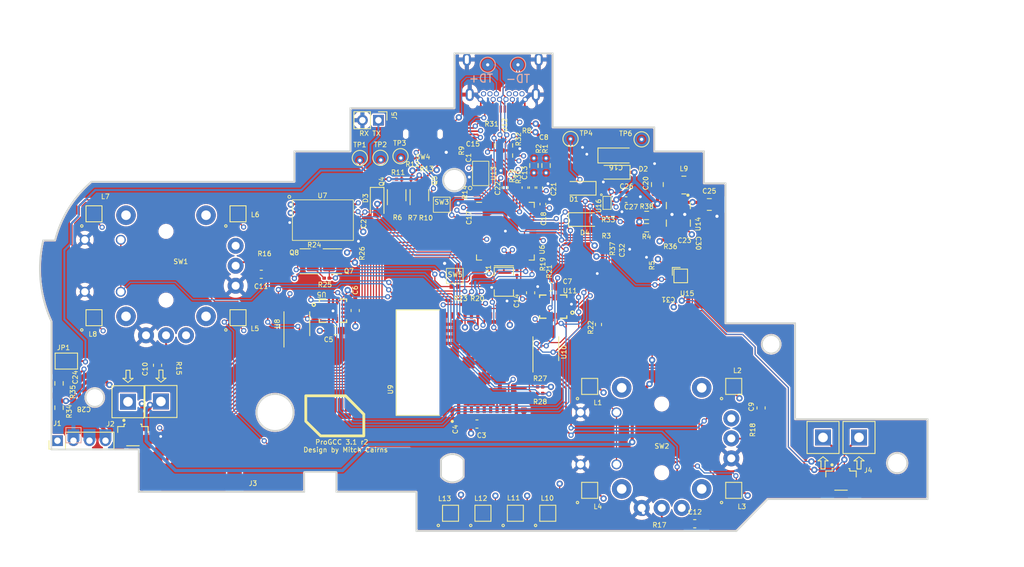
<source format=kicad_pcb>
(kicad_pcb (version 20240108) (generator "pcbnew") (generator_version "8.0")
  (title_block (title "ProGCC 3.1 Main Logic Board") (date "2023-04-15") (rev "1") (company "HHL"))
  (layers (0 "F.Cu" signal) (1 "In1.Cu" signal) (2 "In2.Cu" signal) (31 "B.Cu" signal) (34 "B.Paste" user) (35 "F.Paste" user) (36 "B.SilkS" user "B.Silkscreen") (37 "F.SilkS" user "F.Silkscreen") (38 "B.Mask" user) (39 "F.Mask" user) (44 "Edge.Cuts" user))
  (net 0 "")
  (net 1 "+3V3")
  (net 2 "GND")
  (net 3 "BUTTON_RGB")
  (net 4 "SHARED_PU")
  (net 5 "+3.3V_PRE")
  (net 6 "+1V1")
  (net 7 "XTAL_OUT")
  (net 8 "N_DATA")
  (net 9 "N_CLOCK")
  (net 10 "/CC1")
  (net 11 "D+")
  (net 14 "USB_EN")
  (net 15 "VBUS_SYS")
  (net 16 "BATTERY_POS")
  (net 17 "XTAL_IN")
  (net 18 "/SWCLK")
  (net 19 "/SWD")
  (net 20 "/RUN")
  (net 21 "Push_A")
  (net 22 "Scan_C")
  (net 23 "Push_B")
  (net 24 "Scan_D")
  (net 25 "Scan_B")
  (net 26 "Push_C")
  (net 27 "Push_D")
  (net 28 "Scan_A")
  (net 29 "NFC")
  (net 30 "D-")
  (net 31 "N_LATCH")
  (net 32 "/CC2")
  (net 33 "SL_RGB")
  (net 34 "Net-(L1-DOUT)")
  (net 35 "Net-(L2-DOUT)")
  (net 36 "N_LATCH_3.3")
  (net 37 "N_CLOCK_3.3")
  (net 38 "N_DATA_3.3")
  (net 39 "RGB_OUT")
  (net 40 "LX")
  (net 41 "LY")
  (net 42 "RX")
  (net 43 "RY")
  (net 44 "Net-(L3-DOUT)")
  (net 45 "Net-(L5-DOUT)")
  (net 46 "LS_BUTTON")
  (net 47 "SPI_RX")
  (net 48 "Net-(L6-DOUT)")
  (net 49 "SR_RGB")
  (net 50 "Net-(U6-USB_DP)")
  (net 51 "Net-(U6-USB_DM)")
  (net 56 "MODE_BUTTON")
  (net 57 "BTN_PWR")
  (net 58 "UART0_TX")
  (net 59 "IMU0_CS")
  (net 60 "SPI_CK")
  (net 61 "SPI_TX")
  (net 62 "LADC_CS")
  (net 63 "RADC_CS")
  (net 64 "IMU1_CS")
  (net 69 "Net-(D4-A)")
  (net 70 "VBUS_PRE")
  (net 71 "BATTERY_TS_TIEDOWN")
  (net 72 "BATTERY_TS_SENSE")
  (net 73 "USB_SEL")
  (net 74 "ESP_RTS")
  (net 75 "ESP_EN")
  (net 76 "Net-(Q8-B)")
  (net 77 "ESP_DTR")
  (net 78 "ESP_IO0")
  (net 79 "USB_BOOT")
  (net 80 "Net-(U13-{slash}CS)")
  (net 81 "I2C_SCL")
  (net 82 "I2C_SDA")
  (net 83 "ESP_IO15")
  (net 84 "ESP_CTS")
  (net 85 "ESP_IO13")
  (net 86 "SIO3")
  (net 87 "SCLK")
  (net 88 "SIO0")
  (net 89 "SIO2")
  (net 90 "SIO1")
  (net 91 "UART_USB+")
  (net 92 "UART_USB-")
  (net 93 "ESP_RX0")
  (net 94 "ESP_TX0")
  (net 116 "RP_USB+")
  (net 117 "RP_USB-")
  (net 118 "unconnected-(U16-{slash}INT-PadA1)")
  (net 119 "Net-(Q7-B)")
  (net 120 "BAT_LVL")
  (net 121 "Net-(U14-EN)")
  (net 122 "Net-(U14-L1)")
  (net 123 "Net-(U14-L2)")
  (net 124 "Net-(U15-REG)")
  (net 125 "LRA_FILTERED")
  (net 126 "LRA_OUT_-")
  (net 127 "Net-(U15-EN)")
  (net 128 "LRA_OUT_+")
  (net 129 "LRA_IN_HI")
  (net 130 "VBUS")
  (net 131 "PLAYER_RGB")
  (net 132 "Net-(L10-DOUT)")
  (net 133 "Net-(L11-DOUT)")
  (net 136 "Net-(R19-Pad1)")
  (net 137 "Net-(L7-DOUT)")
  (net 138 "Net-(L12-DOUT)")
  (net 139 "Net-(SW1-X_OUT)")
  (net 140 "Net-(SW1-Y_OUT)")
  (net 141 "Net-(SW2-X_OUT)")
  (net 142 "Net-(SW2-Y_OUT)")
  (footprint "Capacitor_SMD:C_0201_0603Metric" (layer "F.Cu") (at 85.68 137.28)
    (property "Reference" "C28")
    (property "Value" "1u")
  )
  (footprint "Capacitor_SMD:C_0805_2012Metric" (layer "F.Cu") (at 164.27 110.77)
    (property "Reference" "C25")
    (property "Value" "10uF")
  )
  (footprint "hhl:TS35CA" (layer "F.Cu") (at 128.483519 101.89)
    (property "Reference" "SW4")
    (property "Value" "TS35CA")
  )
  (footprint "Resistor_SMD:R_0201_0603Metric" (layer "F.Cu") (at 139.6111 108.863094 -90)
    (property "Reference" "R29")
    (property "Value" "27")
  )
  (footprint "hhl:SK6805-EC-10" (layer "F.Cu") (at 167.3202 133.522)
    (property "Reference" "L2")
    (property "Value" "SK6805-EC-10" (hide yes))
  )
  (footprint "Capacitor_SMD:C_0603_1608Metric" (layer "F.Cu") (at 120.018689 124.033755 -90)
    (property "Reference" "C6")
    (property "Value" "100nF")
  )
  (footprint "Resistor_SMD:R_0603_1608Metric_Pad0.98x0.95mm_HandSolder" (layer "F.Cu") (at 156.44 113.67)
    (property "Reference" "R4")
    (property "Value" "0R")
  )
  (footprint "Capacitor_SMD:C_0402_1005Metric" (layer "F.Cu") (at 153.8764 110.163 180)
    (property "Reference" "C27")
    (property "Value" "10uF")
  )
  (footprint "Resistor_SMD:R_0201_0603Metric" (layer "F.Cu") (at 170.739623 138.968477 90)
    (property "Reference" "R18")
    (property "Value" "1k")
  )
  (footprint "Resistor_SMD:R_0603_1608Metric_Pad0.98x0.95mm_HandSolder" (layer "F.Cu") (at 142.35 105.9 -90)
    (property "Reference" "R2")
    (property "Value" "0R")
  )
  (footprint "Package_SO:MSOP-8_3x3mm_P0.65mm" (layer "F.Cu") (at 112.7252 125.6792 90)
    (property "Reference" "U8")
    (property "Value" "MCP3002" (hide yes))
  )
  (footprint "Capacitor_SMD:C_0603_1608Metric_Pad1.08x0.95mm_HandSolder" (layer "F.Cu") (at 95.317457 130.880391 -90)
    (property "Reference" "C10")
    (property "Value" ".047u" (hide yes))
  )
  (footprint "Package_TO_SOT_SMD:SOT-363_SC-70-6" (layer "F.Cu") (at 125.1966 109.6061 90)
    (property "Reference" "Q4")
    (property "Value" "BSS138DW")
  )
  (footprint "Resistor_SMD:R_0402_1005Metric" (layer "F.Cu") (at 150.4188 125.7808 90)
    (property "Reference" "R22")
    (property "Value" "330" (hide yes))
  )
  (footprint "Resistor_SMD:R_0201_0603Metric" (layer "F.Cu") (at 143.127 133.5836)
    (property "Reference" "R27")
    (property "Value" "0")
  )
  (footprint "Capacitor_SMD:C_0603_1608Metric_Pad1.08x0.95mm_HandSolder" (layer "F.Cu") (at 162.450004 150.698757 180)
    (property "Reference" "C12")
    (property "Value" ".047u" (hide yes))
  )
  (footprint "hhl:SK6805-EC-10" (layer "F.Cu") (at 87.377 111.9326)
    (property "Reference" "L7")
    (property "Value" "SK6805-EC-10" (hide yes))
  )
  (footprint "Diode_SMD:D_SOD-323_HandSoldering" (layer "F.Cu") (at 148.102626 108.74693 180)
    (property "Reference" "D1")
    (property "Value" "CUS08F30")
  )
  (footprint "Resistor_SMD:R_0201_0603Metric" (layer "F.Cu") (at 127.3408 111.6127 180)
    (property "Reference" "R7")
    (property "Value" "1k")
  )
  (footprint "Capacitor_SMD:C_0201_0603Metric" (layer "F.Cu") (at 134.9509 104.564294 90)
    (property "Reference" "C1")
    (property "Value" "100n")
  )
  (footprint "hhl:KS_8730" (layer "F.Cu") (at 178.48 139.91)
    (property "Reference" "T1" (hide yes))
    (property "Value" "36-8730" (hide yes))
  )
  (footprint "Resistor_SMD:R_0201_0603Metric" (layer "F.Cu") (at 152.55 114.31 90)
    (property "Reference" "R37")
    (property "Value" "1.2k")
  )
  (footprint "Package_DFN_QFN:QFN-56-1EP_7x7mm_P0.4mm_EP3.2x3.2mm" (layer "F.Cu") (at 138.7857 114.108094)
    (property "Reference" "U6")
    (property "Value" "RP2040" (hide yes))
  )
  (footprint "hhl:SK6805-EC-10" (layer "F.Cu") (at 105.377 124.9326)
    (property "Reference" "L5")
    (property "Value" "SK6805-EC-10" (hide yes))
  )
  (footprint "TestPoint:TestPoint_Pad_D1.5mm" (layer "F.Cu") (at 146.93 102.57)
    (property "Reference" "TP4")
    (property "Value" "TestPoint")
  )
  (footprint "hhl:MODULE_ESP32-PICO-MINI-02" (layer "F.Cu") (at 136.1442 130.5488 90)
    (property "Reference" "U9")
    (property "Value" "ESP32-PICO-MINI-02")
  )
  (footprint "Capacitor_SMD:C_0402_1005Metric" (layer "F.Cu") (at 142.1511 108.657294 90)
    (property "Reference" "C19" (hide yes))
    (property "Value" "1u" (hide yes))
  )
  (footprint "Resistor_SMD:R_0201_0603Metric" (layer "F.Cu") (at 125.5268 111.6127)
    (property "Reference" "R6")
    (property "Value" "1k")
  )
  (footprint "Diode_SMD:D_SOD-323_HandSoldering" (layer "F.Cu") (at 148.6916 112.649)
    (property "Reference" "D4")
    (property "Value" "CUS08F30" (hide yes))
  )
  (footprint "progcc_v3:KS_8730" (layer "F.Cu") (at 91.623896 135.44 180)
    (property "Reference" "T3" (hide yes))
    (property "Value" "36-8730" (hide yes))
  )
  (footprint "Capacitor_SMD:C_0201_0603Metric" (layer "F.Cu") (at 153.325 114.31 90)
    (property "Reference" "C32")
    (property "Value" "100n")
  )
  (footprint "hhl:SK6805-EC-10" (layer "F.Cu") (at 144.081226 149.389357)
    (property "Reference" "L10")
    (property "Value" "SK6805-EC-10" (hide yes))
  )
  (footprint "Diode_SMD:D_SOD-323_HandSoldering" (layer "F.Cu") (at 152.36 106.74 180)
    (property "Reference" "D2")
    (property "Value" "CUS08F30" (hide yes))
  )
  (footprint "Capacitor_SMD:C_0201_0603Metric" (layer "F.Cu") (at 134.2517 110.844294 90)
    (property "Reference" "C17")
    (property "Value" "100n")
  )
  (footprint "TestPoint:TestPoint_Pad_D1.5mm" (layer "F.Cu") (at 123.1646 104.9274)
    (property "Reference" "TP2")
    (property "Value" "TestPoint")
  )
  (footprint "Resistor_SMD:R_0201_0603Metric" (layer "F.Cu") (at 141.2748 103.4288 -90)
    (property "Reference" "R32")
    (property "Value" "10k")
  )
  (footprint "Resistor_SMD:R_0201_0603Metric" (layer "F.Cu") (at 125.5014 107.5995)
    (property "Reference" "R11")
    (property "Value" "1k")
  )
  (footprint "Capacitor_SMD:C_0201_0603Metric" (layer "F.Cu") (at 159.675 121.875 180)
    (property "Reference" "C31")
    (property "Value" "1uF")
  )
  (footprint "Resistor_SMD:R_0201_0603Metric" (layer "F.Cu") (at 143.127 134.3964 180)
    (property "Reference" "R28")
    (property "Value" "0")
  )
  (footprint "Resistor_SMD:R_0201_0603Metric" (layer "F.Cu") (at 158.55 118.875 90)
    (property "Reference" "R5")
    (property "Value" "10k")
  )
  (footprint "Resistor_SMD:R_0201_0603Metric" (layer "F.Cu") (at 116.463023 119.981101)
    (property "Reference" "R25")
    (property "Value" "10k")
  )
  (footprint "hhl:VREG_V62_16624-01YE" (layer "F.Cu") (at 160.4 112 -90)
    (property "Reference" "U14")
    (property "Value" "TPS63001DRCR")
  )
  (footprint "Resistor_SMD:R_0603_1608Metric_Pad0.98x0.95mm_HandSolder" (layer "F.Cu") (at 156.44 112.14)
    (property "Reference" "R38")
    (property "Value" "0R")
  )
  (footprint "Capacitor_SMD:C_0603_1608Metric" (layer "F.Cu") (at 117.5391 126.547002 180)
    (property "Reference" "C5")
    (property "Value" "100nF")
  )
  (footprint "Resistor_SMD:R_0201_0603Metric" (layer "F.Cu") (at 140.3223 108.863094 -90)
    (property "Reference" "R30")
    (property "Value" "27")
  )
  (footprint "Capacitor_SMD:C_0201_0603Metric" (layer "F.Cu") (at 162.25 117.19 -90)
    (property "Reference" "C30")
    (property "Value" "1uF")
  )
  (footprint "hhl:DSBGA" (layer "F.Cu") (at 151.4888 110.5694)
    (property "Reference" "U16")
    (property "Value" "BQ25180" (hide yes))
  )
  (footprint "hhl:JST_SM02B-SURS-TF_LF__SN_" (layer "F.Cu") (at 92.24 138.495)
    (property "Reference" "J2")
    (property "Value" "SM02B-SURS-TF_LF__SN_" (hide yes))
  )
  (footprint "hhl:USON-8-EP(2x3)" (layer "F.Cu") (at 135.6995 106.881894 90)
    (property "Reference" "U13")
    (property "Value" "GD25Q80EEIGR")
  )
  (footprint "Capacitor_SMD:C_0603_1608Metric_Pad1.08x0.95mm_HandSolder" (layer "F.Cu") (at 108.281309 119.497056)
    (property "Reference" "C11")
    (property "Value" ".047u" (hide yes))
  )
  (footprint "hhl:JST_SM02B-SURS-TF_LF__SN_" (layer "F.Cu") (at 180.73 144.055)
    (property "Reference" "J4")
    (property "Value" "SM02B-SURS-TF_LF__SN_")
  )
  (footprint "Capacitor_SMD:C_0201_0603Metric" (layer "F.Cu") (at 142.3924 103.0732)
    (property "Reference" "C8")
    (property "Value" "1u")
  )
  (footprint "Capacitor_Tantalum_SMD:CP_EIA-3216-18_Kemet-A" (layer "F.Cu") (at 152.66 104.64)
    (property "Reference" "C16")
    (property "Value" "47uF 6.3v")
  )
  (footprint "hhl:SK6805-EC-10" (layer "F.Cu") (at 149.3202 146.522)
    (property "Reference" "L4")
    (property "Value" "SK6805-EC-10" (hide yes))
  )
  (footprint "Package_TO_SOT_SMD:SOT-23" (layer "F.Cu") (at 117.682223 117.872901)
    (property "Reference" "Q7")
    (property "Value" "MMBT3904")
  )
  (footprint "Jumper:SolderJumper-2_P1.3mm_Open_Pad1.0x1.5mm" (layer "F.Cu") (at 83.9216 130.3528)
    (property "Reference" "JP1")
    (property "Value" "SolderJumper_2_Open")
  )
  (footprint "Capacitor_SMD:C_0603_1608Metric" (layer "F.Cu") (at 141.938323 121.813129 -90)
    (property "Reference" "C14")
    (property "Value" "100nF")
  )
  (footprint "Connector_PinHeader_2.00mm:PinHeader_1x04_P2.00mm_Vertical" (layer "F.Cu") (at 82.81 140.31 90)
    (property "Reference" "J1")
    (property "Value" "Conn_01x04_Pin" (hide yes))
  )
  (footprint "Resistor_SMD:R_0201_0603Metric" (layer "F.Cu") (at 137.0584 101.7524)
    (property "Reference" "R31")
    (property "Value" "10k")
  )
  (footprint "Resistor_SMD:R_0201_0603Metric" (layer "F.Cu") (at 134.9756 109.244094 90)
    (property "Reference" "R14")
    (property "Value" "1k")
  )
  (footprint "Resistor_SMD:R_0201_0603Metric" (layer "F.Cu") (at 116.452423 115.764701)
    (property "Reference" "R24")
    (property "Value" "10k")
  )
  (footprint "Crystal:Resonator_SMD_Murata_CSTxExxV-3Pin_3.0x1.1mm" (layer "F.Cu") (at 138.5951 120.436494 -90)
    (property "Reference" "Y1")
    (property "Value" "Crystal_GND3")
  )
  (footprint "Capacitor_SMD:C_0402_1005Metric" (layer "F.Cu") (at 143.4719 110.717294 90)
    (property "Reference" "C18")
    (property "Value" "100n" (hide yes))
  )
  (footprint "hhl:SK6805-EC-10" (layer "F.Cu") (at 105.377 111.9326)
    (property "Reference" "L6")
    (property "Value" "SK6805-EC-10" (hide yes))
  )
  (footprint "Capacitor_SMD:C_0201_0603Metric" (layer "F.Cu") (at 136.3218 103.505 180)
    (property "Reference" "C15")
    (property "Value" "100n")
  )
  (footprint "Capacitor_SMD:C_0603_1608Metric" (layer "F.Cu") (at 135.2296 138.2268)
    (property "Reference" "C3")
    (property "Value" "10uF/10V (20%)")
  )
  (footprint "Capacitor_SMD:C_0603_1608Metric_Pad1.08x0.95mm_HandSolder" (layer "F.Cu") (at 170.738456 136.214581 -90)
    (property "Reference" "C9")
    (property "Value" ".047u" (hide yes))
  )
  (footprint "Capacitor_SMD:C_0201_0603Metric" (layer "F.Cu") (at 84.1756 132.6494 -90)
    (property "Reference" "C24")
    (property "Value" "100n")
  )
  (footprint "hhl:SK6805-EC-10" (layer "F.Cu") (at 167.3202 146.522)
    (property "Reference" "L3")
    (property "Value" "SK6805-EC-10" (hide yes))
  )
  (footprint "Package_TO_SOT_SMD:SOT-363_SC-70-6" (layer "F.Cu") (at 128.0414 109.6061 90)
    (property "Reference" "Q5")
    (property "Value" "BSS138DW")
  )
  (footprint "hhl:ESSOP-10" (layer "F.Cu") (at 115.977302 112.726102)
    (property "Reference" "U7")
    (property "Value" "CH340K" (hide yes))
  )
  (footprint "Resistor_SMD:R_0201_0603Metric" (layer "F.Cu") (at 159.645629 150.847756)
    (property "Reference" "R17")
    (property "Value" "1k")
  )
  (footprint "hhl:GL1807SYAE" (layer "F.Cu") (at 158.3202 140.022)
    (property "Reference" "SW2")
    (property "Value" "GL1807SYAE-002")
  )
  (footprint "Package_TO_SOT_SMD:SOT-23" (layer "F.Cu") (at 113.770623 117.872901 180)
    (property "Reference" "Q8")
    (property "Value" "MMBT3904")
  )
  (footprint "progcc_v3:HHL_Logo" (layer "F.Cu") (at 116.7892 137.6426)
    (property "Reference" "REF**" (hide yes))
    (property "Value" "HHL_Logo")
  )
  (footprint "Resistor_SMD:R_0201_0603Metric" (layer "F.Cu") (at 133.5532 123.2662 180)
    (property "Reference" "R23")
    (property "Value" "1k")
  )
  (footprint "hhl:1TS026A-1000-0550" (layer "F.Cu") (at 130.8354 110.7948 180)
    (property "Reference" "SW3")
    (property "Value" "1TS026A-1000-0550")
  )
  (footprint "Resistor_SMD:R_0201_0603Metric" (layer "F.Cu") (at 108.685401 117.977059)
    (property "Reference" "R16")
    (property "Value" "1k")
  )
  (footprint "Capacitor_SMD:C_0603_1608Metric" (layer "F.Cu") (at 144.453194 121.0608)
    (property "Reference" "C7")
    (property "Value" "100nF")
  )
  (footprint "Capacitor_SMD:C_0402_1005Metric" (layer "F.Cu") (at 143.0655 108.657294 -90)
    (property "Reference" "C21")
    (property "Value" "100n" (hide yes))
  )
  (footprint "Capacitor_SMD:C_0201_0603Metric" (layer "F.Cu") (at 153.6732 109.274)
    (property "Reference" "C26")
    (property "Value" "1u")
  )
  (footprint "Resistor_SMD:R_0201_0603Metric" (layer "F.Cu") (at 140.7033 120.801094 90)
    (property "Reference" "R21")
    (property "Value" "10k")
  )
  (footprint "Capacitor_SMD:C_0201_0603Metric" (layer "F.Cu") (at 120.225902 114.056302 -90)
    (property "Reference" "C2")
    (property "Value" "100n")
  )
  (footprint "Capacitor_SMD:C_0402_1005Metric" (layer "F.Cu") (at 138.7475 108.659894 -90)
    (property "Reference" "C22")
    (property "Value" "100n" (hide yes))
  )
  (footprint "Connector_PinHeader_2.00mm:PinHeader_1x02_P2.00mm_Vertical" (layer "F.Cu") (at 122.92 100.2284 -90)
    (property "Reference" "J5")
    (property "Value" "Conn_01x02_Pin" (hide yes))
  )
  (footprint "hhl:SK6805-EC-10" (layer "F.Cu") (at 135.981226 149.389357)
    (property "Reference" "L12")
    (property "Value" "SK6805-EC-10" (hide yes))
  )
  (footprint "TestPoint:TestPoint_Pad_D1.5mm" (layer "F.Cu") (at 120.5992 104.9528)
    (property "Reference" "TP1")
    (property "Value" "TestPoint")
  )
  (footprint "Capacitor_SMD:C_0402_1005Metric" (layer "F.Cu") (at 141.2367 108.659894 -90)
    (property "Reference" "C13")
    (property "Value" "100n" (hide yes))
  )
  (footprint "progcc_v3:molex_5051101492_14P" (layer "F.Cu") (at 99.79 145.28)
    (property "Reference" "J3")
    (property "Value" "To Button Board")
  )
  (footprint "TestPoint:TestPoint_Pad_D1.5mm" (layer "F.Cu") (at 155.81 102.62)
    (property "Reference" "TP6")
    (property "Value" "TestPoint")
  )
  (footprint "TestPoint:TestPoint_Pad_D1.5mm" (layer "F.Cu") (at 125.6792 104.7242)
    (property "Reference" "TP3")
    (property "Value" "TestPoint")
  )
  (footprint "Resistor_SMD:R_0603_1608Metric" (layer "F.Cu") (at 83.0072 133.1468 -90)
    (property "Reference" "R35")
    (property "Value" "75k")
  )
  (footprint "Resistor_SMD:R_0201_0603Metric" (layer "F.Cu") (at 127.3048 107.5995 180)
    (property "Reference" "R12")
    (property "Value" "1k")
  )
  (footprint "progcc_v3:Shou Han Type-C 24P QCHT" (layer "F.Cu") (at 138.46 90.775 180)
    (property "Reference" "J9" (hide yes))
    (property "Value" "USB_C_Receptacle" (hide yes))
  )
  (footprint "Package_DFN_QFN:Texas_UQFN-10_1.5x2mm_P0.5mm" (layer "F.Cu") (at 138.557 104.013 90)
    (property "Reference" "U12")
    (property "Value" "PI3USB4000A" (hide yes))
  )
  (footprint "Package_SO:MSOP-8_3x3mm_P0.65mm" (layer "F.Cu") (at 143.8402 128.8034 90)
    (property "Reference" "U10")
    (property "Value" "MCP3002" (hide yes))
  )
  (footprint "hhl:1TS026A-1000-0550" (layer "F.Cu") (at 132.461 119.7102)
    (property "Reference" "SW5")
    (property "Value" "1TS026A-1000-0550")
  )
  (footprint "Resistor_SMD:R_0201_0603Metric" (layer "F.Cu") (at 128.7526 107.5995)
    (property "Reference" "R13")
    (property "Value" "1k")
  )
  (footprint "Resistor_SMD:R_0201_0603Metric" (layer "F.Cu") (at 140.2207 119.344294 90)
    (property "Reference" "R19")
    (property "Value" "1k")
  )
  (footprint "Resistor_SMD:R_0201_0603Metric" (layer "F.Cu") (at 96.933652 131.252363 -90)
    (property "Reference" "R15")
    (property "Value" "1k")
  )
  (footprint "Capacitor_SMD:C_0201_0603Metric" (layer "F.Cu") (at 133.2484 138.2014 90)
    (property "Reference" "C4")
    (property "Value" "100n")
  )
  (footprint "hhl:SK6805-EC-10" (layer "F.Cu") (at 87.377 124.9326)
    (property "Reference" "L8")
    (property "Value" "SK6805-EC-10" (hide yes))
  )
  (footprint "Package_BGA:Texas_DSBGA-9_1.4715x1.4715mm_Layout3x3_P0.5mm" (layer "F.Cu") (at 160.7 119.7)
    (property "Reference" "U15")
    (property "Value" "DRV2605LYZFR")
  )
  (footprint "hhl:LGA14" (layer "F.Cu") (at 144.7618 123.5456)
    (property "Reference" "U11")
    (property "Value" "ST_LSM6" (hide yes))
  )
  (footprint "Resistor_SMD:R_0201_0603Metric" (layer "F.Cu") (at 128.7632 111.6127)
    (property "Reference" "R10")
    (property "Value" "1k")
  )
  (footprint "Resistor_SMD:R_0603_1608Metric_Pad0.98x0.95mm_HandSolder" (layer "F.Cu") (at 143.87 105.9 -90)
    (property "Reference" "R1")
    (property "Value" "0R")
  )
  (footprint "Resistor_SMD:R_0201_0603Metric" (layer "F.Cu") (at 151.4634 111.8648)
    (property "Reference" "R33")
    (property "Value" "10k")
  )
  (footprint "hhl:SK6805-EC-10" (layer "F.Cu") (at 131.931226 149.389357)
    (property "Reference" "L13")
    (property "Value" "SK6805-EC-10" (hide yes))
  )
  (footprint "hhl:LGA14" (layer "F.Cu") (at 117.2392 124.0536 180)
    (property "Reference" "U5")
    (property "Value" "ST_LSM6" (hide yes))
  )
  (footprint "Inductor_SMD:L_1008_2520Metric" (layer "F.Cu") (at 161.09 108.34)
    (property "Reference" "L9")
    (property "Value" "1.3A 2.2uH ±20% 80mΩ")
  )
  (footprint "Resistor_SMD:R_0201_0603Metric" (layer "F.Cu") (at 132.2578 104.0384 -90)
    (property "Reference" "R9")
    (property "Value" "5.1k")
  )
  (footprint "hhl:GL1807SYAE" (layer "F.Cu") (at 96.377 118.4326)
    (property "Reference" "SW1")
    (property "Value" "GL1807SYAE-002")
  )
  (footprint "Capacitor_SMD:C_0201_0603Metric" (layer "F.Cu") (at 160.218077 114.40295 180)
    (property "Reference" "C23")
    (property "Value" "100n")
  )
  (footprint "Diode_SMD:D_SOD-323_HandSoldering" (layer "F.Cu") (at 122.7582 110.6424 -90)
    (property "Reference" "D3")
    (property "Value" "CUS08F30")
  )
  (footprint "Resistor_SMD:R_0603_1608Metric" (layer "F.Cu") (at 83.0072 136.1826 90)
    (property "Reference" "R34")
    (property "Value" "75k")
  )
  (footprint "Resistor_SMD:R_0201_0603Metric" (layer "F.Cu") (at 159.578348 115.214226)
    (property "Reference" "R36")
    (property "Value" "100")
  )
  (footprint "hhl:SK6805-EC-10" (layer "F.Cu") (at 149.3202 133.522)
    (property "Reference" "L1")
    (property "Value" "SK6805-EC-10" (hide yes))
  )
  (footprint "hhl:SK6805-EC-10" (layer "F.Cu") (at 140.031226 149.389357)
    (property "Reference" "L11")
    (property "Value" "SK6805-EC-10" (hide yes))
  )
  (footprint "Resistor_SMD:R_0201_0603Metric" (layer "F.Cu") (at 151.4124 113.9588 180)
    (property "Reference" "R3")
    (property "Value" "1k")
  )
  (footprint "progcc_v3:KS_8730" (layer "F.Cu") (at 95.74 135.41 180)
    (property "Reference" "T2" (hide yes))
    (property "Value" "36-8730" (hide yes))
  )
  (footprint "progcc_v3:KS_8730" (layer "F.Cu") (at 182.98 139.91)
    (property "Reference" "T4" (hide yes))
    (property "Value" "36-8730" (hide yes))
  )
  (footprint "Capacitor_SMD:C_0805_2012Metric" (layer "F.Cu") (at 157.782026 108.27467 -90)
    (property "Reference" "C20")
    (property "Value" "10uF")
  )
  (footprint "Resistor_SMD:R_0201_0603Metric" (layer "F.Cu") (at 141.3764 102.3112)
    (property "Reference" "R8")
    (property "Value" "5.1k")
  )
  (footprint "Resistor_SMD:R_0201_0603Metric" (layer "F.Cu") (at 120.019023 116.882301 -90)
    (property "Reference" "R26")
    (property "Value" "10k")
  )
  (footprint "Resistor_SMD:R_0201_0603Metric" (layer "F.Cu") (at 135.0264 123.2662 180)
    (property "Reference" "R20")
    (property "Value" "1k")
  )
  (footprint "TestPoint:TestPoint_Pad_D1.5mm" (layer "B.Cu") (at 136.5758 93.2942 180)
    (property "Reference" "TP12" (hide yes))
    (property "Value" "TD+")
  )
  (footprint "TestPoint:TestPoint_Pad_D1.5mm" (layer "B.Cu") (at 140.3604 93.2942 180)
    (property "Reference" "TP10" (hide yes))
    (property "Value" "TD-")
  )
  (footprint "" (layer "B.Cu") (at 88.8106 139.6274 180)
    (property "Reference" "")
    (property "Value" "")
  )
  (footprint "" (layer "B.Cu") (at 86.8106 139.6024 180)
    (property "Reference" "")
    (property "Value" "")
  )
  (footprint "TestPoint:TestPoint_Pad_1.5x1.5mm" (layer "B.Cu") (at 84.8106 139.6274 180)
    (property "Reference" "REF**" (hide yes))
    (property "Value" "TestPoint_Pad_1.5x1.5mm" (hide yes))
  )
  (gr_line (start 163.606225 108.114358) (end 166.306225 108.114358) (stroke (width 0.2)) (layer "Edge.Cuts"))
  (gr_line (start 171.556225 147.614357) (end 167.656225 151.614357) (stroke (width 0.2)) (layer "Edge.Cuts"))
  (gr_line (start 127.656226 151.614357) (end 127.656226 146.714357) (stroke (width 0.2)) (layer "Edge.Cuts"))
  (gr_circle (center 132.406226 107.714358) (end 132.406226 109.089358) (stroke (width 0.2)) (fill none) (layer "Edge.Cuts"))
  (gr_line (start 191.556225 137.614357) (end 191.556225 147.614357) (stroke (width 0.2)) (layer "Edge.Cuts"))
  (gr_arc (start 130.756226 142.7) (mid 132.156226 142) (end 133.556226 142.7) (stroke (width 0.2)) (layer "Edge.Cuts"))
  (gr_line (start 166.306225 125.614358) (end 175.006225 125.614358) (stroke (width 0.2)) (layer "Edge.Cuts"))
  (gr_line (start 163.606225 104.114358) (end 163.606225 108.114358) (stroke (width 0.2)) (layer "Edge.Cuts"))
  (gr_line (start 132.406226 98.714358) (end 132.406226 91.864358) (stroke (width 0.2)) (layer "Edge.Cuts"))
  (gr_line (start 117.656226 144.214357) (end 113.656226 144.214357) (stroke (width 0.2)) (layer "Edge.Cuts"))
  (gr_line (start 92.956226 141.414357) (end 82.056226 141.414357) (stroke (width 0.2)) (layer "Edge.Cuts"))
  (gr_line (start 175.006225 125.614358) (end 175.006225 137.614357) (stroke (width 0.2)) (layer "Edge.Cuts"))
  (gr_line (start 127.656226 146.714357) (end 117.656226 146.714357) (stroke (width 0.2)) (layer "Edge.Cuts"))
  (gr_line (start 87.056226 107.914358) (end 112.406226 107.914358) (stroke (width 0.2)) (layer "Edge.Cuts"))
  (gr_circle (center 187.75 143.11) (end 189 143.11) (stroke (width 0.2)) (fill none) (layer "Edge.Cuts"))
  (gr_line (start 144.706225 91.864358) (end 144.706225 101.114358) (stroke (width 0.2)) (layer "Edge.Cuts"))
  (gr_line (start 92.956226 146.714357) (end 92.956226 141.414357) (stroke (width 0.2)) (layer "Edge.Cuts"))
  (gr_line (start 119.406226 98.714358) (end 132.406226 98.714358) (stroke (width 0.2)) (layer "Edge.Cuts"))
  (gr_line (start 157.406225 101.114358) (end 157.406225 104.114358) (stroke (width 0.2)) (layer "Edge.Cuts"))
  (gr_line (start 113.656226 146.714357) (end 92.956226 146.714357) (stroke (width 0.2)) (layer "Edge.Cuts"))
  (gr_line (start 167.656225 151.614357) (end 127.656226 151.614357) (stroke (width 0.2)) (layer "Edge.Cuts"))
  (gr_line (start 81.016754 115.258145) (end 82.492713 115.258145) (stroke (width 0.2)) (layer "Edge.Cuts"))
  (gr_line (start 82.056226 141.414357) (end 82.056226 125.414358) (stroke (width 0.2)) (layer "Edge.Cuts"))
  (gr_line (start 157.406225 104.114358) (end 163.606225 104.114358) (stroke (width 0.2)) (layer "Edge.Cuts"))
  (gr_circle (center 87.475 134.914358) (end 87.475 136.064358) (stroke (width 0.2)) (fill none) (layer "Edge.Cuts"))
  (gr_line (start 112.406226 104.114358) (end 119.406226 104.114358) (stroke (width 0.2)) (layer "Edge.Cuts"))
  (gr_line (start 117.656226 146.714357) (end 117.656226 144.214357) (stroke (width 0.2)) (layer "Edge.Cuts"))
  (gr_circle (center 110 136.775) (end 110 139.075) (stroke (width 0.2)) (fill none) (layer "Edge.Cuts"))
  (gr_line (start 112.406226 107.914358) (end 112.406226 104.114358) (stroke (width 0.2)) (layer "Edge.Cuts"))
  (gr_line (start 132.406226 91.864358) (end 144.706225 91.864358) (stroke (width 0.2)) (layer "Edge.Cuts"))
  (gr_line (start 113.656226 144.214357) (end 113.656226 146.714357) (stroke (width 0.2)) (layer "Edge.Cuts"))
  (gr_line (start 175.006225 137.614357) (end 191.556225 137.614357) (stroke (width 0.2)) (layer "Edge.Cuts"))
  (gr_line (start 191.556225 147.614357) (end 171.556225 147.614357) (stroke (width 0.2)) (layer "Edge.Cuts"))
  (gr_line (start 119.406226 104.114358) (end 119.406226 98.714358) (stroke (width 0.2)) (layer "Edge.Cuts"))
  (gr_arc (start 82.056226 125.414358) (mid 80.693295 120.422551) (end 81.016754 115.258145) (stroke (width 0.2)) (layer "Edge.Cuts"))
  (gr_arc (start 82.492713 115.258144) (mid 84.208662 111.234652) (end 87.056226 107.914358) (stroke (width 0.2)) (layer "Edge.Cuts"))
  (gr_circle (center 172 128.25) (end 172 129.4) (stroke (width 0.2)) (fill none) (layer "Edge.Cuts"))
  (gr_line (start 166.306225 108.114358) (end 166.306225 125.614358) (stroke (width 0.2)) (layer "Edge.Cuts"))
  (gr_arc (start 133.556226 144.8) (mid 132.156226 145.5) (end 130.756226 144.8) (stroke (width 0.2)) (layer "Edge.Cuts"))
  (gr_line (start 144.706225 101.114358) (end 157.406225 101.114358) (stroke (width 0.2)) (layer "Edge.Cuts"))
  (gr_line (start 130.756226 144.8) (end 130.756226 142.7) (stroke (width 0.2)) (layer "Edge.Cuts"))
  (gr_line (start 133.556226 142.7) (end 133.556226 144.8) (stroke (width 0.2)) (layer "Edge.Cuts"))
  (gr_text "RX TX" (at 121.8692 101.8794 0) (layer "F.SilkS") (effects (font (size 0.6 0.6) (thickness 0.1))))
  (gr_text "ProGCC 3.1 r2" (at 118.34 140.49 0) (layer "F.SilkS") (effects (font (size 0.6 0.6) (thickness 0.1))))
  (gr_text "Design by Mitch Cairns" (at 118.8212 141.4526 0) (layer "F.SilkS") (effects (font (size 0.6 0.6) (thickness 0.1))))
  (segment (start 126.583519 100.84) (end 130.383519 100.84) (width 0.25) (layer "F.Cu") (net 0))
  (segment (start 124.1755 109.6061) (end 125.1966 109.6061) (width 0.25) (layer "F.Cu") (net 1))
  (segment (start 143.352017 115.11) (end 142.225106 115.11) (width 0.2) (layer "F.Cu") (net 1))
  (segment (start 145.228194 120.049406) (end 145.3134 119.9642) (width 0.2) (layer "F.Cu") (net 1))
  (segment (start 119.218503 116.562301) (end 119.006702 116.774102) (width 0.15) (layer "F.Cu") (net 1))
  (segment (start 128.0414 110.5561) (end 128.0414 111.2109) (width 0.25) (layer "F.Cu") (net 1))
  (segment (start 127.8128 109.6061) (end 128.0414 109.3775) (width 0.25) (layer "F.Cu") (net 1))
  (segment (start 134.9509 104.884294) (end 134.9509 105.680494) (width 0.2) (layer "F.Cu") (net 1))
  (segment (start 138.7475 109.139894) (end 138.9857 109.378094) (width 0.2) (layer "F.Cu") (net 1))
  (segment (start 162.3 110.502417) (end 161.487325 110.502417) (width 0.4) (layer "F.Cu") (net 1))
  (segment (start 105.712 125.2676) (end 105.712 126.159) (width 0.15) (layer "F.Cu") (net 1))
  (segment (start 133.2484 137.8814) (end 133.3906 137.8814) (width 0.4) (layer "F.Cu") (net 1))
  (segment (start 120.019023 116.562301) (end 119.218503 116.562301) (width 0.15) (layer "F.Cu") (net 1))
  (segment (start 133.7442 137.5164) (end 133.7499 137.5221) (width 0.4) (layer "F.Cu") (net 1))
  (segment (start 142.1511 109.137294) (end 143.0655 109.137294) (width 0.2) (layer "F.Cu") (net 1))
  (segment (start 120.04 126) (end 120.018689 125.978689) (width 0.2) (layer "F.Cu") (net 1))
  (segment (start 128.0414 111.2109) (end 128.4432 111.6127) (width 0.25) (layer "F.Cu") (net 1))
  (segment (start 133.7499 137.5221) (end 134.4546 138.2268) (width 0.4) (layer "F.Cu") (net 1))
  (segment (start 120.018689 125.978689) (end 120.018689 124.808755) (width 0.2) (layer "F.Cu") (net 1))
  (segment (start 87.712 125.2676) (end 87.712 125.7612) (width 0.15) (layer "F.Cu") (net 1))
  (segment (start 142.2232 111.508094) (end 142.7319 111.508094) (width 0.15) (layer "F.Cu") (net 1))
  (segment (start 128.0414 109.3775) (end 128.0414 108.6561) (width 0.25) (layer "F.Cu") (net 1))
  (segment (start 149.6552 146.857) (end 150.3622 146.857) (width 0.2) (layer "F.Cu") (net 1))
  (segment (start 140.926929 122.588129) (end 141.938323 122.588129) (width 0.15) (layer "F.Cu") (net 1))
  (segment (start 143.0427 111.197294) (end 143.4719 111.197294) (width 0.15) (layer "F.Cu") (net 1))
  (segment (start 116.7392 125.2016) (end 116.7392 126.522102) (width 0.2) (layer "F.Cu") (net 1))
  (segment (start 143.520073 115.278056) (end 143.352017 115.11) (width 0.2) (layer "F.Cu") (net 1))
  (segment (start 135.3482 115.108094) (end 136.444094 115.108094) (width 0.15) (layer "F.Cu") (net 1))
  (segment (start 145.2618 122.3976) (end 145.2618 121.094406) (width 0.2) (layer "F.Cu") (net 1))
  (segment (start 162.752417 110.502417) (end 162.3 110.502417) (width 0.4) (layer "F.Cu") (net 1))
  (segment (start 161.4 113.83) (end 161.4 113.4) (width 0.2) (layer "F.Cu") (net 1))
  (segment (start 135.3464 123.2662) (end 136.1694 123.2662) (width 0.15) (layer "F.Cu") (net 1))
  (segment (start 140.366226 149.724357) (end 141.175643 149.724357) (width 0.15) (layer "F.Cu") (net 1))
  (segment (start 139.3857 110.670594) (end 139.3857 110.075894) (width 0.2) (layer "F.Cu") (net 1))
  (segment (start 118.727302 110.726102) (end 120.236098 110.726102) (width 0.25) (layer "F.Cu") (net 1))
  (segment (start 136.316226 149.724357) (end 137.175643 149.724357) (width 0.15) (layer "F.Cu") (net 1))
  (segment (start 134.4546 139.3568) (end 134.493 139.3952) (width 0.4) (layer "F.Cu") (net 1))
  (segment (start 143.3638 122.7956) (end 142.145794 122.7956) (width 0.25) (layer "F.Cu") (net 1))
  (segment (start 162.08 114.51) (end 161.4 113.83) (width 0.2) (layer "F.Cu") (net 1))
  (segment (start 133.7442 136.4488) (end 133.7442 137.5164) (width 0.4) (layer "F.Cu") (net 1))
  (segment (start 123.0884 110.6932) (end 124.1755 109.6061) (width 0.25) (layer "F.Cu") (net 1))
  (segment (start 141.8717 109.752094) (end 142.1511 109.472694) (width 0.2) (layer "F.Cu") (net 1))
  (segment (start 143.0655 109.137294) (end 143.0655 109.523494) (width 0.2) (layer "F.Cu") (net 1))
  (segment (start 120.225902 113.736302) (end 118.737502 113.736302) (width 0.15) (layer "F.Cu") (net 1))
  (segment (start 140.9857 110.670594) (end 140.9857 110.206294) (width 0.2) (layer "F.Cu") (net 1))
  (segment (start 127.8128 109.6061) (end 128.0414 109.8347) (width 0.25) (layer "F.Cu") (net 1))
  (segment (start 145.2618 121.094406) (end 145.228194 121.0608) (width 0.2) (layer "F.Cu") (net 1))
  (segment (start 97.04 140.16) (end 97.04 142.03) (width 0.15) (layer "F.Cu") (net 1))
  (segment (start 87.712 112.2676) (end 87.712 112.9342) (width 0.15) (layer "F.Cu") (net 1))
  (segment (start 142.8652 126.6909) (end 142.8652 125.4662) (width 0.15) (layer "F.Cu") (net 1))
  (segment (start 143.0655 109.523494) (end 142.8369 109.752094) (width 0.2) (layer "F.Cu") (net 1))
  (segment (start 135.3482 111.508094) (end 134.9409 111.508094) (width 0.15) (layer "F.Cu") (net 1))
  (segment (start 144.416226 149.724357) (end 145.185643 149.724357) (width 0.15) (layer "F.Cu") (net 1))
  (segment (start 162.199722 110.502417) (end 162.175896 110.478591) (width 0.4) (layer "F.Cu") (net 1))
  (segment (start 105.712 113.2304) (end 106.0704 113.5888) (width 0.15) (layer "F.Cu") (net 1))
  (segment (start 118.737502 113.736302) (end 118.727302 113.726102) (width 0.15) (layer "F.Cu") (net 1))
  (segment (start 141.3857 110.670594) (end 141.3857 109.806294) (width 0.2) (layer "F.Cu") (net 1))
  (segment (start 137.9675 107.693212) (end 138.20869 107.452022) (width 0.2) (layer "F.Cu") (net 1))
  (segment (start 144.293494 111.197294) (end 144.2974 111.2012) (width 0.15) (layer "F.Cu") (net 1))
  (segment (start 138.9857 109.675894) (end 138.9857 110.670594) (width 0.2) (layer "F.Cu") (net 1))
  (segment (start 125.1966 111.6025) (end 125.2068 111.6127) (width 0.25) (layer "F.Cu") (net 1))
  (segment (start 111.7502 122.0314) (end 111.8616 121.92) (width 0.15) (layer "F.Cu") (net 1))
  (segment (start 136.757487 104.013) (end 136.555272 104.215215) (width 0.15) (layer "F.Cu") (net 1))
  (segment (start 121.031 114.173) (end 120.594302 113.736302) (width 0.15) (layer "F.Cu") (net 1))
  (segment (start 145.185643 149.724357) (end 145.57 149.34) (width 0.15) (layer "F.Cu") (net 1))
  (segment (start 168.7518 146.857) (end 169.0624 147.1676) (width 0.2) (layer "F.Cu") (net 1))
  (segment (start 150.621 133.857) (end 151.0538 134.2898) (width 0.2) (layer "F.Cu") (net 1))
  (segment (start 136.444094 115.108094) (end 136.4488 115.1128) (width 0.15) (layer "F.Cu") (net 1))
  (segment (start 138.7475 109.139894) (end 138.4401 109.139894) (width 0.2) (layer "F.Cu") (net 1))
  (segment (start 167.6552 146.857) (end 168.7518 146.857) (width 0.2) (layer "F.Cu") (net 1))
  (segment (start 150.3622 146.857) (end 151.0538 147.5486) (width 0.2) (layer "F.Cu") (net 1))
  (segment (start 136.6418 103.505) (end 136.6418 104.128687) (width 0.15) (layer "F.Cu") (net 1))
  (segment (start 125.1966 108.6561) (end 125.1966 109.6061) (width 0.25) (layer "F.Cu") (net 1))
  (segment (start 160.035 121.875) (end 160.035 123.39) (width 0.15) (layer "F.Cu") (net 1))
  (segment (start 133.567094 111.164294) (end 133.5532 111.1504) (width 0.15) (layer "F.Cu") (net 1))
  (segment (start 120.013534 124.8036) (end 120.018689 124.808755) (width 0.2) (layer "F.Cu") (net 1))
  (segment (start 142.8652 125.4662) (end 142.494 125.095) (width 0.15) (layer "F.Cu") (net 1))
  (segment (start 128.0414 111.2321) (end 127.6608 111.6127) (width 0.25) (layer "F.Cu") (net 1))
  (segment (start 160.035 121.315) (end 160.035 121.875) (width 0.15) (layer "F.Cu") (net 1))
  (segment (start 167.6552 134.623556) (end 167.6552 133.857) (width 0.2) (layer "F.Cu") (net 1))
  (segment (start 168.038419 135.006775) (end 167.6552 134.623556) (width 0.2) (layer "F.Cu") (net 1))
  (segment (start 116.7641 126.547002) (end 116.742902 126.5682) (width 0.2) (layer "F.Cu") (net 1))
  (segment (start 142.8369 109.752094) (end 141.8717 109.752094) (width 0.2) (layer "F.Cu") (net 1))
  (segment (start 160.7 120.2) (end 160.7 120.65) (width 0.15) (layer "F.Cu") (net 1))
  (segment (start 116.742902 126.5682) (end 115.5954 126.5682) (width 0.2) (layer "F.Cu") (net 1))
  (segment (start 105.712 112.2676) (end 105.712 113.2304) (width 0.15) (layer "F.Cu") (net 1))
  (segment (start 162.3 110.502417) (end 162.199722 110.502417) (width 0.4) (layer "F.Cu") (net 1))
  (segment (start 132.266226 149.724357) (end 133.075643 149.724357) (width 0.15) (layer "F.Cu") (net 1))
  (segment (start 140.7033 121.121094) (end 140.7033 122.3645) (width 0.15) (layer "F.Cu") (net 1))
  (segment (start 138.4401 109.139894) (end 137.9675 108.667294) (width 0.2) (layer "F.Cu") (net 1))
  (segment (start 145.228194 121.0608) (end 145.228194 120.049406) (width 0.2) (layer "F.Cu") (net 1))
  (segment (start 134.2136 106.2228) (end 134.754506 105.681894) (width 0.2) (layer "F.Cu") (net 1))
  (segment (start 158.55 118.3) (end 157.85 117.6) (width 0.15) (layer "F.Cu") (net 1))
  (segment (start 122.7836 110.6932) (end 122.7836 111.867) (width 0.25) (layer "F.Cu") (net 1))
  (segment (start 134.5971 111.164294) (end 134.2517 111.164294) (width 0.15) (layer "F.Cu") (net 1))
  (segment (start 134.2517 111.164294) (end 133.567094 111.164294) (width 0.15) (layer "F.Cu") (net 1))
  (segment (start 136.6418 104.128687) (end 136.555272 104.215215) (width 0.15) (layer "F.Cu") (net 1))
  (segment (start 125.1966 110.5561) (end 125.1966 111.6025) (width 0.25) (layer "F.Cu") (net 1))
  (segment (start 133.2332 123.2662) (end 131.064 123.2662) (width 0.15) (layer "F.Cu") (net 1))
  (segment (start 141.4399 109.752094) (end 141.8717 109.752094) (width 0.2) (layer "F.Cu") (net 1))
  (segment (start 142.225106 115.11) (end 142.2232 115.108094) (width 0.2) (layer "F.Cu") (net 1))
  (segment (start 134.4546 138.2268) (end 134.4546 139.3568) (width 0.4) (layer "F.Cu") (net 1))
  (segment (start 118.6372 124.8036) (end 120.013534 124.8036) (width 0.2) (layer "F.Cu") (net 1))
  (segment (start 134.754506 105.681894) (end 134.9495 105.681894) (width 0.2) (layer "F.Cu") (net 1))
  (segment (start 139.3857 110.075894) (end 138.9857 109.675894) (width 0.2) (layer "F.Cu") (net 1))
  (segment (start 141.175643 149.724357) (end 141.51 149.39) (width 0.15) (layer "F.Cu") (net 1))
  (segment (start 149.6552 133.857) (end 150.621 133.857) (width 0.2) (layer "F.Cu") (net 1))
  (segment (start 133.075643 149.724357) (end 133.24 149.56) (width 0.15) (layer "F.Cu") (net 1))
  (segment (start 138.9857 116.848294) (end 138.6205 116.483094) (width 0.2) (layer "F.Cu") (net 1))
  (segment (start 95.59 138.71) (end 97.04 140.16) (width 0.15) (layer "F.Cu") (net 1))
  (segment (start 105.712 126.159) (end 106.0958 126.5428) (width 0.15) (layer "F.Cu") (net 1))
  (segment (start 134.9509 105.680494) (end 134.9495 105.681894) (width 0.2) (layer "F.Cu") (net 1))
  (segment (start 141.51 149.39) (end 141.51 147.19) (width 0.15) (layer "F.Cu") (net 1))
  (segment (start 163.2 110.95) (end 162.752417 110.502417) (width 0.4) (layer "F.Cu") (net 1))
  (segment (start 136.1694 123.2662) (end 136.2964 123.1392) (width 0.15) (layer "F.Cu") (net 1))
  (segment (start 128.0414 109.8347) (end 128.0414 110.5561) (width 0.25) (layer "F.Cu") (net 1))
  (segment (start 140.9857 110.206294) (end 141.4399 109.752094) (width 0.2) (layer "F.Cu") (net 1))
  (segment (start 134.9409 111.508094) (end 134.5971 111.164294) (width 0.15) (layer "F.Cu") (net 1))
  (segment (start 131.064 123.2662) (end 131.0132 123.317) (width 0.15) (layer "F.Cu") (net 1))
  (segment (start 137.657 104.013) (end 136.757487 104.013) (width 0.15) (layer "F.Cu") (net 1))
  (segment (start 116.7392 126.522102) (end 116.7641 126.547002) (width 0.2) (layer "F.Cu") (net 1))
  (segment (start 142.7319 111.508094) (end 143.0427 111.197294) (width 0.15) (layer "F.Cu") (net 1))
  (segment (start 133.24 149.56) (end 133.24 147.07) (width 0.15) (layer "F.Cu") (net 1))
  (segment (start 125.1966 109.6061) (end 127.8128 109.6061) (width 0.25) (layer "F.Cu") (net 1))
  (segment (start 128.0414 110.5561) (end 128.0414 111.2321) (width 0.25) (layer "F.Cu") (net 1))
  (segment (start 160.035 123.39) (end 159.825 123.6) (width 0.15) (layer "F.Cu") (net 1))
  (segment (start 137.9675 108.667294) (end 137.9675 107.693212) (width 0.2) (layer "F.Cu") (net 1))
  (segment (start 143.4719 111.197294) (end 144.293494 111.197294) (width 0.15) (layer "F.Cu") (net 1))
  (segment (start 142.145794 122.7956) (end 141.938323 122.588129) (width 0.25) (layer "F.Cu") (net 1))
  (segment (start 133.3906 137.8814) (end 133.7499 137.5221) (width 0.4) (layer "F.Cu") (net 1))
  (segment (start 137.54 149.36) (end 137.54 147.19) (width 0.15) (layer "F.Cu") (net 1))
  (segment (start 160.7 120.65) (end 160.035 121.315) (width 0.15) (layer "F.Cu") (net 1))
  (segment (start 143.795906 109.137294) (end 143.891 109.0422) (width 0.2) (layer "F.Cu") (net 1))
  (segment (start 87.712 125.7612) (end 88.519 126.5682) (width 0.15) (layer "F.Cu") (net 1))
  (segment (start 143.0655 109.137294) (end 143.795906 109.137294) (width 0.2) (layer "F.Cu") (net 1))
  (segment (start 120.236098 110.726102) (end 120.396 110.5662) (width 0.25) (layer "F.Cu") (net 1))
  (segment (start 122.7836 111.867) (end 122.7582 111.8924) (width 0.25) (layer "F.Cu") (net 1))
  (segment (start 120.594302 113.736302) (end 120.225902 113.736302) (width 0.15) (layer "F.Cu") (net 1))
  (segment (start 142.1511 109.472694) (end 142.1511 109.137294) (width 0.2) (layer "F.Cu") (net 1))
  (segment (start 138.9857 117.545594) (end 138.9857 116.848294) (width 0.2) (layer "F.Cu") (net 1))
  (segment (start 122.7836 110.6932) (end 123.0884 110.6932) (width 0.25) (layer "F.Cu") (net 1))
  (segment (start 141.3857 109.806294) (end 141.4399 109.752094) (width 0.2) (layer "F.Cu") (net 1))
  (segment (start 140.7033 122.3645) (end 140.926929 122.588129) (width 0.15) (layer "F.Cu") (net 1))
  (segment (start 87.712 112.9342) (end 88.392 113.6142) (width 0.15) (layer "F.Cu") (net 1))
  (segment (start 125.1966 109.6061) (end 125.1966 110.5561) (width 0.25) (layer "F.Cu") (net 1))
  (segment (start 145.57 149.34) (end 145.57 145.69) (width 0.15) (layer "F.Cu") (net 1))
  (segment (start 158.55 118.555) (end 158.55 118.3) (width 0.15) (layer "F.Cu") (net 1))
  (segment (start 111.7502 123.5667) (end 111.7502 122.0314) (width 0.15) (layer "F.Cu") (net 1))
  (segment (start 137.175643 149.724357) (end 137.54 149.36) (width 0.15) (layer "F.Cu") (net 1))
  (segment (start 138.9857 109.378094) (end 138.9857 109.675894) (width 0.2) (layer "F.Cu") (net 1))
  (via (at 133.24 147.07) (size 0.8) (drill 0.4) (layers "F.Cu" "B.Cu") (net 1))
  (via (at 145.57 145.69) (size 0.8) (drill 0.4) (layers "F.Cu" "B.Cu") (net 1))
  (via (at 120.04 126) (size 0.8) (drill 0.4) (layers "F.Cu" "B.Cu") (net 1))
  (via (at 142.494 125.095) (size 0.65) (drill 0.35) (layers "F.Cu" "B.Cu") (net 1))
  (via (at 136.2964 123.1392) (size 0.65) (drill 0.35) (layers "F.Cu" "B.Cu") (net 1))
  (via (at 168.038419 135.006775) (size 0.8) (drill 0.4) (layers "F.Cu" "B.Cu") (net 1))
  (via (at 140.926929 122.588129) (size 0.65) (drill 0.35) (layers "F.Cu" "B.Cu") (net 1))
  (via (at 120.396 110.5662) (size 0.65) (drill 0.35) (layers "F.Cu" "B.Cu") (net 1))
  (via (at 169.0624 147.1676) (size 0.8) (drill 0.4) (layers "F.Cu" "B.Cu") (net 1))
  (via (at 111.8616 121.92) (size 0.65) (drill 0.35) (layers "F.Cu" "B.Cu") (net 1))
  (via (at 134.493 139.3952) (size 0.8) (drill 0.4) (layers "F.Cu" "B.Cu") (net 1))
  (via (at 119.006702 116.774102) (size 0.8) (drill 0.4) (layers "F.Cu" "B.Cu") (net 1))
  (via (at 136.4488 115.1128) (size 0.65) (drill 0.35) (layers "F.Cu" "B.Cu") (net 1))
  (via (at 141.51 147.19) (size 0.8) (drill 0.4) (layers "F.Cu" "B.Cu") (net 1))
  (via (at 106.0958 126.5428) (size 0.65) (drill 0.35) (layers "F.Cu" "B.Cu") (net 1))
  (via (at 138.20869 107.452022) (size 0.65) (drill 0.35) (layers "F.Cu" "B.Cu") (net 1))
  (via (at 157.85 117.6) (size 0.8) (drill 0.4) (layers "F.Cu" "B.Cu") (net 1))
  (via (at 138.6205 116.483094) (size 0.65) (drill 0.35) (layers "F.Cu" "B.Cu") (net 1))
  (via (at 122.7836 110.6932) (size 0.8) (drill 0.4) (layers "F.Cu" "B.Cu") (net 1))
  (via (at 144.2974 111.2012) (size 0.65) (drill 0.35) (layers "F.Cu" "B.Cu") (net 1))
  (via (at 151.0538 147.5486) (size 0.8) (drill 0.4) (layers "F.Cu" "B.Cu") (net 1))
  (via (at 145.3134 119.9642) (size 0.65) (drill 0.35) (layers "F.Cu" "B.Cu") (net 1))
  (via (at 88.519 126.5682) (size 0.65) (drill 0.35) (layers "F.Cu" "B.Cu") (net 1))
  (via (at 106.0704 113.5888) (size 0.65) (drill 0.35) (layers "F.Cu" "B.Cu") (net 1))
  (via (at 134.2136 106.2228) (size 0.65) (drill 0.35) (layers "F.Cu" "B.Cu") (net 1))
  (via (at 88.392 113.6142) (size 0.65) (drill 0.35) (layers "F.Cu" "B.Cu") (net 1))
  (via (at 133.5532 111.1504) (size 0.65) (drill 0.35) (layers "F.Cu" "B.Cu") (net 1))
  (via (at 115.5954 126.5682) (size 0.8) (drill 0.4) (layers "F.Cu" "B.Cu") (net 1))
  (via (at 162.08 114.51) (size 0.8) (drill 0.4) (layers "F.Cu" "B.Cu") (net 1))
  (via (at 121.031 114.173) (size 0.8) (drill 0.4) (layers "F.Cu" "B.Cu") (net 1))
  (via (at 136.555272 104.215215) (size 0.65) (drill 0.35) (layers "F.Cu" "B.Cu") (net 1))
  (via (at 143.520073 115.278056) (size 0.65) (drill 0.35) (layers "F.Cu" "B.Cu") (net 1))
  (via (at 162.175896 110.478591) (size 0.8) (drill 0.4) (layers "F.Cu" "B.Cu") (net 1))
  (via (at 95.59 138.71) (size 0.65) (drill 0.35) (layers "F.Cu" "B.Cu") (net 1))
  (via (at 131.0132 123.317) (size 0.65) (drill 0.35) (layers "F.Cu" "B.Cu") (net 1))
  (via (at 137.54 147.19) (size 0.8) (drill 0.4) (layers "F.Cu" "B.Cu") (net 1))
  (via (at 159.825 123.6) (size 0.8) (drill 0.4) (layers "F.Cu" "B.Cu") (net 1))
  (via (at 155.81 102.62) (size 0.8) (drill 0.4) (layers "F.Cu" "B.Cu") (net 1))
  (via (at 143.891 109.0422) (size 0.65) (drill 0.35) (layers "F.Cu" "B.Cu") (net 1))
  (via (at 151.0538 134.2898) (size 0.8) (drill 0.4) (layers "F.Cu" "B.Cu") (net 1))
  (segment (start 142.8242 121.038129) (end 143.655523 121.038129) (width 0.15) (layer "F.Cu") (net 2))
  (segment (start 146.1598 123.2956) (end 146.9858 123.2956) (width 0.15) (layer "F.Cu") (net 2))
  (segment (start 113.227302 112.726102) (end 112.140098 112.726102) (width 0.25) (layer "F.Cu") (net 2))
  (segment (start 160.4 112) (end 160.147542 112.252458) (width 0.2) (layer "F.Cu") (net 2))
  (segment (start 136.0018 103.505) (end 135.128 103.505) (width 0.2) (layer "F.Cu") (net 2))
  (segment (start 131.2354 111.741) (end 132.3848 110.5916) (width 0.2) (layer "F.Cu") (net 2))
  (segment (start 160.4 112) (end 160.643298 112.243298) (width 0.2) (layer "F.Cu") (net 2))
  (segment (start 141.938323 121.038129) (end 142.8242 121.038129) (width 0.15) (layer "F.Cu") (net 2))
  (segment (start 161.35 119.7) (end 161.725 120.075) (width 0.15) (layer "F.Cu") (net 2))
  (segment (start 160.4 110.6) (end 160.4 110.133501) (width 0.2) (layer "F.Cu") (net 2))
  (segment (start 120.225902 114.376302) (end 120.225902 115.171302) (width 0.25) (layer "F.Cu") (net 2))
  (segment (start 138.7857 114.108094) (end 138.7857 114.0969) (width 0.2) (layer "F.Cu") (net 2))
  (segment (start 96.54 140.61) (end 96.54 142.03) (width 0.15) (layer "F.Cu") (net 2))
  (segment (start 130.4354 112.196) (end 131.2354 112.196) (width 0.2) (layer "F.Cu") (net 2))
  (segment (start 137.072363 121.131594) (end 137.072363 120.508831) (width 0.15) (layer "F.Cu") (net 2))
  (segment (start 134.2517 110.524294) (end 132.960106 110.524294) (width 0.15) (layer "F.Cu") (net 2))
  (segment (start 117.7392 125.2016) (end 117.7392 124.5718) (width 0.2) (layer "F.Cu") (net 2))
  (segment (start 117.2392 125.2016) (end 117.2392 124.0862) (width 0.2) (layer "F.Cu") (net 2))
  (segment (start 95.71 139.78) (end 96.54 140.61) (width 0.15) (layer "F.Cu") (net 2))
  (segment (start 144.169106 110.237294) (end 144.2974 110.109) (width 0.15) (layer "F.Cu") (net 2))
  (segment (start 144.2618 121.644406) (end 144.2618 122.3976) (width 0.15) (layer "F.Cu") (net 2))
  (segment (start 137.3701 120.211094) (end 137.3701 118.914766) (width 0.15) (layer "F.Cu") (net 2))
  (segment (start 161.2 119.7) (end 161.35 119.7) (width 0.15) (layer "F.Cu") (net 2))
  (segment (start 136.0018 103.19) (end 136.7384 102.4534) (width 0.2) (layer "F.Cu") (net 2))
  (segment (start 158.28 111.99) (end 158.28 112.45) (width 0.2) (layer "F.Cu") (net 2))
  (segment (start 105.477 120.3868) (end 105.7656 120.6754) (width 0.2) (layer "F.Cu") (net 2))
  (segment (start 160.9 112.5) (end 160.4 112) (width 0.15) (layer "F.Cu") (net 2))
  (segment (start 137.5955 120.436494) (end 137.3701 120.211094) (width 0.15) (layer "F.Cu") (net 2))
  (segment (start 132.061 118.3852) (end 132.861 118.3852) (width 0.2) (layer "F.Cu") (net 2))
  (segment (start 115.8412 123.8036) (end 115.8412 124.3036) (width 0.15) (layer "F.Cu") (net 2))
  (segment (start 141.21 97.675) (end 141.26 97.625) (width 0.2) (layer "F.Cu") (net 2))
  (segment (start 158.477542 112.252458) (end 158.28 112.45) (width 0.2) (layer "F.Cu") (net 2))
  (segment (start 132.960106 110.524294) (end 132.8928 110.5916) (width 0.15) (layer "F.Cu") (net 2))
  (segment (start 136.7384 102.4534) (end 136.7384 101.7524) (width 0.2) (layer "F.Cu") (net 2))
  (segment (start 151.7834 111.264) (end 151.6888 111.1694) (width 0.15) (layer "F.Cu") (net 2))
  (segment (start 116.971 123.8036) (end 117.2464 124.079) (width 0.15) (layer "F.Cu") (net 2))
  (segment (start 146.1598 123.7956) (end 146.1598 123.2956) (width 0.15) (layer "F.Cu") (net 2))
  (segment (start 135.4455 107.491494) (end 134.4295 107.491494) (width 0.25) (layer "F.Cu") (net 2))
  (segment (start 141.6964 102.3112) (end 142.1638 102.3112) (width 0.15) (layer "F.Cu") (net 2))
  (segment (start 131.2354 112.196) (end 131.2354 111.741) (width 0.2) (layer "F.Cu") (net 2))
  (segment (start 142.7124 102.8598) (end 142.7124 103.0732) (width 0.15) (layer "F.Cu") (net 2))
  (segment (start 136.0018 103.505) (end 136.0018 103.19) (width 0.2) (layer "F.Cu") (net 2))
  (segment (start 140.359529 104.013) (end 139.457 104.013) (width 0.15) (layer "F.Cu") (net 2))
  (segment (start 160.649553 111.750447) (end 162.310447 111.750447) (width 0.2) (layer "F.Cu") (net 2))
  (segment (start 143.678194 121.0608) (end 144.2618 121.644406) (width 0.15) (layer "F.Cu") (net 2))
  (segment (start 160.4 110.133501) (end 160.794431 109.73907) (width 0.2) (layer "F.Cu") (net 2))
  (segment (start 160.147542 112.252458) (end 158.477542 112.252458) (width 0.2) (layer "F.Cu") (net 2))
  (segment (start 141.21 98.835) (end 141.21 97.675) (width 0.2) (layer "F.Cu") (net 2))
  (segment (start 154.3564 109.6372) (end 153.9932 109.274) (width 0.25) (layer "F.Cu") (net 2))
  (segment (start 143.655523 121.038129) (end 143.678194 121.0608) (width 0.15) (layer "F.Cu") (net 2))
  (segment (start 134.9509 103.6821) (end 134.9509 104.244294) (width 0.2) (layer "F.Cu") (net 2))
  (segment (start 162.310447 111.750447) (end 162.541216 111.981216) (width 0.2) (layer "F.Cu") (net 2))
  (segment (start 137.3701 118.914766) (end 137.7857 118.499166) (width 0.15) (layer "F.Cu") (net 2))
  (segment (start 138.7857 114.0969) (end 138.7856 114.0968) (width 0.2) (layer "F.Cu") (net 2))
  (segment (start 138.85869 108.068704) (end 138.85869 107.170896) (width 0.25) (layer "F.Cu") (net 2))
  (segment (start 142.846871 121.0608) (end 142.8242 121.038129) (width 0.15) (layer "F.Cu") (net 2))
  (segment (start 131.5872 104.4346) (end 131.3942 104.2416) (width 0.15) (layer "F.Cu") (net 2))
  (segment (start 143.678194 121.0608) (end 142.846871 121.0608) (width 0.15) (layer "F.Cu") (net 2))
  (segment (start 144.7618 122.3976) (end 144.2618 122.3976) (width 0.15) (layer "F.Cu") (net 2))
  (segment (start 142.1511 108.177294) (end 143.0655 108.177294) (width 0.15) (layer "F.Cu") (net 2))
  (segment (start 141.2748 103.7488) (end 140.623729 103.7488) (width 0.15) (layer "F.Cu") (net 2))
  (segment (start 132.334 104.4346) (end 131.5872 104.4346) (width 0.15) (layer "F.Cu") (net 2))
  (segment (start 160.4 112) (end 160.384853 112.015147) (width 0.15) (layer "F.Cu") (net 2))
  (segment (start 113.227302 112.726102) (end 115.977302 112.726102) (width 0.25) (layer "F.Cu") (net 2))
  (segment (start 144.11 108.17) (end 142.158394 108.17) (width 0.15) (layer "F.Cu") (net 2))
  (segment (start 138.7475 108.179894) (end 138.85869 108.068704) (width 0.25) (layer "F.Cu") (net 2))
  (segment (start 142.158394 108.17) (end 142.1511 108.177294) (width 0.15) (layer "F.Cu") (net 2))
  (segment (start 151.7834 111.8648) (end 151.7834 111.264) (width 0.15) (layer "F.Cu") (net 2))
  (segment (start 140.588129 103.7844) (end 140.359529 104.013) (width 0.15) (layer "F.Cu") (net 2))
  (segment (start 160.151505 111.751505) (end 158.518495 111.751505) (width 0.2) (layer "F.Cu") (net 2))
  (segment (start 94.2856 127.5326) (end 94.1578 127.6604) (width 0.2) (layer "F.Cu") (net 2))
  (segment (start 160.643298 112.243298) (end 162.849219 112.243298) (width 0.2) (layer "F.Cu") (net 2))
  (segment (start 158.518495 111.751505) (end 158.28 111.99) (width 0.2) (layer "F.Cu") (net 2))
  (segment (start 146.9858 123.2956) (end 147.0406 123.2408) (width 0.15) (layer "F.Cu") (net 2))
  (segment (start 136.4495 108.081894) (end 136.4495 107.708094) (width 0.25) (layer "F.Cu") (net 2))
  (segment (start 112.140098 112.726102) (end 111.8362 113.03) (width 0.25) (layer "F.Cu") (net 2))
  (segment (start 162.541216 111.981216) (end 162.731008 111.981216) (width 0.2) (layer "F.Cu") (net 2))
  (segment (start 136.3345 107.593094) (end 136.2329 107.491494) (width 0.25) (layer "F.Cu") (net 2))
  (segment (start 140.623729 103.7488) (end 140.588129 103.7844) (width 0.15) (layer "F.Cu") (net 2))
  (segment (start 156.0322 149.3266) (end 156.2368 149.122) (width 0.2) (layer "F.Cu") (net 2))
  (segment (start 142.1485 108.179894) (end 142.1511 108.177294) (width 0.15) (layer "F.Cu") (net 2))
  (segment (start 160.409786 112.009786) (end 161.199272 112.009786) (width 0.15) (layer "F.Cu") (net 2))
  (segment (start 134.4295 107.491494) (end 134.2771 107.339094) (width 0.25) (layer "F.Cu") (net 2))
  (segment (start 160.9 113.4) (end 160.9 112.5) (width 0.15) (layer "F.Cu") (net 2))
  (segment (start 160.4 110.6) (end 160.4 112) (width 0.2) (layer "F.Cu") (net 2))
  (segment (start 131.4408 118.3852) (end 131.191 118.1354) (width 0.2) (layer "F.Cu") (net 2))
  (segment (start 136.4495 107.708094) (end 136.3345 107.593094) (width 0.25) (layer "F.Cu") (net 2))
  (segment (start 137.072363 120.508831) (end 137.3701 120.211094) (width 0.15) (layer "F.Cu") (net 2))
  (segment (start 135.128 103.505) (end 134.9509 103.6821) (width 0.2) (layer "F.Cu") (net 2))
  (segment (start 160.4 112) (end 160.151505 111.751505) (width 0.2) (layer "F.Cu") (net 2))
  (segment (start 138.5951 120.436494) (end 137.5955 120.436494) (width 0.15) (layer "F.Cu") (net 2))
  (segment (start 141.2367 108.179894) (end 142.1485 108.179894) (width 0.15) (layer "F.Cu") (net 2))
  (segment (start 154.3564 110.163) (end 154.3564 109.6372) (width 0.25) (layer "F.Cu") (net 2))
  (segment (start 117.7392 124.5718) (end 117.2464 124.079) (width 0.2) (layer "F.Cu") (net 2))
  (segment (start 137.7857 118.499166) (end 137.7857 117.545594) (width 0.15) (layer "F.Cu") (net 2))
  (segment (start 120.225902 115.171302) (end 120.4214 115.3668) (width 0.25) (layer "F.Cu") (net 2))
  (segment (start 132.061 118.3852) (end 131.4408 118.3852) (width 0.2) (layer "F.Cu") (net 2))
  (segment (start 132.3848 110.5916) (end 132.8928 110.5916) (width 0.2) (layer "F.Cu") (net 2))
  (segment (start 160.4 112) (end 160.649553 111.750447) (width 0.2) (layer "F.Cu") (net 2))
  (segment (start 143.4719 110.237294) (end 144.169106 110.237294) (width 0.15) (layer "F.Cu") (net 2))
  (segment (start 135.71 98.835) (end 135.71 97.675) (width 0.2) (layer "F.Cu") (net 2))
  (segment (start 160.384853 112.015147) (end 159.607099 112.015147) (width 0.15) (layer "F.Cu") (net 2))
  (segment (start 134.1942 132.4988) (end 136.1442 132.4988) (width 0.2) (layer "F.Cu") (net 2))
  (segment (start 136.2329 107.491494) (end 135.4455 107.491494) (width 0.25) (layer "F.Cu") (net 2))
  (segment (start 138.85869 107.170896) (end 138.214403 106.526609) (width 0.25) (layer "F.Cu") (net 2))
  (segment (start 117.2392 124.0862) (end 117.2464 124.079) (width 0.2) (layer "F.Cu") (net 2))
  (segment (start 115.8412 123.8036) (end 116.971 123.8036) (width 0.15) (layer "F.Cu") (net 2))
  (segment (start 135.71 97.675) (end 135.66 97.625) (width 0.2) (layer "F.Cu") (net 2))
  (segment (start 160.4 112) (end 160.409786 112.009786) (width 0.15) (layer "F.Cu") (net 2))
  (segment (start 158.28 112.45) (end 158.28 112.87) (width 0.2) (layer "F.Cu") (net 2))
  (segment (start 142.1638 102.3112) (end 142.7124 102.8598) (width 0.15) (layer "F.Cu") (net 2))
  (via (at 151.025 107.95) (size 0.65) (drill 0.35) (layers "F.Cu" "B.Cu") (net 2))
  (via (at 142.8242 121.038129) (size 0.65) (drill 0.35) (layers "F.Cu" "B.Cu") (net 2))
  (via (at 156.0322 149.3266) (size 0.8) (drill 0.4) (layers "F.Cu" "B.Cu") (net 2))
  (via (at 159.607099 112.015147) (size 0.8) (drill 0.4) (layers "F.Cu" "B.Cu") (net 2))
  (via (at 148.96 104.48) (size 0.65) (drill 0.35) (layers "F.Cu" "B.Cu") (net 2))
  (via (at 137.072363 121.131594) (size 0.65) (drill 0.35) (layers "F.Cu" "B.Cu") (net 2))
  (via (at 161.199272 112.009786) (size 0.8) (drill 0.4) (layers "F.Cu" "B.Cu") (net 2))
  (via (at 95.71 139.78) (size 0.65) (drill 0.35) (layers "F.Cu" "B.Cu") (net 2))
  (via (at 156.42 117.37) (size 0.65) (drill 0.35) (layers "F.Cu" "B.Cu") (net 2))
  (via (at 131.191 118.1354) (size 0.8) (drill 0.4) (layers "F.Cu" "B.Cu") (net 2))
  (via (at 134.2771 107.339094) (size 0.65) (drill 0.35) (layers "F.Cu" "B.Cu") (net 2))
  (via (at 111.8362 113.03) (size 0.65) (drill 0.35) (layers "F.Cu" "B.Cu") (net 2))
  (via (at 150.2664 119.4054) (size 0.65) (drill 0.35) (layers "F.Cu" "B.Cu") (net 2))
  (via (at 132.8928 110.5916) (size 0.65) (drill 0.35) (layers "F.Cu" "B.Cu") (net 2))
  (via (at 155.65 109.8) (size 0.65) (drill 0.35) (layers "F.Cu" "B.Cu") (net 2))
  (via (at 120.4214 115.3668) (size 0.65) (drill 0.35) (layers "F.Cu" "B.Cu") (net 2))
  (via (at 144.11 108.17) (size 0.65) (drill 0.35) (layers "F.Cu" "B.Cu") (net 2))
  (via (at 154.32 116.37) (size 0.65) (drill 0.35) (layers "F.Cu" "B.Cu") (net 2))
  (via (at 140.588129 103.7844) (size 0.65) (drill 0.35) (layers "F.Cu" "B.Cu") (net 2))
  (via (at 165.227 112.2426) (size 0.8) (drill 0.4) (layers "F.Cu" "B.Cu") (net 2))
  (via (at 157.43 105.66) (size 0.65) (drill 0.35) (layers "F.Cu" "B.Cu") (net 2))
  (via (at 153.35 111.675) (size 0.65) (drill 0.35) (layers "F.Cu" "B.Cu") (net 2))
  (via (at 138.9888 122.8344) (size 0.65) (drill 0.35) (layers "F.Cu" "B.Cu") (net 2))
  (via (at 147.0406 123.2408) (size 0.65) (drill 0.35) (layers "F.Cu" "B.Cu") (net 2))
  (via (at 117.2464 124.079) (size 0.65) (drill 0.35) (layers "F.Cu" "B.Cu") (net 2))
  (via (at 131.3942 104.2416) (size 0.8) (drill 0.4) (layers "F.Cu" "B.Cu") (net 2))
  (via (at 144.2974 110.109) (size 0.65) (drill 0.35) (layers "F.Cu" "B.Cu") (net 2))
  (via (at 138.214403 106.526609) (size 0.65) (drill 0.35) (layers "F.Cu" "B.Cu") (net 2))
  (via (at 148.425 103.625) (size 0.65) (drill 0.35) (layers "F.Cu" "B.Cu") (net 2))
  (via (at 138.7856 114.0968) (size 0.65) (drill 0.35) (layers "F.Cu" "B.Cu") (net 2))
  (segment (start 89.8398 125.476) (end 89.8398 131.4704) (width 0.15) (layer "F.Cu") (net 3))
  (segment (start 91.567 133.1976) (end 96.9776 133.1976) (width 0.15) (layer "F.Cu") (net 3))
  (segment (start 96.9776 133.1976) (end 97.54 133.76) (width 0.15) (layer "F.Cu") (net 3))
  (segment (start 87.712 124.5976) (end 88.9614 124.5976) (width 0.15) (layer "F.Cu") (net 3))
  (segment (start 89.8398 131.4704) (end 91.567 133.1976) (width 0.15) (layer "F.Cu") (net 3))
  (segment (start 97.54 133.76) (end 97.54 142.03) (width 0.15) (layer "F.Cu") (net 3))
  (segment (start 88.9614 124.5976) (end 89.8398 125.476) (width 0.15) (layer "F.Cu") (net 3))
  (segment (start 128.4326 107.5081) (end 128.016 107.0915) (width 0.25) (layer "F.Cu") (net 4))
  (segment (start 124.2314 107.5995) (end 125.1814 107.5995) (width 0.25) (layer "F.Cu") (net 4))
  (segment (start 128.016 107.0915) (end 128.016 107.2083) (width 0.25) (layer "F.Cu") (net 4))
  (segment (start 123.4897 107.5995) (end 124.2314 107.5995) (width 0.25) (layer "F.Cu") (net 4))
  (segment (start 128.016 107.2083) (end 127.6248 107.5995) (width 0.25) (layer "F.Cu") (net 4))
  (segment (start 122.7582 108.331) (end 123.4897 107.5995) (width 0.25) (layer "F.Cu") (net 4))
  (segment (start 122.7582 109.3924) (end 122.7582 108.331) (width 0.25) (layer "F.Cu") (net 4))
  (segment (start 128.4326 107.5995) (end 128.4326 107.5081) (width 0.25) (layer "F.Cu") (net 4))
  (via (at 124.2314 107.5995) (size 0.65) (drill 0.35) (layers "F.Cu" "B.Cu") (net 4))
  (via (at 128.016 107.0915) (size 0.65) (drill 0.35) (layers "F.Cu" "B.Cu") (net 4))
  (segment (start 124.2314 107.5995) (end 127.508 107.5995) (width 0.25) (layer "B.Cu") (net 4))
  (segment (start 127.508 107.5995) (end 128.016 107.0915) (width 0.25) (layer "B.Cu") (net 4))
  (segment (start 151.31 104.64) (end 151.11 104.84) (width 0.4) (layer "F.Cu") (net 5))
  (segment (start 151.11 104.84) (end 151.11 106.74) (width 0.4) (layer "F.Cu") (net 5))
  (segment (start 141.6558 100.6602) (end 140.71 99.7144) (width 0.2) (layer "F.Cu") (net 5))
  (segment (start 142.6972 100.6602) (end 142.5702 100.6602) (width 0.4) (layer "F.Cu") (net 5))
  (segment (start 140.71 99.7144) (end 140.71 98.835) (width 0.2) (layer "F.Cu") (net 5))
  (segment (start 151.11 106.74) (end 148.777 106.74) (width 0.4) (layer "F.Cu") (net 5))
  (segment (start 142.5702 100.6602) (end 141.6558 100.6602) (width 0.2) (layer "F.Cu") (net 5))
  (segment (start 148.777 106.74) (end 142.6972 100.6602) (width 0.4) (layer "F.Cu") (net 5))
  (via (at 142.5702 100.6602) (size 0.8) (drill 0.4) (layers "F.Cu" "B.Cu") (net 5))
  (segment (start 138.5857 111.292094) (end 138.8999 111.606294) (width 0.15) (layer "F.Cu") (net 6))
  (segment (start 141.2367 109.167894) (end 141.2367 109.139894) (width 0.2) (layer "F.Cu") (net 6))
  (segment (start 140.5857 109.818894) (end 141.2367 109.167894) (width 0.2) (layer "F.Cu") (net 6))
  (segment (start 140.5857 111.317494) (end 140.5857 110.670594) (width 0.15) (layer "F.Cu") (net 6))
  (segment (start 140.4239 111.479294) (end 140.5857 111.317494) (width 0.15) (layer "F.Cu") (net 6))
  (segment (start 140.5857 110.670594) (end 140.5857 109.818894) (width 0.2) (layer "F.Cu") (net 6))
  (segment (start 139.3857 116.708494) (end 139.6619 116.432294) (width 0.2) (layer "F.Cu") (net 6))
  (segment (start 139.3857 117.545594) (end 139.3857 116.708494) (width 0.2) (layer "F.Cu") (net 6))
  (segment (start 140.552529 111.607923) (end 140.552529 111.680482) (width 0.15) (layer "F.Cu") (net 6))
  (segment (start 138.8999 111.606294) (end 140.2969 111.606294) (width 0.15) (layer "F.Cu") (net 6))
  (segment (start 140.2969 111.606294) (end 140.4239 111.479294) (width 0.15) (layer "F.Cu") (net 6))
  (segment (start 138.5857 110.670594) (end 138.5857 111.292094) (width 0.15) (layer "F.Cu") (net 6))
  (segment (start 140.4239 111.479294) (end 140.552529 111.607923) (width 0.15) (layer "F.Cu") (net 6))
  (via (at 139.6619 116.432294) (size 0.65) (drill 0.35) (layers "F.Cu" "B.Cu") (net 6))
  (via (at 140.552529 111.680482) (size 0.65) (drill 0.35) (layers "F.Cu" "B.Cu") (net 6))
  (segment (start 138.9417 118.582294) (end 138.5857 118.226294) (width 0.2) (layer "F.Cu") (net 7))
  (segment (start 138.5857 118.226294) (end 138.5857 117.545594) (width 0.2) (layer "F.Cu") (net 7))
  (segment (start 140.0085 118.582294) (end 138.9417 118.582294) (width 0.2) (layer "F.Cu") (net 7))
  (segment (start 140.2207 118.794494) (end 140.0085 118.582294) (width 0.2) (layer "F.Cu") (net 7))
  (segment (start 140.2207 119.024294) (end 140.2207 118.794494) (width 0.2) (layer "F.Cu") (net 7))
  (segment (start 135.2804 102.0064) (end 135.6614 102.3874) (width 0.2) (layer "F.Cu") (net 8))
  (segment (start 134.2898 102.0064) (end 134.874 102.0064) (width 0.2) (layer "F.Cu") (net 8))
  (segment (start 133.6294 102.6668) (end 134.0612 102.235) (width 0.2) (layer "F.Cu") (net 8))
  (segment (start 130.2004 106.0196) (end 130.4544 105.7656) (width 0.2) (layer "F.Cu") (net 8))
  (segment (start 132.8928 105.7656) (end 133.3754 105.283) (width 0.2) (layer "F.Cu") (net 8))
  (segment (start 130.0353 106.1847) (end 130.199837 106.349237) (width 0.2) (layer "F.Cu") (net 8))
  (segment (start 132.4102 105.7656) (end 132.8928 105.7656) (width 0.2) (layer "F.Cu") (net 8))
  (segment (start 129.0726 108.2749) (end 128.6914 108.6561) (width 0.2) (layer "F.Cu") (net 8))
  (segment (start 133.6294 105.029) (end 133.6294 103.6066) (width 0.2) (layer "F.Cu") (net 8))
  (segment (start 134.0612 102.235) (end 134.2898 102.0064) (width 0.2) (layer "F.Cu") (net 8))
  (segment (start 130.4544 105.7656) (end 132.4102 105.7656) (width 0.2) (layer "F.Cu") (net 8))
  (segment (start 129.0726 107.5995) (end 129.0726 107.1474) (width 0.2) (layer "F.Cu") (net 8))
  (segment (start 129.0726 107.5995) (end 129.0726 108.2749) (width 0.2) (layer "F.Cu") (net 8))
  (segment (start 130.0353 106.1847) (end 130.2004 106.0196) (width 0.2) (layer "F.Cu") (net 8))
  (segment (start 130.199837 106.349237) (end 130.199837 106.444519) (width 0.2) (layer "F.Cu") (net 8))
  (segment (start 136.21 98.835) (end 136.21 99.8068) (width 0.15) (layer "F.Cu") (net 8))
  (segment (start 134.874 102.0064) (end 135.2804 102.0064) (width 0.2) (layer "F.Cu") (net 8))
  (segment (start 136.21 99.8068) (end 136.0932 99.9236) (width 0.15) (layer "F.Cu") (net 8))
  (segment (start 133.6294 103.6066) (end 133.6294 102.6668) (width 0.2) (layer "F.Cu") (net 8))
  (segment (start 129.0726 107.1474) (end 130.0353 106.1847) (width 0.2) (layer "F.Cu") (net 8))
  (segment (start 133.3754 105.283) (end 133.6294 105.029) (width 0.2) (layer "F.Cu") (net 8))
  (via (at 135.6614 102.3874) (size 0.65) (drill 0.35) (layers "F.Cu" "B.Cu") (net 8))
  (via (at 136.0932 99.9236) (size 0.65) (drill 0.35) (layers "F.Cu" "B.Cu") (net 8))
  (via (at 125.722725 104.956086) (size 0.8) (drill 0.4) (layers "F.Cu" "B.Cu") (net 8))
  (via (at 130.199837 106.444519) (size 0.8) (drill 0.4) (layers "F.Cu" "B.Cu") (net 8))
  (segment (start 134.3914 100.584) (end 134.3914 101.727) (width 0.15) (layer "B.Cu") (net 8))
  (segment (start 134.3914 101.727) (end 135.0518 102.3874) (width 0.15) (layer "B.Cu") (net 8))
  (segment (start 136.0932 99.9236) (end 135.0518 99.9236) (width 0.15) (layer "B.Cu") (net 8))
  (segment (start 135.0518 99.9236) (end 134.3914 100.584) (width 0.15) (layer "B.Cu") (net 8))
  (segment (start 135.0518 102.3874) (end 135.6614 102.3874) (width 0.15) (layer "B.Cu") (net 8))
  (segment (start 126.9848 107.5995) (end 126.9848 107.1524) (width 0.2) (layer "F.Cu") (net 9))
  (segment (start 134.112 101.6) (end 134.7216 101.6) (width 0.2) (layer "F.Cu") (net 9))
  (segment (start 140.21 100.1034) (end 140.21 98.835) (width 0.15) (layer "F.Cu") (net 9))
  (segment (start 133.223 104.869714) (end 133.223 104.14) (width 0.2) (layer "F.Cu") (net 9))
  (segment (start 126.9848 108.2495) (end 127.3914 108.6561) (width 0.2) (layer "F.Cu") (net 9))
  (segment (start 135.6106 101.6) (end 135.6868 101.5238) (width 0.2) (layer "F.Cu") (net 9))
  (segment (start 123.1646 104.9274) (end 123.1646 105.156) (width 0.2) (layer "F.Cu") (net 9))
  (segment (start 127.8128 106.3244) (end 128.778 105.3592) (width 0.2) (layer "F.Cu") (net 9))
  (segment (start 130.7846 105.3592) (end 132.733514 105.3592) (width 0.2) (layer "F.Cu") (net 9))
  (segment (start 123.1646 105.156) (end 123.2154 105.2068) (width 0.2) (layer "F.Cu") (net 9))
  (segment (start 133.143357 104.949357) (end 133.223 104.869714) (width 0.2) (layer "F.Cu") (net 9))
  (segment (start 133.223 102.489) (end 133.731 101.981) (width 0.2) (layer "F.Cu") (net 9))
  (segment (start 126.9848 107.5995) (end 126.9848 108.2495) (width 0.2) (layer "F.Cu") (net 9))
  (segment (start 128.778 105.3592) (end 130.7846 105.3592) (width 0.2) (layer "F.Cu") (net 9))
  (segment (start 132.733514 105.3592) (end 133.143357 104.949357) (width 0.2) (layer "F.Cu") (net 9))
  (segment (start 133.731 101.981) (end 134.112 101.6) (width 0.2) (layer "F.Cu") (net 9))
  (segment (start 126.9848 107.1524) (end 127.6096 106.5276) (width 0.2) (layer "F.Cu") (net 9))
  (segment (start 127.607754 106.529446) (end 127.177237 106.529446) (width 0.2) (layer "F.Cu") (net 9))
  (segment (start 127.6096 106.5276) (end 127.8128 106.3244) (width 0.2) (layer "F.Cu") (net 9))
  (segment (start 140.589 100.4824) (end 140.21 100.1034) (width 0.15) (layer "F.Cu") (net 9))
  (segment (start 134.7216 101.6) (end 135.6106 101.6) (width 0.2) (layer "F.Cu") (net 9))
  (segment (start 133.223 104.14) (end 133.223 102.489) (width 0.2) (layer "F.Cu") (net 9))
  (segment (start 127.8128 106.3244) (end 127.607754 106.529446) (width 0.2) (layer "F.Cu") (net 9))
  (via (at 127.177237 106.529446) (size 0.8) (drill 0.4) (layers "F.Cu" "B.Cu") (net 9))
  (via (at 123.2154 105.2068) (size 0.8) (drill 0.4) (layers "F.Cu" "B.Cu") (net 9))
  (via (at 140.589 100.4824) (size 0.65) (drill 0.35) (layers "F.Cu" "B.Cu") (net 9))
  (via (at 135.6868 101.5238) (size 0.65) (drill 0.35) (layers "F.Cu" "B.Cu") (net 9))
  (segment (start 139.21 100.729) (end 140.7922 102.3112) (width 0.15) (layer "F.Cu") (net 10))
  (segment (start 139.21 98.835) (end 139.21 100.729) (width 0.15) (layer "F.Cu") (net 10))
  (segment (start 140.7922 102.3112) (end 141.0564 102.3112) (width 0.15) (layer "F.Cu") (net 10))
  (segment (start 138.06 97.625) (end 138.06 97.673529) (width 0.15) (layer "F.Cu") (net 11))
  (segment (start 138.71 98.323529) (end 138.71 98.835) (width 0.15) (layer "F.Cu") (net 11))
  (segment (start 138.105188 102.039497) (end 138.307 102.241309) (width 0.15) (layer "F.Cu") (net 11))
  (segment (start 138.307 102.241309) (end 138.307 103.338) (width 0.15) (layer "F.Cu") (net 11))
  (segment (start 138.06 97.673529) (end 138.71 98.323529) (width 0.15) (layer "F.Cu") (net 11))
  (via (at 138.105188 102.039497) (size 0.65) (drill 0.35) (layers "F.Cu" "B.Cu") (net 11))
  (via (at 142.35 104.9875) (size 0.65) (drill 0.35) (layers "F.Cu" "B.Cu") (net 11))
  (via (at 136.5758 93.2942) (size 0.8) (drill 0.4) (layers "F.Cu" "B.Cu") (net 11))
  (segment (start 138.5062 95.6056) (end 138.1506 95.25) (width 0.15) (layer "B.Cu") (net 11))
  (segment (start 138.105188 102.039497) (end 138.2014 101.943285) (width 0.15) (layer "B.Cu") (net 11))
  (segment (start 138.06 97.525) (end 138.5062 97.0788) (width 0.15) (layer "B.Cu") (net 11))
  (segment (start 138.2014 101.943285) (end 138.2014 97.7664) (width 0.15) (layer "B.Cu") (net 11))
  (segment (start 138.1506 93.9038) (end 138.1506 95.25) (width 0.15) (layer "B.Cu") (net 11))
  (segment (start 138.06 97.625) (end 138.06 97.525) (width 0.15) (layer "B.Cu") (net 11))
  (segment (start 137.541 93.2942) (end 136.5758 93.2942) (width 0.15) (layer "B.Cu") (net 11))
  (segment (start 138.5062 97.0788) (end 138.5062 95.6056) (width 0.15) (layer "B.Cu") (net 11))
  (segment (start 138.2014 97.7664) (end 138.06 97.625) (width 0.15) (layer "B.Cu") (net 11))
  (segment (start 137.541 93.2942) (end 138.1506 93.9038) (width 0.15) (layer "B.Cu") (net 11))
  (segment (start 140.127615 102.180015) (end 141.0208 103.0732) (width 0.15) (layer "F.Cu") (net 14))
  (segment (start 145.144807 112.533218) (end 144.969931 112.708094) (width 0.15) (layer "F.Cu") (net 14))
  (segment (start 139.802765 102.180015) (end 140.127615 102.180015) (width 0.15) (layer "F.Cu") (net 14))
  (segment (start 139.802765 102.180015) (end 139.307 102.67578) (width 0.15) (layer "F.Cu") (net 14))
  (segment (start 141.0208 103.0732) (end 142.0724 103.0732) (width 0.15) (layer "F.Cu") (net 14))
  (segment (start 139.307 102.67578) (end 139.307 103.338) (width 0.15) (layer "F.Cu") (net 14))
  (segment (start 144.969931 112.708094) (end 142.2232 112.708094) (width 0.15) (layer "F.Cu") (net 14))
  (via (at 139.802765 102.180015) (size 0.65) (drill 0.35) (layers "F.Cu" "B.Cu") (net 14))
  (via (at 145.144807 112.533218) (size 0.65) (drill 0.35) (layers "F.Cu" "B.Cu") (net 14))
  (segment (start 144.978025 112.7) (end 142.4942 112.7) (width 0.15) (layer "B.Cu") (net 14))
  (segment (start 138.77 108.9758) (end 138.77 103.21278) (width 0.15) (layer "B.Cu") (net 14))
  (segment (start 145.144807 112.533218) (end 144.978025 112.7) (width 0.15) (layer "B.Cu") (net 14))
  (segment (start 138.77 103.21278) (end 139.802765 102.180015) (width 0.15) (layer "B.Cu") (net 14))
  (segment (start 142.4942 112.7) (end 138.77 108.9758) (width 0.15) (layer "B.Cu") (net 14))
  (segment (start 157.597452 110.875) (end 153.8518 110.875) (width 0.4) (layer "F.Cu") (net 15))
  (segment (start 157.3525 112.14) (end 157.3525 111.119952) (width 0.4) (layer "F.Cu") (net 15))
  (segment (start 153.8518 110.875) (end 153.3964 110.4196) (width 0.4) (layer "F.Cu") (net 15))
  (segment (start 157.782026 110.690426) (end 157.597452 110.875) (width 0.4) (layer "F.Cu") (net 15))
  (segment (start 157.3525 113.67) (end 157.3525 112.14) (width 0.4) (layer "F.Cu") (net 15))
  (segment (start 154.91 106.75) (end 154.9 106.74) (width 0.4) (layer "F.Cu") (net 15))
  (segment (start 157.3525 111.119952) (end 157.782026 110.690426) (width 0.4) (layer "F.Cu") (net 15))
  (segment (start 153.3964 110.163) (end 152.6572 110.163) (width 0.2) (layer "F.Cu") (net 15))
  (segment (start 151.6888 110.3694) (end 152.4508 110.3694) (width 0.2) (layer "F.Cu") (net 15))
  (segment (start 157.782026 110.690426) (end 157.969827 110.502625) (width 0.4) (layer "F.Cu") (net 15))
  (segment (start 153.3964 110.4196) (end 153.3964 110.163) (width 0.4) (layer "F.Cu") (net 15))
  (segment (start 158.258936 115.1636) (end 158.055736 115.3668) (width 0.25) (layer "F.Cu") (net 15))
  (segment (start 157.969827 110.502625) (end 159.319303 110.502625) (width 0.4) (layer "F.Cu") (net 15))
  (segment (start 157.782026 110.690426) (end 157.782026 109.22467) (width 0.4) (layer "F.Cu") (net 15))
  (segment (start 158.20831 115.214226) (end 158.055736 115.3668) (width 0.4) (layer "F.Cu") (net 15))
  (segment (start 152.4508 110.3694) (end 152.6572 110.163) (width 0.2) (layer "F.Cu") (net 15))
  (segment (start 154.9 106.74) (end 153.61 106.74) (width 0.4) (layer "F.Cu") (net 15))
  (segment (start 159.258348 115.214226) (end 158.20831 115.214226) (width 0.4) (layer "F.Cu") (net 15))
  (via (at 157.782026 110.690426) (size 0.8) (drill 0.4) (layers "F.Cu" "B.Cu") (net 15))
  (via (at 152.6572 110.163) (size 0.8) (drill 0.4) (layers "F.Cu" "B.Cu") (net 15))
  (via (at 154.91 106.75) (size 0.8) (drill 0.4) (layers "F.Cu" "B.Cu") (net 15))
  (via (at 158.055736 115.3668) (size 0.8) (drill 0.4) (layers "F.Cu" "B.Cu") (net 15))
  (segment (start 154.91 107.8184) (end 157.782026 110.690426) (width 0.4) (layer "B.Cu") (net 15))
  (segment (start 154.91 107.9102) (end 152.6572 110.163) (width 0.4) (layer "B.Cu") (net 15))
  (segment (start 154.91 106.75) (end 154.91 107.9102) (width 0.4) (layer "B.Cu") (net 15))
  (segment (start 154.91 106.75) (end 154.91 107.8184) (width 0.4) (layer "B.Cu") (net 15))
  (segment (start 152.305746 110.7694) (end 151.6888 110.7694) (width 0.2) (layer "F.Cu") (net 16))
  (segment (start 87.02 137.28) (end 86 137.28) (width 0.4) (layer "F.Cu") (net 16))
  (segment (start 86 136.83) (end 85.55 136.38) (width 0.4) (layer "F.Cu") (net 16))
  (segment (start 86 137.28) (end 86 136.83) (width 0.4) (layer "F.Cu") (net 16))
  (segment (start 88.92 132.94) (end 89.31 133.33) (width 0.4) (layer "F.Cu") (net 16))
  (segment (start 89.31 133.33) (end 89.01 133.33) (width 0.4) (layer "F.Cu") (net 16))
  (segment (start 85.55 136.38) (end 85.55 133.83) (width 0.4) (layer "F.Cu") (net 16))
  (segment (start 88.81 140.31) (end 88.81 139.07) (width 0.4) (layer "F.Cu") (net 16))
  (segment (start 83.0072 133.9718) (end 85.0018 133.9718) (width 0.25) (layer "F.Cu") (net 16))
  (segment (start 88.81 139.07) (end 87.02 137.28) (width 0.4) (layer "F.Cu") (net 16))
  (segment (start 86.44 132.94) (end 88.92 132.94) (width 0.4) (layer "F.Cu") (net 16))
  (segment (start 152.618203 111.081857) (end 152.305746 110.7694) (width 0.2) (layer "F.Cu") (net 16))
  (segment (start 85.0018 133.9718) (end 85.55 134.52) (width 0.25) (layer "F.Cu") (net 16))
  (segment (start 85.55 133.83) (end 86.44 132.94) (width 0.4) (layer "F.Cu") (net 16))
  (via (at 89.31 133.33) (size 0.8) (drill 0.4) (layers "F.Cu" "B.Cu") (net 16))
  (via (at 152.618203 111.081857) (size 0.65) (drill 0.35) (layers "F.Cu" "B.Cu") (net 16))
  (segment (start 138.1857 118.435894) (end 138.1857 117.545594) (width 0.2) (layer "F.Cu") (net 17))
  (segment (start 138.5951 119.236494) (end 138.5951 118.845294) (width 0.2) (layer "F.Cu") (net 17))
  (segment (start 138.5951 118.845294) (end 138.1857 118.435894) (width 0.2) (layer "F.Cu") (net 17))
  (segment (start 140.5857 118.499094) (end 140.5857 117.545594) (width 0.15) (layer "F.Cu") (net 20))
  (segment (start 140.7033 118.616694) (end 140.5857 118.499094) (width 0.15) (layer "F.Cu") (net 20))
  (segment (start 140.7033 120.481094) (end 140.7033 118.616694) (width 0.15) (layer "F.Cu") (net 20))
  (segment (start 118.199226 131.1402) (end 107.2134 131.1402) (width 0.15) (layer "F.Cu") (net 21))
  (segment (start 135.3482 114.308094) (end 123.410506 114.308094) (width 0.15) (layer "F.Cu") (net 21))
  (segment (start 120.8786 128.460826) (end 118.199226 131.1402) (width 0.15) (layer "F.Cu") (net 21))
  (segment (start 123.410506 114.308094) (end 120.8786 116.84) (width 0.15) (layer "F.Cu") (net 21))
  (segment (start 98.04 140.3136) (end 98.04 142.03) (width 0.15) (layer "F.Cu") (net 21))
  (segment (start 107.2134 131.1402) (end 98.04 140.3136) (width 0.15) (layer "F.Cu") (net 21))
  (segment (start 120.8786 116.84) (end 120.8786 128.460826) (width 0.15) (layer "F.Cu") (net 21))
  (segment (start 118.3386 131.4958) (end 107.3658 131.4958) (width 0.15) (layer "F.Cu") (net 22))
  (segment (start 135.3482 114.708094) (end 123.518506 114.708094) (width 0.15) (layer "F.Cu") (net 22))
  (segment (start 123.518506 114.708094) (end 121.2342 116.9924) (width 0.15) (layer "F.Cu") (net 22))
  (segment (start 98.54 140.3216) (end 98.54 142.03) (width 0.15) (layer "F.Cu") (net 22))
  (segment (start 121.2342 128.6002) (end 118.3386 131.4958) (width 0.15) (layer "F.Cu") (net 22))
  (segment (start 121.2342 116.9924) (end 121.2342 128.6002) (width 0.15) (layer "F.Cu") (net 22))
  (segment (start 107.3658 131.4958) (end 98.54 140.3216) (width 0.15) (layer "F.Cu") (net 22))
  (segment (start 123.226506 115.508094) (end 121.5898 117.1448) (width 0.15) (layer "F.Cu") (net 23))
  (segment (start 107.5182 131.8514) (end 99.04 140.3296) (width 0.15) (layer "F.Cu") (net 23))
  (segment (start 118.479278 131.8514) (end 107.5182 131.8514) (width 0.15) (layer "F.Cu") (net 23))
  (segment (start 135.3482 115.508094) (end 123.226506 115.508094) (width 0.15) (layer "F.Cu") (net 23))
  (segment (start 99.04 140.3296) (end 99.04 142.03) (width 0.15) (layer "F.Cu") (net 23))
  (segment (start 121.5898 117.1448) (end 121.5898 128.740878) (width 0.15) (layer "F.Cu") (net 23))
  (segment (start 121.5898 128.740878) (end 118.479278 131.8514) (width 0.15) (layer "F.Cu") (net 23))
  (segment (start 123.334506 115.908094) (end 121.9566 117.286) (width 0.15) (layer "F.Cu") (net 24))
  (segment (start 121.9566 117.286) (end 121.9566 128.869052) (width 0.15) (layer "F.Cu") (net 24))
  (segment (start 107.6706 132.207) (end 99.54 140.3376) (width 0.15) (layer "F.Cu") (net 24))
  (segment (start 135.3482 115.908094) (end 123.334506 115.908094) (width 0.15) (layer "F.Cu") (net 24))
  (segment (start 121.9566 128.869052) (end 118.618652 132.207) (width 0.15) (layer "F.Cu") (net 24))
  (segment (start 118.618652 132.207) (end 107.6706 132.207) (width 0.15) (layer "F.Cu") (net 24))
  (segment (start 99.54 140.3376) (end 99.54 142.03) (width 0.15) (layer "F.Cu") (net 24))
  (segment (start 107.823 132.5626) (end 100.04 140.3456) (width 0.15) (layer "F.Cu") (net 25))
  (segment (start 118.758026 132.5626) (end 107.823 132.5626) (width 0.15) (layer "F.Cu") (net 25))
  (segment (start 123.442506 116.308094) (end 122.3066 117.444) (width 0.15) (layer "F.Cu") (net 25))
  (segment (start 122.3066 129.014026) (end 118.758026 132.5626) (width 0.15) (layer "F.Cu") (net 25))
  (segment (start 135.3482 116.308094) (end 123.442506 116.308094) (width 0.15) (layer "F.Cu") (net 25))
  (segment (start 122.3066 117.444) (end 122.3066 129.014026) (width 0.15) (layer "F.Cu") (net 25))
  (segment (start 100.04 140.3456) (end 100.04 142.03) (width 0.15) (layer "F.Cu") (net 25))
  (segment (start 122.6566 117.589626) (end 122.6566 129.159) (width 0.15) (layer "F.Cu") (net 26))
  (segment (start 107.9754 132.9182) (end 100.54 140.3536) (width 0.15) (layer "F.Cu") (net 26))
  (segment (start 118.8974 132.9182) (end 107.9754 132.9182) (width 0.15) (layer "F.Cu") (net 26))
  (segment (start 122.6566 129.159) (end 118.8974 132.9182) (width 0.15) (layer "F.Cu") (net 26))
  (segment (start 123.538132 116.708094) (end 122.6566 117.589626) (width 0.15) (layer "F.Cu") (net 26))
  (segment (start 100.54 140.3536) (end 100.54 142.03) (width 0.15) (layer "F.Cu") (net 26))
  (segment (start 135.3482 116.708094) (end 123.538132 116.708094) (width 0.15) (layer "F.Cu") (net 26))
  (segment (start 123.0178 117.7234) (end 123.0178 129.293426) (width 0.15) (layer "F.Cu") (net 27))
  (segment (start 136.1857 117.545594) (end 136.1857 118.105094) (width 0.15) (layer "F.Cu") (net 27))
  (segment (start 133.0452 117.0686) (end 123.6726 117.0686) (width 0.15) (layer "F.Cu") (net 27))
  (segment (start 119.037426 133.2738) (end 108.1278 133.2738) (width 0.15) (layer "F.Cu") (net 27))
  (segment (start 123.6726 117.0686) (end 123.0178 117.7234) (width 0.15) (layer "F.Cu") (net 27))
  (segment (start 108.1278 133.2738) (end 101.04 140.3616) (width 0.15) (layer "F.Cu") (net 27))
  (segment (start 123.0178 129.293426) (end 119.037426 133.2738) (width 0.15) (layer "F.Cu") (net 27))
  (segment (start 135.748994 118.5418) (end 134.5184 118.5418) (width 0.15) (layer "F.Cu") (net 27))
  (segment (start 101.04 140.3616) (end 101.04 142.03) (width 0.15) (layer "F.Cu") (net 27))
  (segment (start 136.1857 118.105094) (end 135.748994 118.5418) (width 0.15) (layer "F.Cu") (net 27))
  (segment (start 134.5184 118.5418) (end 133.0452 117.0686) (width 0.15) (layer "F.Cu") (net 27))
  (segment (start 132.900226 117.4186) (end 123.8306 117.4186) (width 0.15) (layer "F.Cu") (net 28))
  (segment (start 119.1768 133.6294) (end 108.2802 133.6294) (width 0.15) (layer "F.Cu") (net 28))
  (segment (start 123.3678 117.8814) (end 123.3678 129.4384) (width 0.15) (layer "F.Cu") (net 28))
  (segment (start 135.898599 118.8918) (end 134.373426 118.8918) (width 0.15) (layer "F.Cu") (net 28))
  (segment (start 108.2802 133.6294) (end 101.54 140.3696) (width 0.15) (layer "F.Cu") (net 28))
  (segment (start 101.54 140.3696) (end 101.54 142.03) (width 0.15) (layer "F.Cu") (net 28))
  (segment (start 136.5857 118.204699) (end 135.898599 118.8918) (width 0.15) (layer "F.Cu") (net 28))
  (segment (start 134.373426 118.8918) (end 132.900226 117.4186) (width 0.15) (layer "F.Cu") (net 28))
  (segment (start 123.3678 129.4384) (end 119.1768 133.6294) (width 0.15) (layer "F.Cu") (net 28))
  (segment (start 123.8306 117.4186) (end 123.3678 117.8814) (width 0.15) (layer "F.Cu") (net 28))
  (segment (start 136.5857 117.545594) (end 136.5857 118.204699) (width 0.15) (layer "F.Cu") (net 28))
  (segment (start 138.86 97.3818) (end 138.4808 97.0026) (width 0.15) (layer "F.Cu") (net 30))
  (segment (start 138.2014 101.2698) (end 138.2014 98.8436) (width 0.15) (layer "F.Cu") (net 30))
  (segment (start 140.3604 94.4118) (end 140.3604 93.2942) (width 0.15) (layer "F.Cu") (net 30))
  (segment (start 138.4808 96.2914) (end 140.3604 94.4118) (width 0.15) (layer "F.Cu") (net 30))
  (segment (start 138.807 102.218205) (end 138.807 103.338) (width 0.15) (layer "F.Cu") (net 30))
  (segment (start 138.4808 97.0026) (end 138.4808 96.2914) (width 0.15) (layer "F.Cu") (net 30))
  (segment (start 138.2014 98.8436) (end 138.21 98.835) (width 0.15) (layer "F.Cu") (net 30))
  (segment (start 138.86 97.625) (end 138.86 97.3818) (width 0.15) (layer "F.Cu") (net 30))
  (segment (start 138.957046 102.068159) (end 138.957046 102.025446) (width 0.15) (layer "F.Cu") (net 30))
  (segment (start 138.957046 102.025446) (end 138.2014 101.2698) (width 0.15) (layer "F.Cu") (net 30))
  (segment (start 138.957046 102.068159) (end 138.807 102.218205) (width 0.15) (layer "F.Cu") (net 30))
  (via (at 138.957046 102.068159) (size 0.65) (drill 0.35) (layers "F.Cu" "B.Cu") (net 30))
  (via (at 140.3604 93.2942) (size 0.8) (drill 0.4) (layers "F.Cu" "B.Cu") (net 30))
  (via (at 143.87 104.9875) (size 0.65) (drill 0.35) (layers "F.Cu" "B.Cu") (net 30))
  (segment (start 138.957046 102.068159) (end 138.7094 101.820513) (width 0.15) (layer "B.Cu") (net 30))
  (segment (start 138.7094 101.820513) (end 138.7094 97.7756) (width 0.15) (layer "B.Cu") (net 30))
  (segment (start 138.7094 97.7756) (end 138.86 97.625) (width 0.15) (layer "B.Cu") (net 30))
  (segment (start 127.508 104.9528) (end 132.5372 104.9528) (width 0.2) (layer "F.Cu") (net 31))
  (segment (start 132.5372 104.9528) (end 132.823 104.667) (width 0.2) (layer "F.Cu") (net 31))
  (segment (start 135.4582 100.5332) (end 135.0264 100.965) (width 0.15) (layer "F.Cu") (net 31))
  (segment (start 125.8214 107.5995) (end 125.8214 108.6309) (width 0.2) (layer "F.Cu") (net 31))
  (segment (start 134.7978 101.1936) (end 135.0264 100.965) (width 0.2) (layer "F.Cu") (net 31))
  (segment (start 125.8214 106.6394) (end 121.346 106.6394) (width 0.2) (layer "F.Cu") (net 31))
  (segment (start 132.823 104.667) (end 132.823 102.323314) (width 0.2) (layer "F.Cu") (net 31))
  (segment (start 120.5992 105.2576) (end 120.5992 104.9528) (width 0.2) (layer "F.Cu") (net 31))
  (segment (start 121.346 106.6394) (end 120.5992 105.8926) (width 0.2) (layer "F.Cu") (net 31))
  (segment (start 125.8214 107.5995) (end 125.8214 106.6394) (width 0.2) (layer "F.Cu") (net 31))
  (segment (start 125.8214 108.6309) (end 125.8466 108.6561) (width 0.2) (layer "F.Cu") (net 31))
  (segment (start 125.8214 106.6394) (end 127.508 104.9528) (width 0.2) (layer "F.Cu") (net 31))
  (segment (start 136.71 98.835) (end 136.71 100.2974) (width 0.15) (layer "F.Cu") (net 31))
  (segment (start 120.5992 105.8926) (end 120.5992 105.2576) (width 0.2) (layer "F.Cu") (net 31))
  (segment (start 136.4742 100.5332) (end 135.4582 100.5332) (width 0.15) (layer "F.Cu") (net 31))
  (segment (start 132.823 102.323314) (end 133.952714 101.1936) (width 0.2) (layer "F.Cu") (net 31))
  (segment (start 136.71 100.2974) (end 136.4742 100.5332) (width 0.15) (layer "F.Cu") (net 31))
  (segment (start 133.952714 101.1936) (end 134.7978 101.1936) (width 0.2) (layer "F.Cu") (net 31))
  (via (at 135.0264 100.965) (size 0.65) (drill 0.35) (layers "F.Cu" "B.Cu") (net 31))
  (via (at 120.5992 105.2576) (size 0.8) (drill 0.4) (layers "F.Cu" "B.Cu") (net 31))
  (segment (start 132.334 100.5078) (end 132.334 103.7946) (width 0.15) (layer "F.Cu") (net 32))
  (segment (start 132.969 99.8728) (end 132.334 100.5078) (width 0.15) (layer "F.Cu") (net 32))
  (via (at 132.969 99.8728) (size 0.8) (drill 0.4) (layers "F.Cu" "B.Cu") (net 32))
  (segment (start 137.0076 94.869) (end 134.3152 94.869) (width 0.15) (layer "B.Cu") (net 32))
  (segment (start 133.5024 95.2754) (end 133.3246 95.4532) (width 0.15) (layer "B.Cu") (net 32))
  (segment (start 134.3152 94.869) (end 133.9088 94.869) (width 0.15) (layer "B.Cu") (net 32))
  (segment (start 137.3632 95.2246) (end 137.0076 94.869) (width 0.15) (layer "B.Cu") (net 32))
  (segment (start 133.3246 99.5172) (end 132.969 99.8728) (width 0.15) (layer "B.Cu") (net 32))
  (segment (start 133.3246 97.1804) (end 133.3246 99.5172) (width 0.15) (layer "B.Cu") (net 32))
  (segment (start 137.66 95.5214) (end 137.3632 95.2246) (width 0.15) (layer "B.Cu") (net 32))
  (segment (start 133.9088 94.869) (end 133.5024 95.2754) (width 0.15) (layer "B.Cu") (net 32))
  (segment (start 133.3246 95.4532) (end 133.3246 97.1804) (width 0.15) (layer "B.Cu") (net 32))
  (segment (start 137.66 96.925) (end 137.66 95.5214) (width 0.15) (layer "B.Cu") (net 32))
  (segment (start 148.9852 133.857) (end 148.257 133.857) (width 0.15) (layer "F.Cu") (net 33))
  (segment (start 147.79 133.39) (end 147.79 130.34) (width 0.15) (layer "F.Cu") (net 33))
  (segment (start 148.257 133.857) (end 147.79 133.39) (width 0.15) (layer "F.Cu") (net 33))
  (segment (start 147.79 130.34) (end 148.8948 129.2352) (width 0.15) (layer "F.Cu") (net 33))
  (segment (start 148.8948 129.2352) (end 149.6568 129.2352) (width 0.15) (layer "F.Cu") (net 33))
  (segment (start 150.4188 128.4732) (end 150.4188 126.2908) (width 0.15) (layer "F.Cu") (net 33))
  (segment (start 149.6568 129.2352) (end 150.4188 128.4732) (width 0.15) (layer "F.Cu") (net 33))
  (segment (start 149.6552 133.187) (end 149.6552 132.2848) (width 0.15) (layer "F.Cu") (net 34))
  (segment (start 164.1602 131.2418) (end 165.1 132.1816) (width 0.15) (layer "F.Cu") (net 34))
  (segment (start 165.1 132.1816) (end 165.1 133.6294) (width 0.15) (layer "F.Cu") (net 34))
  (segment (start 150.6982 131.2418) (end 164.1602 131.2418) (width 0.15) (layer "F.Cu") (net 34))
  (segment (start 165.3276 133.857) (end 166.9852 133.857) (width 0.15) (layer "F.Cu") (net 34))
  (segment (start 149.6552 132.2848) (end 150.6982 131.2418) (width 0.15) (layer "F.Cu") (net 34))
  (segment (start 165.1 133.6294) (end 165.3276 133.857) (width 0.15) (layer "F.Cu") (net 34))
  (segment (start 168.8232 133.187) (end 168.91 133.2738) (width 0.15) (layer "F.Cu") (net 35))
  (segment (start 165.8054 146.857) (end 166.9852 146.857) (width 0.15) (layer "F.Cu") (net 35))
  (segment (start 168.8084 135.6614) (end 163.8554 135.6614) (width 0.15) (layer "F.Cu") (net 35))
  (segment (start 162.9918 136.525) (end 162.9918 142.748) (width 0.15) (layer "F.Cu") (net 35))
  (segment (start 168.91 133.2738) (end 168.91 135.5598) (width 0.15) (layer "F.Cu") (net 35))
  (segment (start 165.1254 146.177) (end 165.8054 146.857) (width 0.15) (layer "F.Cu") (net 35))
  (segment (start 162.9918 142.748) (end 165.1254 144.8816) (width 0.15) (layer "F.Cu") (net 35))
  (segment (start 168.91 135.5598) (end 168.8084 135.6614) (width 0.15) (layer "F.Cu") (net 35))
  (segment (start 163.8554 135.6614) (end 162.9918 136.525) (width 0.15) (layer "F.Cu") (net 35))
  (segment (start 165.1254 144.8816) (end 165.1254 146.177) (width 0.15) (layer "F.Cu") (net 35))
  (segment (start 167.6552 133.187) (end 168.8232 133.187) (width 0.15) (layer "F.Cu") (net 35))
  (segment (start 127.9906 113.0808) (end 128.817894 113.908094) (width 0.15) (layer "F.Cu") (net 36))
  (segment (start 128.817894 113.908094) (end 135.3482 113.908094) (width 0.15) (layer "F.Cu") (net 36))
  (segment (start 125.8468 110.5563) (end 125.8466 110.5561) (width 0.2) (layer "F.Cu") (net 36))
  (segment (start 125.8468 111.6127) (end 125.8468 112.1054) (width 0.15) (layer "F.Cu") (net 36))
  (segment (start 126.8222 113.0808) (end 127.9906 113.0808) (width 0.15) (layer "F.Cu") (net 36))
  (segment (start 125.8468 112.1054) (end 126.8222 113.0808) (width 0.15) (layer "F.Cu") (net 36))
  (segment (start 125.8468 111.6127) (end 125.8468 110.5563) (width 0.2) (layer "F.Cu") (net 36))
  (segment (start 127.2794 112.268) (end 127.0208 112.0094) (width 0.15) (layer "F.Cu") (net 37))
  (segment (start 127.0208 111.6127) (end 127.0208 110.9267) (width 0.2) (layer "F.Cu") (net 37))
  (segment (start 128.925894 113.508094) (end 127.6858 112.268) (width 0.15) (layer "F.Cu") (net 37))
  (segment (start 135.3482 113.508094) (end 128.925894 113.508094) (width 0.15) (layer "F.Cu") (net 37))
  (segment (start 127.0208 112.0094) (end 127.0208 111.6127) (width 0.15) (layer "F.Cu") (net 37))
  (segment (start 127.0208 110.9267) (end 127.3914 110.5561) (width 0.2) (layer "F.Cu") (net 37))
  (segment (start 127.6858 112.268) (end 127.2794 112.268) (width 0.15) (layer "F.Cu") (net 37))
  (segment (start 129.0832 112.7764) (end 129.414894 113.108094) (width 0.15) (layer "F.Cu") (net 38))
  (segment (start 129.414894 113.108094) (end 135.3482 113.108094) (width 0.15) (layer "F.Cu") (net 38))
  (segment (start 129.0832 110.9479) (end 128.6914 110.5561) (width 0.2) (layer "F.Cu") (net 38))
  (segment (start 129.0832 111.6127) (end 129.0832 110.9479) (width 0.2) (layer "F.Cu") (net 38))
  (segment (start 129.0832 111.6127) (end 129.0832 112.7764) (width 0.15) (layer "F.Cu") (net 38))
  (segment (start 150.4188 124.333) (end 150.4188 125.2708) (width 0.15) (layer "F.Cu") (net 39))
  (segment (start 151.765 122.9868) (end 150.4188 124.333) (width 0.15) (layer "F.Cu") (net 39))
  (segment (start 151.765 115.7986) (end 151.765 122.9868) (width 0.15) (layer "F.Cu") (net 39))
  (segment (start 142.2232 114.308094) (end 145.829494 114.308094) (width 0.15) (layer "F.Cu") (net 39))
  (segment (start 150.8864 114.92) (end 151.765 115.7986) (width 0.15) (layer "F.Cu") (net 39))
  (segment (start 145.829494 114.308094) (end 146.4414 114.92) (width 0.15) (layer "F.Cu") (net 39))
  (segment (start 146.4414 114.92) (end 150.8864 114.92) (width 0.15) (layer "F.Cu") (net 39))
  (segment (start 111.5822 129.8194) (end 112.4002 129.0014) (width 0.2) (layer "F.Cu") (net 40))
  (segment (start 105.5116 129.8194) (end 111.5822 129.8194) (width 0.2) (layer "F.Cu") (net 40))
  (segment (start 112.4002 129.0014) (end 112.4002 127.7917) (width 0.2) (layer "F.Cu") (net 40))
  (segment (start 96.933652 131.572363) (end 103.758637 131.572363) (width 0.2) (layer "F.Cu") (net 40))
  (segment (start 103.758637 131.572363) (end 105.5116 129.8194) (width 0.2) (layer "F.Cu") (net 40))
  (segment (start 96.933652 131.572363) (end 95.487985 131.572363) (width 0.2) (layer "F.Cu") (net 40))
  (segment (start 95.487985 131.572363) (end 95.317457 131.742891) (width 0.15) (layer "F.Cu") (net 40))
  (segment (start 109.005401 117.977059) (end 109.005401 119.358648) (width 0.2) (layer "F.Cu") (net 41))
  (segment (start 113.0502 127.7917) (end 113.0502 126.2074) (width 0.2) (layer "F.Cu") (net 41))
  (segment (start 113.0502 126.2074) (end 112.8522 126.0094) (width 0.2) (layer "F.Cu") (net 41))
  (segment (start 109.093 119.547865) (end 109.143809 119.497056) (width 0.15) (layer "F.Cu") (net 41))
  (segment (start 109.093 125.476) (end 109.093 119.547865) (width 0.2) (layer "F.Cu") (net 41))
  (segment (start 109.005401 119.358648) (end 109.143809 119.497056) (width 0.15) (layer "F.Cu") (net 41))
  (via (at 112.8522 126.0094) (size 0.65) (drill 0.35) (layers "F.Cu" "B.Cu") (net 41))
  (via (at 109.093 125.476) (size 0.65) (drill 0.35) (layers "F.Cu" "B.Cu") (net 41))
  (segment (start 112.8522 126.0094) (end 109.6264 126.0094) (width 0.2) (layer "B.Cu") (net 41))
  (segment (start 109.6264 126.0094) (end 109.093 125.476) (width 0.2) (layer "B.Cu") (net 41))
  (segment (start 162.8648 149.4536) (end 162.8648 148.4122) (width 0.2) (layer "F.Cu") (net 42))
  (segment (start 162.8648 148.4122) (end 160.2486 145.796) (width 0.2) (layer "F.Cu") (net 42))
  (segment (start 161.619643 150.698757) (end 162.8648 149.4536) (width 0.2) (layer "F.Cu") (net 42))
  (segment (start 145.223914 132.6578) (end 144.1386 132.6578) (width 0.2) (layer "F.Cu") (net 42))
  (segment (start 160.4264 143.764) (end 160.2486 143.5862) (width 0.2) (layer "F.Cu") (net 42))
  (segment (start 161.587504 150.698757) (end 161.619643 150.698757) (width 0.2) (layer "F.Cu") (net 42))
  (segment (start 146.9898 139.6238) (end 146.3548 138.9888) (width 0.2) (layer "F.Cu") (net 42))
  (segment (start 159.965629 150.847756) (end 161.438505 150.847756) (width 0.2) (layer "F.Cu") (net 42))
  (segment (start 161.438505 150.847756) (end 161.587504 150.698757) (width 0.2) (layer "F.Cu") (net 42))
  (segment (start 143.5152 132.0344) (end 143.5152 130.9159) (width 0.2) (layer "F.Cu") (net 42))
  (segment (start 144.1386 132.6578) (end 143.5152 132.0344) (width 0.2) (layer "F.Cu") (net 42))
  (segment (start 146.3548 133.788686) (end 145.223914 132.6578) (width 0.2) (layer "F.Cu") (net 42))
  (segment (start 146.3548 138.9888) (end 146.3548 133.788686) (width 0.2) (layer "F.Cu") (net 42))
  (segment (start 160.2486 145.796) (end 160.2486 143.5862) (width 0.2) (layer "F.Cu") (net 42))
  (via (at 146.9898 139.6238) (size 0.65) (drill 0.35) (layers "F.Cu" "B.Cu") (net 42))
  (via (at 160.2486 143.5862) (size 0.65) (drill 0.35) (layers "F.Cu" "B.Cu") (net 42))
  (segment (start 147.4724 139.1412) (end 146.9898 139.6238) (width 0.2) (layer "B.Cu") (net 42))
  (segment (start 159.4358 140.208) (end 158.369 139.1412) (width 0.2) (layer "B.Cu") (net 42))
  (segment (start 158.369 139.1412) (end 157.8356 139.1412) (width 0.2) (layer "B.Cu") (net 42))
  (segment (start 160.2486 141.0208) (end 159.4358 140.208) (width 0.2) (layer "B.Cu") (net 42))
  (segment (start 160.2486 143.5862) (end 160.2486 141.0208) (width 0.2) (layer "B.Cu") (net 42))
  (segment (start 157.8356 139.1412) (end 147.4724 139.1412) (width 0.2) (layer "B.Cu") (net 42))
  (segment (start 144.1652 131.9986) (end 144.1652 130.9159) (width 0.2) (layer "F.Cu") (net 43))
  (segment (start 169.652975 135.9916) (end 165.481 135.9916) (width 0.2) (layer "F.Cu") (net 43))
  (segment (start 146.9898 133.858) (end 145.3896 132.2578) (width 0.2) (layer "F.Cu") (net 43))
  (segment (start 170.739623 138.648477) (end 170.739623 137.078248) (width 0.2) (layer "F.Cu") (net 43))
  (segment (start 146.9898 138.7094) (end 146.9898 133.858) (width 0.2) (layer "F.Cu") (net 43))
  (segment (start 170.738456 137.077081) (end 169.652975 135.9916) (width 0.2) (layer "F.Cu") (net 43))
  (segment (start 165.481 135.9916) (end 163.6268 137.8458) (width 0.2) (layer "F.Cu") (net 43))
  (segment (start 144.4244 132.2578) (end 144.1652 131.9986) (width 0.2) (layer "F.Cu") (net 43))
  (segment (start 145.3896 132.2578) (end 144.4244 132.2578) (width 0.2) (layer "F.Cu") (net 43))
  (segment (start 170.739623 137.078248) (end 170.738456 137.077081) (width 0.2) (layer "F.Cu") (net 43))
  (via (at 146.9898 138.7094) (size 0.65) (drill 0.35) (layers "F.Cu" "B.Cu") (net 43))
  (via (at 163.6268 137.8458) (size 0.65) (drill 0.35) (layers "F.Cu" "B.Cu") (net 43))
  (segment (start 163.6268 137.8458) (end 162.7632 138.7094) (width 0.2) (layer "B.Cu") (net 43))
  (segment (start 162.7632 138.7094) (end 146.9898 138.7094) (width 0.2) (layer "B.Cu") (net 43))
  (segment (start 153.7208 148.59) (end 149.4536 148.59) (width 0.15) (layer "F.Cu") (net 44))
  (segment (start 160.0962 142.5448) (end 156.8958 142.5448) (width 0.15) (layer "F.Cu") (net 44))
  (segment (start 149.4536 148.59) (end 148.9852 148.1216) (width 0.15) (layer "F.Cu") (net 44))
  (segment (start 148.9852 148.1216) (end 148.9852 146.857) (width 0.15) (layer "F.Cu") (net 44))
  (segment (start 167.6552 144.7698) (end 167.6552 146.187) (width 0.15) (layer "F.Cu") (net 44))
  (segment (start 162.7886 143.4846) (end 161.036 143.4846) (width 0.15) (layer "F.Cu") (net 44))
  (segment (start 161.036 143.4846) (end 160.0962 142.5448) (width 0.15) (layer "F.Cu") (net 44))
  (segment (start 155.0162 147.2946) (end 153.7208 148.59) (width 0.15) (layer "F.Cu") (net 44))
  (segment (start 155.0162 144.4244) (end 155.0162 147.2946) (width 0.15) (layer "F.Cu") (net 44))
  (segment (start 167.5892 144.7038) (end 167.6552 144.7698) (width 0.15) (layer "F.Cu") (net 44))
  (segment (start 156.8958 142.5448) (end 155.0162 144.4244) (width 0.15) (layer "F.Cu") (net 44))
  (via (at 167.5892 144.7038) (size 0.65) (drill 0.35) (layers "F.Cu" "B.Cu") (net 44))
  (via (at 162.7886 143.4846) (size 0.65) (drill 0.35) (layers "F.Cu" "B.Cu") (net 44))
  (segment (start 167.5892 144.7038) (end 167.2336 144.3482) (width 0.15) (layer "B.Cu") (net 44))
  (segment (start 163.6522 144.3482) (end 162.7886 143.4846) (width 0.15) (layer "B.Cu") (net 44))
  (segment (start 167.2336 144.3482) (end 163.6522 144.3482) (width 0.15) (layer "B.Cu") (net 44))
  (segment (start 105.712 124.5976) (end 105.712 123.2634) (width 0.15) (layer "F.Cu") (net 45))
  (segment (start 105.3592 122.9106) (end 102.489 122.9106) (width 0.15) (layer "F.Cu") (net 45))
  (segment (start 104.0642 112.2676) (end 105.042 112.2676) (width 0.15) (layer "F.Cu") (net 45))
  (segment (start 101.1682 121.5898) (end 101.1682 115.1636) (width 0.15) (layer "F.Cu") (net 45))
  (segment (start 105.712 123.2634) (end 105.3592 122.9106) (width 0.15) (layer "F.Cu") (net 45))
  (segment (start 101.1682 115.1636) (end 104.0642 112.2676) (width 0.15) (layer "F.Cu") (net 45))
  (segment (start 102.489 122.9106) (end 101.1682 121.5898) (width 0.15) (layer "F.Cu") (net 45))
  (segment (start 124.2192 120.5108) (end 125.2982 121.5898) (width 0.15) (layer "F.Cu") (net 46))
  (segment (start 137.3857 117.545594) (end 137.3857 118.394648) (width 0.15) (layer "F.Cu") (net 46))
  (segment (start 125.2982 121.5898) (end 133.6548 121.5898) (width 0.15) (layer "F.Cu") (net 46))
  (segment (start 137.3857 118.394648) (end 137.173874 118.606474) (width 0.15) (layer "F.Cu") (net 46))
  (segment (start 136.7536 119.026748) (end 136.7536 119.4308) (width 0.15) (layer "F.Cu") (net 46))
  (segment (start 137.173874 118.606474) (end 136.7536 119.026748) (width 0.15) (layer "F.Cu") (net 46))
  (segment (start 133.6548 121.5898) (end 133.7056 121.6406) (width 0.15) (layer "F.Cu") (net 46))
  (segment (start 90.727 115.1826) (end 90.727 121.6826) (width 0.15) (layer "F.Cu") (net 46))
  (via (at 136.7536 119.4308) (size 0.65) (drill 0.35) (layers "F.Cu" "B.Cu") (net 46))
  (via (at 133.7056 121.6406) (size 0.65) (drill 0.35) (layers "F.Cu" "B.Cu") (net 46))
  (via (at 124.2192 120.5108) (size 0.65) (drill 0.35) (layers "F.Cu" "B.Cu") (net 46))
  (segment (start 134.4676 119.4308) (end 134.0612 119.8372) (width 0.15) (layer "B.Cu") (net 46))
  (segment (start 108.9152 120.8024) (end 107.0356 122.682) (width 0.15) (layer "B.Cu") (net 46))
  (segment (start 118.0846 120.3198) (end 117.602 120.8024) (width 0.15) (layer "B.Cu") (net 46))
  (segment (start 133.7056 120.1928) (end 133.7056 121.6406) (width 0.15) (layer "B.Cu") (net 46))
  (segment (start 136.7536 119.4308) (end 134.4676 119.4308) (width 0.15) (layer "B.Cu") (net 46))
  (segment (start 117.602 120.8024) (end 108.9152 120.8024) (width 0.15) (layer "B.Cu") (net 46))
  (segment (start 97.5106 120.4976) (end 91.912 120.4976) (width 0.15) (layer "B.Cu") (net 46))
  (segment (start 91.912 120.4976) (end 90.727 121.6826) (width 0.15) (layer "B.Cu") (net 46))
  (segment (start 134.0612 119.8372) (end 133.7056 120.1928) (width 0.15) (layer "B.Cu") (net 46))
  (segment (start 124.0282 120.3198) (end 118.0846 120.3198) (width 0.15) (layer "B.Cu") (net 46))
  (segment (start 124.2192 120.5108) (end 124.0282 120.3198) (width 0.15) (layer "B.Cu") (net 46))
  (segment (start 99.695 122.682) (end 97.5106 120.4976) (width 0.15) (layer "B.Cu") (net 46))
  (segment (start 107.0356 122.682) (end 99.695 122.682) (width 0.15) (layer "B.Cu") (net 46))
  (segment (start 144.1652 127.7568) (end 144.4498 128.0414) (width 0.15) (layer "F.Cu") (net 47))
  (segment (start 142.2232 115.908094) (end 144.584694 115.908094) (width 0.15) (layer "F.Cu") (net 47))
  (segment (start 113.0502 123.5667) (end 113.0502 124.6834) (width 0.15) (layer "F.Cu") (net 47))
  (segment (start 146.3802 127.2794) (end 146.3802 124.516) (width 0.15) (layer "F.Cu") (net 47))
  (segment (start 145.8722 117.1956) (end 147.4978 117.1956) (width 0.15) (layer "F.Cu") (net 47))
  (segment (start 113.2078 124.841) (end 114.046 124.841) (width 0.15) (layer "F.Cu") (net 47))
  (segment (start 146.3802 124.516) (end 146.1598 124.2956) (width 0.15) (layer "F.Cu") (net 47))
  (segment (start 114.7318 123.6726) (end 115.1008 123.3036) (width 0.15) (layer "F.Cu") (net 47))
  (segment (start 115.1008 123.3036) (end 115.8412 123.3036) (width 0.15) (layer "F.Cu") (net 47))
  (segment (start 144.584694 115.908094) (end 145.8722 117.1956) (width 0.15) (layer "F.Cu") (net 47))
  (segment (start 144.1652 126.6909) (end 144.1652 127.7568) (width 0.15) (layer "F.Cu") (net 47))
  (segment (start 147.4978 117.1956) (end 149.1996 118.8974) (width 0.15) (layer "F.Cu") (net 47))
  (segment (start 149.1996 122.047) (end 146.951 124.2956) (width 0.15) (layer "F.Cu") (net 47))
  (segment (start 149.1996 118.8974) (end 149.1996 122.047) (width 0.15) (layer "F.Cu") (net 47))
  (segment (start 149.346303 122.193703) (end 149.387551 122.193703) (width 0.15) (layer "F.Cu") (net 47))
  (segment (start 114.7318 124.1552) (end 114.7318 123.6726) (width 0.15) (layer "F.Cu") (net 47))
  (segment (start 146.951 124.2956) (end 146.1598 124.2956) (width 0.15) (layer "F.Cu") (net 47))
  (segment (start 149.1996 122.047) (end 149.346303 122.193703) (width 0.15) (layer "F.Cu") (net 47))
  (segment (start 144.4498 128.0414) (end 145.6182 128.0414) (width 0.15) (layer "F.Cu") (net 47))
  (segment (start 113.0502 124.6834) (end 113.2078 124.841) (width 0.15) (layer "F.Cu") (net 47))
  (segment (start 145.6182 128.0414) (end 146.3802 127.2794) (width 0.15) (layer "F.Cu") (net 47))
  (segment (start 114.046 124.841) (end 114.7318 124.1552) (width 0.15) (layer "F.Cu") (net 47))
  (via (at 114.054979 125.07721) (size 0.65) (drill 0.35) (layers "F.Cu" "B.Cu") (net 47))
  (via (at 149.387551 122.193703) (size 0.65) (drill 0.35) (layers "F.Cu" "B.Cu") (net 47))
  (segment (start 145.4968 136.6972) (end 132.7968 136.6972) (width 0.15) (layer "B.Cu") (net 47))
  (segment (start 117.7036 136.652) (end 117.7036 125.7808) (width 0.15) (layer "B.Cu") (net 47))
  (segment (start 146.7104 127.508) (end 146.7104 135.4836) (width 0.15) (layer "B.Cu") (net 47))
  (segment (start 148.94 125.2784) (end 146.7104 127.508) (width 0.15) (layer "B.Cu") (net 47))
  (segment (start 149.387551 122.193703) (end 148.94 122.641254) (width 0.15) (layer "B.Cu") (net 47))
  (segment (start 146.7104 135.4836) (end 145.4968 136.6972) (width 0.15) (layer "B.Cu") (net 47))
  (segment (start 114.275969 125.2982) (end 114.054979 125.07721) (width 0.15) (layer "B.Cu") (net 47))
  (segment (start 117.7036 125.7808) (end 117.221 125.2982) (width 0.15) (layer "B.Cu") (net 47))
  (segment (start 131.0132 138.4808) (end 119.5324 138.4808) (width 0.15) (layer "B.Cu") (net 47))
  (segment (start 119.5324 138.4808) (end 117.7036 136.652) (width 0.15) (layer "B.Cu") (net 47))
  (segment (start 117.221 125.2982) (end 114.275969 125.2982) (width 0.15) (layer "B.Cu") (net 47))
  (segment (start 148.94 122.641254) (end 148.94 125.2784) (width 0.15) (layer "B.Cu") (net 47))
  (segment (start 132.7968 136.6972) (end 131.0132 138.4808) (width 0.15) (layer "B.Cu") (net 47))
  (segment (start 105.3592 109.982) (end 90.678 109.982) (width 0.15) (layer "F.Cu") (net 48))
  (segment (start 87.042 113.9152) (end 87.042 112.2676) (width 0.15) (layer "F.Cu") (net 48))
  (segment (start 88.9508 114.3) (end 87.4268 114.3) (width 0.15) (layer "F.Cu") (net 48))
  (segment (start 90.678 109.982) (end 89.535 111.125) (width 0.15) (layer "F.Cu") (net 48))
  (segment (start 105.712 111.5976) (end 105.712 110.3348) (width 0.15) (layer "F.Cu") (net 48))
  (segment (start 105.712 110.3348) (end 105.3592 109.982) (width 0.15) (layer "F.Cu") (net 48))
  (segment (start 87.4268 114.3) (end 87.042 113.9152) (width 0.15) (layer "F.Cu") (net 48))
  (segment (start 89.535 111.125) (end 89.535 113.7158) (width 0.15) (layer "F.Cu") (net 48))
  (segment (start 89.535 113.7158) (end 88.9508 114.3) (width 0.15) (layer "F.Cu") (net 48))
  (segment (start 132.266226 147.656226) (end 132.266226 149.054357) (width 0.15) (layer "F.Cu") (net 49))
  (segment (start 131.96 147.35) (end 132.266226 147.656226) (width 0.15) (layer "F.Cu") (net 49))
  (segment (start 103.8658 125.2676) (end 103.6574 125.476) (width 0.15) (layer "F.Cu") (net 49))
  (segment (start 129.24 143.8) (end 129.24 146.46) (width 0.15) (layer "F.Cu") (net 49))
  (segment (start 129.24 146.46) (end 130.13 147.35) (width 0.15) (layer "F.Cu") (net 49))
  (segment (start 130.13 147.35) (end 131.96 147.35) (width 0.15) (layer "F.Cu") (net 49))
  (segment (start 109.671 141.351) (end 126.791 141.351) (width 0.15) (layer "F.Cu") (net 49))
  (segment (start 126.791 141.351) (end 129.24 143.8) (width 0.15) (layer "F.Cu") (net 49))
  (segment (start 108.65 140.33) (end 109.671 141.351) (width 0.15) (layer "F.Cu") (net 49))
  (segment (start 105.042 125.2676) (end 103.8658 125.2676) (width 0.15) (layer "F.Cu") (net 49))
  (via (at 103.6574 125.476) (size 0.65) (drill 0.35) (layers "F.Cu" "B.Cu") (net 49))
  (via (at 108.65 140.33) (size 0.65) (drill 0.35) (layers "F.Cu" "B.Cu") (net 49))
  (segment (start 104.8258 126.6444) (end 103.6574 125.476) (width 0.15) (layer "B.Cu") (net 49))
  (segment (start 108.65 140.33) (end 104.8258 136.5058) (width 0.15) (layer "B.Cu") (net 49))
  (segment (start 104.8258 136.5058) (end 104.8258 126.6444) (width 0.15) (layer "B.Cu") (net 49))
  (segment (start 139.7857 109.357694) (end 139.6111 109.183094) (width 0.2) (layer "F.Cu") (net 50))
  (segment (start 139.7857 110.670594) (end 139.7857 109.357694) (width 0.2) (layer "F.Cu") (net 50))
  (segment (start 140.1857 110.670594) (end 140.1857 109.319694) (width 0.2) (layer "F.Cu") (net 51))
  (segment (start 140.1857 109.319694) (end 140.3223 109.183094) (width 0.2) (layer "F.Cu") (net 51))
  (segment (start 129.588296 112.417896) (end 129.878494 112.708094) (width 0.15) (layer "F.Cu") (net 56))
  (segment (start 127.641468 104.273468) (end 128.483519 103.431417) (width 0.15) (layer "F.Cu") (net 56))
  (segment (start 128.483519 103.431417) (end 128.483519 102.74) (width 0.15) (layer "F.Cu") (net 56))
  (segment (start 129.878494 112.708094) (end 135.3482 112.708094) (width 0.15) (layer "F.Cu") (net 56))
  (segment (start 129.794 108.7628) (end 129.588296 108.968504) (width 0.15) (layer "F.Cu") (net 56))
  (segment (start 129.588296 108.968504) (end 129.588296 112.417896) (width 0.15) (layer "F.Cu") (net 56))
  (via (at 129.794 108.7628) (size 0.65) (drill 0.35) (layers "F.Cu" "B.Cu") (net 56))
  (via (at 127.641468 104.273468) (size 0.65) (drill 0.35) (layers "F.Cu" "B.Cu") (net 56))
  (segment (start 129.7686 107.569) (end 129.7686 108.7374) (width 0.15) (layer "B.Cu") (net 56))
  (segment (start 129.7686 108.7374) (end 129.794 108.7628) (width 0.15) (layer "B.Cu") (net 56))
  (segment (start 127.641468 104.273468) (end 127.641468 105.441868) (width 0.15) (layer "B.Cu") (net 56))
  (segment (start 127.641468 105.441868) (end 129.7686 107.569) (width 0.15) (layer "B.Cu") (net 56))
  (segment (start 148.2344 135.382) (end 151.2802 135.382) (width 0.15) (layer "F.Cu") (net 57))
  (segment (start 152.6702 143.272) (end 152.6702 136.772) (width 0.15) (layer "F.Cu") (net 57))
  (segment (start 149.5044 128.8796) (end 148.755426 128.8796) (width 0.15) (layer "F.Cu") (net 57))
  (segment (start 151.2802 135.382) (end 152.6702 136.772) (width 0.15) (layer "F.Cu") (net 57))
  (segment (start 145.839884 115.24) (end 150.711426 115.24) (width 0.15) (layer "F.Cu") (net 57))
  (segment (start 148.755426 128.8796) (end 147.44 130.195026) (width 0.15) (layer "F.Cu") (net 57))
  (segment (start 146.2532 111.7092) (end 147.066 111.7092) (width 0.15) (layer "F.Cu") (net 57))
  (segment (start 149.6568 128.7272) (end 149.5044 128.8796) (width 0.15) (layer "F.Cu") (net 57))
  (segment (start 147.4416 112.0848) (end 147.4416 112.649) (width 0.15) (layer "F.Cu") (net 57))
  (segment (start 135.3482 111.908094) (end 133.158843 111.908094) (width 0.15) (layer "F.Cu") (net 57))
  (segment (start 151.4094 122.8344) (end 149.6568 124.587) (width 0.15) (layer "F.Cu") (net 57))
  (segment (start 145.808515 115.208631) (end 145.839884 115.24) (width 0.15) (layer "F.Cu") (net 57))
  (segment (start 151.4094 115.937974) (end 151.4094 122.8344) (width 0.15) (layer "F.Cu") (net 57))
  (segment (start 149.6568 124.587) (end 149.6568 128.7272) (width 0.15) (layer "F.Cu") (net 57))
  (segment (start 147.44 130.195026) (end 147.44 134.5876) (width 0.15) (layer "F.Cu") (net 57))
  (segment (start 147.44 134.5876) (end 148.2344 135.382) (width 0.15) (layer "F.Cu") (net 57))
  (segment (start 133.158843 111.908094) (end 132.723174 111.472425) (width 0.15) (layer "F.Cu") (net 57))
  (segment (start 147.066 111.7092) (end 147.4416 112.0848) (width 0.15) (layer "F.Cu") (net 57))
  (segment (start 150.711426 115.24) (end 151.4094 115.937974) (width 0.15) (layer "F.Cu") (net 57))
  (via (at 132.723174 111.472425) (size 0.65) (drill 0.35) (layers "F.Cu" "B.Cu") (net 57))
  (via (at 146.2532 111.7092) (size 0.65) (drill 0.35) (layers "F.Cu" "B.Cu") (net 57))
  (via (at 145.808515 115.208631) (size 0.65) (drill 0.35) (layers "F.Cu" "B.Cu") (net 57))
  (segment (start 146.2532 111.7092) (end 145.763671 112.198729) (width 0.15) (layer "B.Cu") (net 57))
  (segment (start 145.891369 115.208631) (end 146.03 115.07) (width 0.15) (layer "B.Cu") (net 57))
  (segment (start 146.03 115.07) (end 145.1076 114.1476) (width 0.15) (layer "B.Cu") (net 57))
  (segment (start 140.716 114.1476) (end 138.4808 111.9124) (width 0.15) (layer "B.Cu") (net 57))
  (segment (start 145.763671 112.198729) (end 145.763671 115.163787) (width 0.15) (layer "B.Cu") (net 57))
  (segment (start 138.4808 111.9124) (end 133.163149 111.9124) (width 0.15) (layer "B.Cu") (net 57))
  (segment (start 145.808515 115.208631) (end 145.891369 115.208631) (width 0.15) (layer "B.Cu") (net 57))
  (segment (start 145.1076 114.1476) (end 140.716 114.1476) (width 0.15) (layer "B.Cu") (net 57))
  (segment (start 145.763671 115.163787) (end 145.808515 115.208631) (width 0.15) (layer "B.Cu") (net 57))
  (segment (start 133.163149 111.9124) (end 132.723174 111.472425) (width 0.15) (layer "B.Cu") (net 57))
  (segment (start 86.3092 130.45) (end 86.212 130.3528) (width 0.25) (layer "F.Cu") (net 58))
  (segment (start 86.212 130.3528) (end 84.5716 130.3528) (width 0.25) (layer "F.Cu") (net 58))
  (via (at 86.3092 130.45) (size 0.65) (drill 0.35) (layers "F.Cu" "B.Cu") (net 58))
  (segment (start 115.7224 106.5276) (end 120.8532 106.5276) (width 0.25) (layer "B.Cu") (net 58))
  (segment (start 84.4804 113.2332) (end 85.4456 112.268) (width 0.25) (layer "B.Cu") (net 58))
  (segment (start 120.8532 106.5276) (end 121.92 105.4608) (width 0.25) (layer "B.Cu") (net 58))
  (segment (start 83.6676 116.4844) (end 84.4804 115.6716) (width 0.25) (layer "B.Cu") (net 58))
  (segment (start 87.5284 108.966) (end 113.284 108.966) (width 0.25) (layer "B.Cu") (net 58))
  (segment (start 121.92 105.4608) (end 121.92 103.2764) (width 0.25) (layer "B.Cu") (net 58))
  (segment (start 85.4456 111.0488) (end 87.5284 108.966) (width 0.25) (layer "B.Cu") (net 58))
  (segment (start 85.4456 112.268) (end 85.4456 111.0488) (width 0.25) (layer "B.Cu") (net 58))
  (segment (start 86.3092 127.762) (end 83.6676 125.1204) (width 0.25) (layer "B.Cu") (net 58))
  (segment (start 122.92 102.2764) (end 122.92 100.2284) (width 0.25) (layer "B.Cu") (net 58))
  (segment (start 121.92 103.2764) (end 122.92 102.2764) (width 0.25) (layer "B.Cu") (net 58))
  (segment (start 84.4804 115.6716) (end 84.4804 113.2332) (width 0.25) (layer "B.Cu") (net 58))
  (segment (start 113.284 108.966) (end 115.7224 106.5276) (width 0.25) (layer "B.Cu") (net 58))
  (segment (start 86.3092 130.45) (end 86.3092 127.762) (width 0.25) (layer "B.Cu") (net 58))
  (segment (start 83.6676 125.1204) (end 83.6676 116.4844) (width 0.25) (layer "B.Cu") (net 58))
  (segment (start 131.915225 122.301) (end 132.204825 122.5906) (width 0.15) (layer "F.Cu") (net 59))
  (segment (start 141.3857 117.545594) (end 141.3857 118.288211) (width 0.15) (layer "F.Cu") (net 59))
  (segment (start 142.113 119.015511) (end 142.113 119.5324) (width 0.15) (layer "F.Cu") (net 59))
  (segment (start 141.572305 118.474816) (end 141.7447 118.647211) (width 0.15) (layer "F.Cu") (net 59))
  (segment (start 141.7447 118.647211) (end 142.113 119.015511) (width 0.15) (layer "F.Cu") (net 59))
  (segment (start 119.0752 121.7676) (end 117.9372 122.9056) (width 0.15) (layer "F.Cu") (net 59))
  (segment (start 141.3857 118.288211) (end 141.572305 118.474816) (width 0.15) (layer "F.Cu") (net 59))
  (segment (start 124.08 122.31) (end 124.089 122.301) (width 0.15) (layer "F.Cu") (net 59))
  (segment (start 134.8638 122.5906) (end 135.8138 121.6406) (width 0.15) (layer "F.Cu") (net 59))
  (segment (start 117.9372 122.9056) (end 117.7392 122.9056) (width 0.15) (layer "F.Cu") (net 59))
  (segment (start 119.0752 121.4882) (end 119.0752 121.7676) (width 0.15) (layer "F.Cu") (net 59))
  (segment (start 132.204825 122.5906) (end 134.8638 122.5906) (width 0.15) (layer "F.Cu") (net 59))
  (segment (start 124.089 122.301) (end 131.915225 122.301) (width 0.15) (layer "F.Cu") (net 59))
  (via (at 124.08 122.31) (size 0.65) (drill 0.35) (layers "F.Cu" "B.Cu") (net 59))
  (via (at 135.8138 121.6406) (size 0.65) (drill 0.35) (layers "F.Cu" "B.Cu") (net 59))
  (via (at 119.0752 121.4882) (size 0.8) (drill 0.4) (layers "F.Cu" "B.Cu") (net 59))
  (via (at 142.113 119.5324) (size 0.65) (drill 0.35) (layers "F.Cu" "B.Cu") (net 59))
  (segment (start 137.0076 120.4214) (end 135.5852 120.4214) (width 0.15) (layer "B.Cu") (net 59))
  (segment (start 142.113 119.5324) (end 141.859 119.7864) (width 0.15) (layer "B.Cu") (net 59))
  (segment (start 137.6426 120.0404) (end 137.2616 120.4214) (width 0.15) (layer "B.Cu") (net 59))
  (segment (start 137.8966 119.7864) (end 137.6426 120.0404) (width 0.15) (layer "B.Cu") (net 59))
  (segment (start 124.08 122.31) (end 124.0636 122.3264) (width 0.15) (layer "B.Cu") (net 59))
  (segment (start 124.0636 122.3264) (end 119.9134 122.3264) (width 0.15) (layer "B.Cu") (net 59))
  (segment (start 137.2616 120.4214) (end 137.0076 120.4214) (width 0.15) (layer "B.Cu") (net 59))
  (segment (start 135.4074 121.2342) (end 135.8138 121.6406) (width 0.15) (layer "B.Cu") (net 59))
  (segment (start 141.859 119.7864) (end 140.4874 119.7864) (width 0.15) (layer "B.Cu") (net 59))
  (segment (start 135.5852 120.4214) (end 135.4074 120.5992) (width 0.15) (layer "B.Cu") (net 59))
  (segment (start 119.9134 122.3264) (end 119.0752 121.4882) (width 0.15) (layer "B.Cu") (net 59))
  (segment (start 140.4874 119.7864) (end 137.8966 119.7864) (width 0.15) (layer "B.Cu") (net 59))
  (segment (start 135.4074 120.5992) (end 135.4074 121.2342) (width 0.15) (layer "B.Cu") (net 59))
  (segment (start 147.6248 118.3132) (end 147.9296 118.618) (width 0.15) (layer "F.Cu") (net 60))
  (segment (start 112.4002 122.7276) (end 112.6998 122.428) (width 0.15) (layer "F.Cu") (net 60))
  (segment (start 147.955 124.206) (end 147.955 126.2126) (width 0.15) (layer "F.Cu") (net 60))
  (segment (start 146.3294 117.9068) (end 147.2184 117.9068) (width 0.15) (layer "F.Cu") (net 60))
  (segment (start 147.2184 117.9068) (end 147.6248 118.3132) (width 0.15) (layer "F.Cu") (net 60))
  (segment (start 144.7038 117.0432) (end 145.5674 117.9068) (width 0.15) (layer "F.Cu") (net 60))
  (segment (start 114.0714 121.7676) (end 116.459 121.7676) (width 0.15) (layer "F.Cu") (net 60))
  (segment (start 147.9296 118.618) (end 147.9296 122.3772) (width 0.15) (layer "F.Cu") (net 60))
  (segment (start 116.572975 121.7676) (end 117.2392 122.433825) (width 0.15) (layer "F.Cu") (net 60))
  (segment (start 142.2232 116.708094) (end 144.368694 116.708094) (width 0.15) (layer "F.Cu") (net 60))
  (segment (start 117.8052 121.7676) (end 117.8306 121.793) (width 0.15) (layer "F.Cu") (net 60))
  (segment (start 116.459 121.7676) (end 117.8052 121.7676) (width 0.15) (layer "F.Cu") (net 60))
  (segment (start 143.5152 126.6909) (end 143.5152 125.8772) (width 0.15) (layer "F.Cu") (net 60))
  (segment (start 113.411 122.428) (end 114.0714 121.7676) (width 0.15) (layer "F.Cu") (net 60))
  (segment (start 143.002 128.1684) (end 143.5152 127.6552) (width 0.15) (layer "F.Cu") (net 60))
  (segment (start 143.5152 127.6552) (end 143.5152 126.6909) (width 0.15) (layer "F.Cu") (net 60))
  (segment (start 145.5674 117.9068) (end 146.3294 117.9068) (width 0.15) (layer "F.Cu") (net 60))
  (segment (start 112.6998 122.428) (end 113.411 122.428) (width 0.15) (layer "F.Cu") (net 60))
  (segment (start 144.9324 129.2352) (end 144.7546 129.2352) (width 0.15) (layer "F.Cu") (net 60))
  (segment (start 142.6718 128.1684) (end 143.002 128.1684) (width 0.15) (layer "F.Cu") (net 60))
  (segment (start 143.5152 125.8772) (end 143.789 125.6034) (width 0.15) (layer "F.Cu") (net 60))
  (segment (start 144.368694 116.708094) (end 144.7038 117.0432) (width 0.15) (layer "F.Cu") (net 60))
  (segment (start 144.4494 125.6034) (end 144.7618 125.291) (width 0.15) (layer "F.Cu") (net 60))
  (segment (start 143.789 125.6034) (end 144.4494 125.6034) (width 0.15) (layer "F.Cu") (net 60))
  (segment (start 147.955 126.2126) (end 146.2786 127.889) (width 0.15) (layer "F.Cu") (net 60))
  (segment (start 146.2786 127.889) (end 144.9324 129.2352) (width 0.15) (layer "F.Cu") (net 60))
  (segment (start 112.4002 123.5667) (end 112.4002 122.7276) (width 0.15) (layer "F.Cu") (net 60))
  (segment (start 116.459 121.7676) (end 116.572975 121.7676) (width 0.15) (layer "F.Cu") (net 60))
  (segment (start 144.7618 125.291) (end 144.7618 124.6936) (width 0.15) (layer "F.Cu") (net 60))
  (segment (start 117.2392 122.433825) (end 117.2392 122.9056) (width 0.15) (layer "F.Cu") (net 60))
  (via (at 147.955 124.206) (size 0.65) (drill 0.35) (layers "F.Cu" "B.Cu") (net 60))
  (via (at 147.9296 122.3772) (size 0.65) (drill 0.35) (layers "F.Cu" "B.Cu") (net 60))
  (via (at 117.8306 121.793) (size 0.65) (drill 0.35) (layers "F.Cu" "B.Cu") (net 60))
  (via (at 142.6718 128.1684) (size 0.65) (drill 0.35) (layers "F.Cu" "B.Cu") (net 60))
  (via (at 144.7546 129.2352) (size 0.65) (drill 0.35) (layers "F.Cu" "B.Cu") (net 60))
  (segment (start 143.4592 129.2352) (end 143.2306 129.0066) (width 0.15) (layer "B.Cu") (net 60))
  (segment (start 119.1514 137.0838) (end 118.4148 136.3472) (width 0.15) (layer "B.Cu") (net 60))
  (segment (start 144.7546 129.2352) (end 143.4592 129.2352) (width 0.15) (layer "B.Cu") (net 60))
  (segment (start 145.9992 129.8702) (end 145.9992 135.1788) (width 0.15) (layer "B.Cu") (net 60))
  (segment (start 145.3642 129.2352) (end 145.9992 129.8702) (width 0.15) (layer "B.Cu") (net 60))
  (segment (start 118.4148 136.3472) (end 118.4148 128.2192) (width 0.15) (layer "B.Cu") (net 60))
  (segment (start 118.4148 122.3772) (end 117.8306 121.793) (width 0.15) (layer "B.Cu") (net 60))
  (segment (start 144.7546 129.2352) (end 145.3642 129.2352) (width 0.15) (layer "B.Cu") (net 60))
  (segment (start 147.9296 122.3772) (end 147.9296 124.1806) (width 0.15) (layer "B.Cu") (net 60))
  (segment (start 132.4864 135.9916) (end 130.7084 137.7696) (width 0.15) (layer "B.Cu") (net 60))
  (segment (start 147.9296 124.1806) (end 147.955 124.206) (width 0.15) (layer "B.Cu") (net 60))
  (segment (start 130.7084 137.7696) (end 119.8372 137.7696) (width 0.15) (layer "B.Cu") (net 60))
  (segment (start 118.4148 128.2192) (end 118.4148 122.3772) (width 0.15) (layer "B.Cu") (net 60))
  (segment (start 145.1864 135.9916) (end 132.4864 135.9916) (width 0.15) (layer "B.Cu") (net 60))
  (segment (start 119.8372 137.7696) (end 119.1514 137.0838) (width 0.15) (layer "B.Cu") (net 60))
  (segment (start 142.6718 128.4478) (end 142.6718 128.1684) (width 0.15) (layer "B.Cu") (net 60))
  (segment (start 143.2306 129.0066) (end 142.6718 128.4478) (width 0.15) (layer "B.Cu") (net 60))
  (segment (start 145.9992 135.1788) (end 145.1864 135.9916) (width 0.15) (layer "B.Cu") (net 60))
  (segment (start 116.4336 122.1232) (end 116.7392 122.4288) (width 0.15) (layer "F.Cu") (net 61))
  (segment (start 114.2238 122.1232) (end 116.4336 122.1232) (width 0.15) (layer "F.Cu") (net 61))
  (segment (start 144.476694 116.308094) (end 142.2232 116.308094) (width 0.15) (layer "F.Cu") (net 61))
  (segment (start 145.2618 125.6038) (end 145.2618 124.6936) (width 0.15) (layer "F.Cu") (net 61))
  (segment (start 114.4778 122.3772) (end 114.2238 122.1232) (width 0.15) (layer "F.Cu") (net 61))
  (segment (start 114.4778 122.7074) (end 114.4778 122.3772) (width 0.15) (layer "F.Cu") (net 61))
  (segment (start 116.7392 122.4288) (end 116.7392 122.9056) (width 0.15) (layer "F.Cu") (net 61))
  (segment (start 144.8152 126.6909) (end 144.8152 126.0504) (width 0.15) (layer "F.Cu") (net 61))
  (segment (start 148.844 119.036774) (end 147.358426 117.5512) (width 0.15) (layer "F.Cu") (net 61))
  (segment (start 113.7002 123.5667) (end 113.7002 122.6468) (width 0.15) (layer "F.Cu") (net 61))
  (segment (start 145.7198 117.5512) (end 144.476694 116.308094) (width 0.15) (layer "F.Cu") (net 61))
  (segment (start 148.59 121.793) (end 148.844 121.539) (width 0.15) (layer "F.Cu") (net 61))
  (segment (start 144.8152 126.0504) (end 145.2618 125.6038) (width 0.15) (layer "F.Cu") (net 61))
  (segment (start 148.844 121.539) (end 148.844 119.036774) (width 0.15) (layer "F.Cu") (net 61))
  (segment (start 147.358426 117.5512) (end 145.7198 117.5512) (width 0.15) (layer "F.Cu") (net 61))
  (segment (start 113.7002 122.6468) (end 114.2238 122.1232) (width 0.15) (layer "F.Cu") (net 61))
  (segment (start 145.2618 125.6038) (end 145.2864 125.6284) (width 0.15) (layer "F.Cu") (net 61))
  (segment (start 145.2864 125.6284) (end 145.7452 125.6284) (width 0.15) (layer "F.Cu") (net 61))
  (via (at 148.59 121.793) (size 0.65) (drill 0.35) (layers "F.Cu" "B.Cu") (net 61))
  (via (at 145.7452 125.6284) (size 0.65) (drill 0.35) (layers "F.Cu" "B.Cu") (net 61))
  (via (at 114.4778 122.7074) (size 0.65) (drill 0.35) (layers "F.Cu" "B.Cu") (net 61))
  (segment (start 130.4036 138.1252) (end 119.6848 138.1252) (width 0.15) (layer "B.Cu") (net 61))
  (segment (start 146.3548 126.238) (end 146.3548 130.2258) (width 0.15) (layer "B.Cu") (net 61))
  (segment (start 146.3548 135.3312) (end 145.9738 135.7122) (width 0.15) (layer "B.Cu") (net 61))
  (segment (start 118.745 137.1854) (end 118.0592 136.4996) (width 0.15) (layer "B.Cu") (net 61))
  (segment (start 145.3388 136.3472) (end 144.8562 136.3472) (width 0.15) (layer "B.Cu") (net 61))
  (segment (start 117.7544 122.8344) (end 114.6048 122.8344) (width 0.15) (layer "B.Cu") (net 61))
  (segment (start 145.7452 125.6284) (end 146.3548 126.238) (width 0.15) (layer "B.Cu") (net 61))
  (segment (start 119.6848 138.1252) (end 118.745 137.1854) (width 0.15) (layer "B.Cu") (net 61))
  (segment (start 146.3548 130.2258) (end 146.3548 135.3312) (width 0.15) (layer "B.Cu") (net 61))
  (segment (start 114.6048 122.8344) (end 114.4778 122.7074) (width 0.15) (layer "B.Cu") (net 61))
  (segment (start 130.8608 138.1252) (end 130.4036 138.1252) (width 0.15) (layer "B.Cu") (net 61))
  (segment (start 144.8562 136.3472) (end 132.6388 136.3472) (width 0.15) (layer "B.Cu") (net 61))
  (segment (start 148.59 121.793) (end 148.59 125.095) (width 0.15) (layer "B.Cu") (net 61))
  (segment (start 118.0592 123.1392) (end 117.7544 122.8344) (width 0.15) (layer "B.Cu") (net 61))
  (segment (start 145.9738 135.7122) (end 145.3388 136.3472) (width 0.15) (layer "B.Cu") (net 61))
  (segment (start 147.955 125.73) (end 145.8468 125.73) (width 0.15) (layer "B.Cu") (net 61))
  (segment (start 118.0592 135.0772) (end 118.0592 123.1392) (width 0.15) (layer "B.Cu") (net 61))
  (segment (start 131.9022 137.0838) (end 130.8608 138.1252) (width 0.15) (layer "B.Cu") (net 61))
  (segment (start 148.59 125.095) (end 147.955 125.73) (width 0.15) (layer "B.Cu") (net 61))
  (segment (start 118.0592 136.4996) (end 118.0592 135.0772) (width 0.15) (layer "B.Cu") (net 61))
  (segment (start 132.6388 136.3472) (end 131.9022 137.0838) (width 0.15) (layer "B.Cu") (net 61))
  (segment (start 145.8468 125.73) (end 145.7452 125.6284) (width 0.15) (layer "B.Cu") (net 61))
  (segment (start 110.4138 121.412) (end 110.4138 128.9812) (width 0.15) (layer "F.Cu") (net 62))
  (segment (start 110.8456 129.413) (end 111.4298 129.413) (width 0.15) (layer "F.Cu") (net 62))
  (segment (start 141.3891 118.794494) (end 141.3891 119.0879) (width 0.15) (layer "F.Cu") (net 62))
  (segment (start 140.9857 118.391094) (end 141.1351 118.540494) (width 0.15) (layer "F.Cu") (net 62))
  (segment (start 132.3498 122.2406) (end 133.9946 122.2406) (width 0.15) (layer "F.Cu") (net 62))
  (segment (start 132.0546 121.9454) (end 132.3498 122.2406) (width 0.15) (layer "F.Cu") (net 62))
  (segment (start 110.4138 128.9812) (end 110.8456 129.413) (width 0.15) (layer "F.Cu") (net 62))
  (segment (start 141.3891 119.0879) (end 141.3256 119.1514) (width 0.15) (layer "F.Cu") (net 62))
  (segment (start 111.4298 129.413) (end 111.7502 129.0926) (width 0.15) (layer "F.Cu") (net 62))
  (segment (start 111.7502 129.0926) (end 111.7502 127.7917) (width 0.15) (layer "F.Cu") (net 62))
  (segment (start 133.9946 122.2406) (end 134.5692 121.666) (width 0.15) (layer "F.Cu") (net 62))
  (segment (start 140.9857 117.545594) (end 140.9857 118.391094) (width 0.15) (layer "F.Cu") (net 62))
  (segment (start 124.2043 121.4357) (end 124.714 121.9454) (width 0.15) (layer "F.Cu") (net 62))
  (segment (start 141.1351 118.540494) (end 141.3891 118.794494) (width 0.15) (layer "F.Cu") (net 62))
  (segment (start 124.714 121.9454) (end 132.0546 121.9454) (width 0.15) (layer "F.Cu") (net 62))
  (via (at 141.3256 119.1514) (size 0.65) (drill 0.35) (layers "F.Cu" "B.Cu") (net 62))
  (via (at 124.2043 121.4357) (size 0.65) (drill 0.35) (layers "F.Cu" "B.Cu") (net 62))
  (via (at 134.5692 121.666) (size 0.65) (drill 0.35) (layers "F.Cu" "B.Cu") (net 62))
  (via (at 110.4138 121.412) (size 0.65) (drill 0.35) (layers "F.Cu" "B.Cu") (net 62))
  (segment (start 110.6734 121.1524) (end 110.4138 121.412) (width 0.15) (layer "B.Cu") (net 62))
  (segment (start 124.2043 121.4357) (end 123.444 120.6754) (width 0.15) (layer "B.Cu") (net 62))
  (segment (start 123.444 120.6754) (end 118.237 120.6754) (width 0.15) (layer "B.Cu") (net 62))
  (segment (start 137.3124 119.8372) (end 137.0838 120.0658) (width 0.15) (layer "B.Cu") (net 62))
  (segment (start 141.3256 119.1514) (end 137.9982 119.1514) (width 0.15) (layer "B.Cu") (net 62))
  (segment (start 137.0838 120.0658) (end 136.4234 120.0658) (width 0.15) (layer "B.Cu") (net 62))
  (segment (start 134.5946 120.2944) (end 134.5946 121.6406) (width 0.15) (layer "B.Cu") (net 62))
  (segment (start 118.237 120.6754) (end 117.76 121.1524) (width 0.15) (layer "B.Cu") (net 62))
  (segment (start 136.4234 120.0658) (end 134.8232 120.0658) (width 0.15) (layer "B.Cu") (net 62))
  (segment (start 117.76 121.1524) (end 110.6734 121.1524) (width 0.15) (layer "B.Cu") (net 62))
  (segment (start 134.5946 121.6406) (end 134.5692 121.666) (width 0.15) (layer "B.Cu") (net 62))
  (segment (start 137.9982 119.1514) (end 137.3124 119.8372) (width 0.15) (layer "B.Cu") (net 62))
  (segment (start 134.8232 120.0658) (end 134.5946 120.2944) (width 0.15) (layer "B.Cu") (net 62))
  (segment (start 142.8652 128.8894) (end 142.8652 130.9159) (width 0.15) (layer "F.Cu") (net 63))
  (segment (start 143.891 128.4478) (end 143.3068 128.4478) (width 0.15) (layer "F.Cu") (net 63))
  (segment (start 146.02 116.38) (end 144.348094 114.708094) (width 0.15) (layer "F.Cu") (net 63))
  (segment (start 143.3068 128.4478) (end 142.8652 128.8894) (width 0.15) (layer "F.Cu") (net 63))
  (segment (start 146.38 116.38) (end 146.02 116.38) (width 0.15) (layer "F.Cu") (net 63))
  (segment (start 144.348094 114.708094) (end 142.2232 114.708094) (width 0.15) (layer "F.Cu") (net 63))
  (via (at 143.891 128.4478) (size 0.65) (drill 0.35) (layers "F.Cu" "B.Cu") (net 63))
  (via (at 146.38 116.38) (size 0.65) (drill 0.35) (layers "F.Cu" "B.Cu") (net 63))
  (segment (start 144.9736 120.5642) (end 144.9736 127.3652) (width 0.15) (layer "B.Cu") (net 63))
  (segment (start 144.9736 127.3652) (end 143.891 128.4478) (width 0.15) (layer "B.Cu") (net 63))
  (segment (start 144.7134 120.304) (end 144.9736 120.5642) (width 0.15) (layer "B.Cu") (net 63))
  (segment (start 144.7134 119.6752) (end 144.7134 120.304) (width 0.15) (layer "B.Cu") (net 63))
  (segment (start 145.8976 118.491) (end 144.7134 119.6752) (width 0.15) (layer "B.Cu") (net 63))
  (segment (start 145.8976 116.8624) (end 145.8976 118.491) (width 0.15) (layer "B.Cu") (net 63))
  (segment (start 146.38 116.38) (end 145.8976 116.8624) (width 0.15) (layer "B.Cu") (net 63))
  (segment (start 146.398261 113.508094) (end 142.2232 113.508094) (width 0.15) (layer "F.Cu") (net 64))
  (segment (start 144.2618 123.8098) (end 144.3736 123.698) (width 0.15) (layer "F.Cu") (net 64))
  (segment (start 144.2618 124.6936) (end 144.2618 123.8098) (width 0.15) (layer "F.Cu") (net 64))
  (segment (start 146.912549 114.022382) (end 146.398261 113.508094) (width 0.15) (layer "F.Cu") (net 64))
  (via (at 144.3736 123.698) (size 0.65) (drill 0.35) (layers "F.Cu" "B.Cu") (net 64))
  (via (at 146.912549 114.022382) (size 0.65) (drill 0.35) (layers "F.Cu" "B.Cu") (net 64))
  (segment (start 146.912549 114.022382) (end 146.912549 115.317451) (width 0.15) (layer "B.Cu") (net 64))
  (segment (start 146.912549 115.317451) (end 146.43 115.8) (width 0.15) (layer "B.Cu") (net 64))
  (segment (start 145.542 118.3386) (end 144.3482 119.5324) (width 0.15) (layer "B.Cu") (net 64))
  (segment (start 144.6236 120.709174) (end 144.6236 123.448) (width 0.15) (layer "B.Cu") (net 64))
  (segment (start 144.3482 120.433774) (end 144.6236 120.709174) (width 0.15) (layer "B.Cu") (net 64))
  (segment (start 144.6236 123.448) (end 144.3736 123.698) (width 0.15) (layer "B.Cu") (net 64))
  (segment (start 146.43 115.8) (end 145.97 115.8) (width 0.15) (layer "B.Cu") (net 64))
  (segment (start 144.3482 119.5324) (end 144.3482 120.433774) (width 0.15) (layer "B.Cu") (net 64))
  (segment (start 145.542 116.228) (end 145.542 118.3386) (width 0.15) (layer "B.Cu") (net 64))
  (segment (start 145.97 115.8) (end 145.542 116.228) (width 0.15) (layer "B.Cu") (net 64))
  (segment (start 151.1434 111.3148) (end 151.2888 111.1694) (width 0.15) (layer "F.Cu") (net 69))
  (segment (start 150.7236 112.649) (end 151.1434 112.2292) (width 0.4) (layer "F.Cu") (net 69))
  (segment (start 151.1434 111.8648) (end 151.1434 111.3148) (width 0.15) (layer "F.Cu") (net 69))
  (segment (start 151.1434 112.2292) (end 151.1434 111.8648) (width 0.4) (layer "F.Cu") (net 69))
  (segment (start 149.9416 112.649) (end 150.7236 112.649) (width 0.4) (layer "F.Cu") (net 69))
  (segment (start 139.71 98.835) (end 139.71 97.675) (width 0.2) (layer "F.Cu") (net 70))
  (segment (start 145.12 104.3022) (end 145.12 107.94) (width 0.4) (layer "F.Cu") (net 70))
  (segment (start 139.71 98.835) (end 139.71 100.4924) (width 0.2) (layer "F.Cu") (net 70))
  (segment (start 147.954356 107.6452) (end 148.1074 107.6452) (width 0.2) (layer "F.Cu") (net 70))
  (segment (start 147.76 107.839556) (end 147.954356 107.6452) (width 0.2) (layer "F.Cu") (net 70))
  (segment (start 146.852626 108.74693) (end 145.92693 108.74693) (width 0.4) (layer "F.Cu") (net 70))
  (segment (start 142.5448 101.727) (end 145.12 104.3022) (width 0.4) (layer "F.Cu") (net 70))
  (segment (start 139.71 100.4924) (end 140.1826 100.965) (width 0.2) (layer "F.Cu") (net 70))
  (segment (start 145.12 107.94) (end 145.465 108.285) (width 0.4) (layer "F.Cu") (net 70))
  (segment (start 137.21 98.835) (end 137.21 97.675) (width 0.2) (layer "F.Cu") (net 70))
  (segment (start 140.1826 100.965) (end 140.9446 101.727) (width 0.2) (layer "F.Cu") (net 70))
  (segment (start 140.9446 101.727) (end 142.5448 101.727) (width 0.2) (layer "F.Cu") (net 70))
  (segment (start 137.21 97.675) (end 137.26 97.625) (width 0.2) (layer "F.Cu") (net 70))
  (segment (start 139.71 97.675) (end 139.66 97.625) (width 0.2) (layer "F.Cu") (net 70))
  (segment (start 146.852626 108.74693) (end 147.76 107.839556) (width 0.2) (layer "F.Cu") (net 70))
  (segment (start 145.92693 108.74693) (end 145.465 108.285) (width 0.4) (layer "F.Cu") (net 70))
  (via (at 142.5448 101.727) (size 0.8) (drill 0.4) (layers "F.Cu" "B.Cu") (net 70))
  (via (at 146.93 102.57) (size 0.65) (drill 0.35) (layers "F.Cu" "B.Cu") (net 70))
  (via (at 148.1074 107.6452) (size 0.65) (drill 0.35) (layers "F.Cu" "B.Cu") (net 70))
  (segment (start 146.93 106.4678) (end 146.93 102.57) (width 0.2) (layer "B.Cu") (net 70))
  (segment (start 148.1074 107.6452) (end 146.93 106.4678) (width 0.2) (layer "B.Cu") (net 70))
  (segment (start 137.3784 102.451867) (end 137.36724 102.463027) (width 0.15) (layer "F.Cu") (net 73))
  (segment (start 137.3784 101.7524) (end 137.3784 102.451867) (width 0.15) (layer "F.Cu") (net 73))
  (segment (start 132.089527 112.088469) (end 132.309152 112.308094) (width 0.15) (layer "F.Cu") (net 73))
  (segment (start 132.309152 112.308094) (end 135.3482 112.308094) (width 0.15) (layer "F.Cu") (net 73))
  (segment (start 137.807 103.338) (end 137.807 102.902787) (width 0.15) (layer "F.Cu") (net 73))
  (segment (start 137.807 102.902787) (end 137.36724 102.463027) (width 0.15) (layer "F.Cu") (net 73))
  (via (at 137.36724 102.463027) (size 0.65) (drill 0.35) (layers "F.Cu" "B.Cu") (net 73))
  (via (at 132.089527 112.088469) (size 0.65) (drill 0.35) (layers "F.Cu" "B.Cu") (net 73))
  (segment (start 132.5372 109.982) (end 135.5852 109.982) (width 0.15) (layer "B.Cu") (net 73))
  (segment (start 137.36724 108.19996) (end 137.36724 102.463027) (width 0.15) (layer "B.Cu") (net 73))
  (segment (start 135.5852 109.982) (end 137.36724 108.19996) (width 0.15) (layer "B.Cu") (net 73))
  (segment (start 132.089527 112.088469) (end 132.089527 110.429673) (width 0.15) (layer "B.Cu") (net 73))
  (segment (start 132.089527 110.429673) (end 132.5372 109.982) (width 0.15) (layer "B.Cu") (net 73))
  (segment (start 116.783023 118.861201) (end 116.744723 118.822901) (width 0.15) (layer "F.Cu") (net 74))
  (segment (start 118.117702 116.240702) (end 118.117702 116.951902) (width 0.15) (layer "F.Cu") (net 74))
  (segment (start 118.117702 116.951902) (end 116.744723 118.324881) (width 0.15) (layer "F.Cu") (net 74))
  (segment (start 117.879702 114.726102) (end 117.584302 115.021502) (width 0.15) (layer "F.Cu") (net 74))
  (segment (start 144.15 134.3964) (end 144.2212 134.4676) (width 0.15) (layer "F.Cu") (net 74))
  (segment (start 116.783023 119.981101) (end 116.783023 118.861201) (width 0.15) (layer "F.Cu") (net 74))
  (segment (start 117.584302 115.021502) (end 117.584302 115.707302) (width 0.15) (layer "F.Cu") (net 74))
  (segment (start 143.447 134.3964) (end 144.15 134.3964) (width 0.15) (layer "F.Cu") (net 74))
  (segment (start 117.584302 115.707302) (end 118.117702 116.240702) (width 0.15) (layer "F.Cu") (net 74))
  (segment (start 118.727302 114.726102) (end 117.879702 114.726102) (width 0.15) (layer "F.Cu") (net 74))
  (segment (start 117.534299 119.981101) (end 117.5512 119.9642) (width 0.15) (layer "F.Cu") (net 74))
  (segment (start 116.744723 118.324881) (end 116.744723 118.822901) (width 0.15) (layer "F.Cu") (net 74))
  (segment (start 116.783023 119.981101) (end 117.534299 119.981101) (width 0.15) (layer "F.Cu") (net 74))
  (via (at 144.2212 134.4676) (size 0.65) (drill 0.35) (layers "F.Cu" "B.Cu") (net 74))
  (via (at 117.5512 119.9642) (size 0.65) (drill 0.35) (layers "F.Cu" "B.Cu") (net 74))
  (segment (start 117.5512 119.9642) (end 117.8306 119.6848) (width 0.15) (layer "B.Cu") (net 74))
  (segment (start 143.0528 134.4676) (end 144.2212 134.4676) (width 0.15) (layer "B.Cu") (net 74))
  (segment (start 117.8306 119.6848) (end 128.6256 119.6848) (width 0.15) (layer "B.Cu") (net 74))
  (segment (start 131.6228 122.682) (end 131.6228 128.256974) (width 0.15) (layer "B.Cu") (net 74))
  (segment (start 142.5138 133.9286) (end 143.0528 134.4676) (width 0.15) (layer "B.Cu") (net 74))
  (segment (start 137.294426 133.9286) (end 142.5138 133.9286) (width 0.15) (layer "B.Cu") (net 74))
  (segment (start 131.6228 128.256974) (end 137.294426 133.9286) (width 0.15) (layer "B.Cu") (net 74))
  (segment (start 128.6256 119.6848) (end 131.6228 122.682) (width 0.15) (layer "B.Cu") (net 74))
  (segment (start 119.663423 117.872901) (end 118.619723 117.872901) (width 0.15) (layer "F.Cu") (net 75))
  (segment (start 120.019023 117.202301) (end 120.019023 117.517301) (width 0.15) (layer "F.Cu") (net 75))
  (segment (start 119.983925 117.951925) (end 119.983925 118.022388) (width 0.15) (layer "F.Cu") (net 75))
  (segment (start 120.019023 117.517301) (end 119.784162 117.752162) (width 0.15) (layer "F.Cu") (net 75))
  (segment (start 138.0998 135.2296) (end 138.7348 135.2296) (width 0.2) (layer "F.Cu") (net 75))
  (segment (start 138.7348 135.2296) (end 139.192 134.7724) (width 0.2) (layer "F.Cu") (net 75))
  (segment (start 137.7442 136.4488) (end 137.7442 135.5852) (width 0.2) (layer "F.Cu") (net 75))
  (segment (start 137.7442 135.5852) (end 138.0998 135.2296) (width 0.2) (layer "F.Cu") (net 75))
  (segment (start 134.0866 120.4468) (end 131.8006 120.4468) (width 0.15) (layer "F.Cu") (net 75))
  (segment (start 136.9857 118.299673) (end 136.043573 119.2418) (width 0.15) (layer "F.Cu") (net 75))
  (segment (start 139.192 134.7724) (end 139.192 133.1976) (width 0.2) (layer "F.Cu") (net 75))
  (segment (start 134.7328 119.2418) (end 134.3152 119.6594) (width 0.15) (layer "F.Cu") (net 75))
  (segment (start 136.043573 119.2418) (end 134.7328 119.2418) (width 0.15) (layer "F.Cu") (net 75))
  (segment (start 136.9857 117.545594) (end 136.9857 118.299673) (width 0.15) (layer "F.Cu") (net 75))
  (segment (start 134.3152 120.2182) (end 134.0866 120.4468) (width 0.15) (layer "F.Cu") (net 75))
  (segment (start 134.3152 119.6594) (end 134.3152 120.2182) (width 0.15) (layer "F.Cu") (net 75))
  (segment (start 139.192 133.1976) (end 139.7508 132.6388) (width 0.2) (layer "F.Cu") (net 75))
  (segment (start 131.8006 120.4468) (end 130.9116 119.5578) (width 0.15) (layer "F.Cu") (net 75))
  (segment (start 119.784162 117.752162) (end 119.663423 117.872901) (width 0.15) (layer "F.Cu") (net 75))
  (segment (start 119.784162 117.752162) (end 119.983925 117.951925) (width 0.15) (layer "F.Cu") (net 75))
  (via (at 130.9116 119.5578) (size 0.8) (drill 0.4) (layers "F.Cu" "B.Cu") (net 75))
  (via (at 139.7508 132.6388) (size 0.65) (drill 0.35) (layers "F.Cu" "B.Cu") (net 75))
  (via (at 119.983925 118.022388) (size 0.8) (drill 0.4) (layers "F.Cu" "B.Cu") (net 75))
  (segment (start 119.983925 118.022388) (end 119.983925 118.129725) (width 0.15) (layer "B.Cu") (net 75))
  (segment (start 119.983925 118.129725) (end 120.3198 118.4656) (width 0.15) (layer "B.Cu") (net 75))
  (segment (start 139.7508 132.6388) (end 139.192 133.1976) (width 0.2) (layer "B.Cu") (net 75))
  (segment (start 120.427 118.5728) (end 120.904 118.5728) (width 0.15) (layer "B.Cu") (net 75))
  (segment (start 139.192 133.1976) (end 137.5918 133.1976) (width 0.2) (layer "B.Cu") (net 75))
  (segment (start 132.3594 121.0056) (end 130.9116 119.5578) (width 0.2) (layer "B.Cu") (net 75))
  (segment (start 120.3198 118.4656) (end 120.427 118.5728) (width 0.15) (layer "B.Cu") (net 75))
  (segment (start 132.3594 127.9652) (end 132.3594 121.0056) (width 0.2) (layer "B.Cu") (net 75))
  (segment (start 120.904 118.5728) (end 129.9266 118.5728) (width 0.15) (layer "B.Cu") (net 75))
  (segment (start 129.9266 118.5728) (end 130.9116 119.5578) (width 0.15) (layer "B.Cu") (net 75))
  (segment (start 137.5918 133.1976) (end 132.3594 127.9652) (width 0.2) (layer "B.Cu") (net 75))
  (segment (start 114.984823 118.822901) (end 114.708123 118.822901) (width 0.15) (layer "F.Cu") (net 76))
  (segment (start 116.143023 119.981101) (end 114.984823 118.822901) (width 0.15) (layer "F.Cu") (net 76))
  (segment (start 115.050823 116.922901) (end 116.132423 115.841301) (width 0.15) (layer "F.Cu") (net 77))
  (segment (start 114.282302 114.005502) (end 114.002902 113.726102) (width 0.15) (layer "F.Cu") (net 77))
  (segment (start 114.708123 116.922901) (end 115.050823 116.922901) (width 0.15) (layer "F.Cu") (net 77))
  (segment (start 114.002902 113.726102) (end 113.227302 113.726102) (width 0.15) (layer "F.Cu") (net 77))
  (segment (start 114.282302 114.589702) (end 114.282302 114.005502) (width 0.15) (layer "F.Cu") (net 77))
  (segment (start 114.708123 116.922901) (end 114.708123 115.015523) (width 0.15) (layer "F.Cu") (net 77))
  (segment (start 114.708123 115.015523) (end 114.282302 114.589702) (width 0.15) (layer "F.Cu") (net 77))
  (segment (start 112.833123 118.738677) (end 112.649 118.9228) (width 0.15) (layer "F.Cu") (net 78))
  (segment (start 141.0442 126.5488) (end 137.7248 126.5488) (width 0.15) (layer "F.Cu") (net 78))
  (segment (start 136.1228 121.0352) (end 132.861 121.0352) (width 0.15) (layer "F.Cu") (net 78))
  (segment (start 129.9718 119.4816) (end 129.9718 120.269) (width 0.15) (layer "F.Cu") (net 78))
  (segment (start 129.9718 120.269) (end 130.738 121.0352) (width 0.15) (layer "F.Cu") (net 78))
  (segment (start 130.738 121.0352) (end 132.061 121.0352) (width 0.15) (layer "F.Cu") (net 78))
  (segment (start 137.16 122.9868) (end 137.16 122.0724) (width 0.15) (layer "F.Cu") (net 78))
  (segment (start 137.7248 126.5488) (end 137.3378 126.1618) (width 0.15) (layer "F.Cu") (net 78))
  (segment (start 112.833123 117.872901) (end 112.833123 118.738677) (width 0.15) (layer "F.Cu") (net 78))
  (segment (start 132.861 121.0352) (end 132.061 121.0352) (width 0.15) (layer "F.Cu") (net 78))
  (segment (start 137.16 122.0724) (end 136.1228 121.0352) (width 0.15) (layer "F.Cu") (net 78))
  (via (at 137.3378 126.1618) (size 0.65) (drill 0.35) (layers "F.Cu" "B.Cu") (net 78))
  (via (at 137.16 122.9868) (size 0.65) (drill 0.35) (layers "F.Cu" "B.Cu") (net 78))
  (via (at 112.649 118.9228) (size 0.65) (drill 0.35) (layers "F.Cu" "B.Cu") (net 78))
  (via (at 129.9718 119.4816) (size 0.65) (drill 0.35) (layers "F.Cu" "B.Cu") (net 78))
  (segment (start 129.413 118.9228) (end 112.649 118.9228) (width 0.15) (layer "B.Cu") (net 78))
  (segment (start 137.3378 126.1618) (end 137.3378 123.1646) (width 0.15) (layer "B.Cu") (net 78))
  (segment (start 129.9718 119.4816) (end 129.413 118.9228) (width 0.15) (layer "B.Cu") (net 78))
  (segment (start 137.3378 123.1646) (end 137.16 122.9868) (width 0.15) (layer "B.Cu") (net 78))
  (segment (start 130.4354 109.546) (end 131.2354 109.546) (width 0.2) (layer "F.Cu") (net 79))
  (segment (start 135.1763 109.701294) (end 135.0137 109.538694) (width 0.15) (layer "F.Cu") (net 79))
  (segment (start 136.1857 110.060494) (end 135.8265 109.701294) (width 0.15) (layer "F.Cu") (net 79))
  (segment (start 135.8265 109.701294) (end 135.1763 109.701294) (width 0.15) (layer "F.Cu") (net 79))
  (segment (start 131.2354 109.546) (end 134.995606 109.546) (width 0.2) (layer "F.Cu") (net 79))
  (segment (start 136.1857 110.670594) (end 136.1857 110.060494) (width 0.15) (layer "F.Cu") (net 79))
  (segment (start 134.9495 108.834494) (end 135.0137 108.898694) (width 0.2) (layer "F.Cu") (net 80))
  (segment (start 134.9495 108.081894) (end 134.9495 108.834494) (width 0.2) (layer "F.Cu") (net 80))
  (segment (start 144.454106 111.908094) (end 145.9928 110.3694) (width 0.15) (layer "F.Cu") (net 81))
  (segment (start 134.9502 123.7742) (end 139.0396 123.7742) (width 0.15) (layer "F.Cu") (net 81))
  (segment (start 134.7064 123.5304) (end 134.9502 123.7742) (width 0.15) (layer "F.Cu") (net 81))
  (segment (start 134.7064 123.2662) (end 134.7064 123.5304) (width 0.15) (layer "F.Cu") (net 81))
  (segment (start 151.2888 110.3694) (end 148.7678 110.3694) (width 0.15) (layer "F.Cu") (net 81))
  (segment (start 139.0396 123.7742) (end 139.3442 124.0788) (width 0.15) (layer "F.Cu") (net 81))
  (segment (start 139.3442 125.8314) (end 139.3444 125.8316) (width 0.15) (layer "F.Cu") (net 81))
  (segment (start 145.9928 110.3694) (end 148.7678 110.3694) (width 0.15) (layer "F.Cu") (net 81))
  (segment (start 157.475 120.825) (end 159.575 120.825) (width 0.15) (layer "F.Cu") (net 81))
  (segment (start 139.3442 124.6488) (end 139.3442 125.8314) (width 0.15) (layer "F.Cu") (net 81))
  (segment (start 159.575 120.825) (end 160.2 120.2) (width 0.15) (layer "F.Cu") (net 81))
  (segment (start 142.2232 111.908094) (end 144.454106 111.908094) (width 0.15) (layer "F.Cu") (net 81))
  (segment (start 139.3442 124.0788) (end 139.3442 124.6488) (width 0.15) (layer "F.Cu") (net 81))
  (via (at 150.1648 117.2718) (size 0.8) (drill 0.4) (layers "F.Cu" "B.Cu") (net 81))
  (via (at 148.7678 110.3694) (size 0.65) (drill 0.35) (layers "F.Cu" "B.Cu") (net 81))
  (via (at 157.475 120.825) (size 0.65) (drill 0.35) (layers "F.Cu" "B.Cu") (net 81))
  (via (at 139.3444 125.8316) (size 0.8) (drill 0.4) (layers "F.Cu" "B.Cu") (net 81))
  (segment (start 155.05 120.825) (end 157.475 120.825) (width 0.15) (layer "B.Cu") (net 81))
  (segment (start 148.7678 115.8748) (end 150.1648 117.2718) (width 0.15) (layer "B.Cu") (net 81))
  (segment (start 148.7678 110.3694) (end 148.7678 115.8748) (width 0.15) (layer "B.Cu") (net 81))
  (segment (start 150.1648 117.2718) (end 151.4968 117.2718) (width 0.15) (layer "B.Cu") (net 81))
  (segment (start 151.4968 117.2718) (end 155.05 120.825) (width 0.15) (layer "B.Cu") (net 81))
  (segment (start 160.450287 119.450287) (end 160.7 119.7) (width 0.1) (layer "F.Cu") (net 82))
  (segment (start 133.8732 123.6574) (end 133.7442 123.7864) (width 0.15) (layer "F.Cu") (net 82))
  (segment (start 155.995 116.575) (end 154.56 115.14) (width 0.15) (layer "F.Cu") (net 82))
  (segment (start 154.56 115.14) (end 154.56 113.94) (width 0.15) (layer "F.Cu") (net 82))
  (segment (start 160.41 117.65) (end 160.41 116.835) (width 0.15) (layer "F.Cu") (net 82))
  (segment (start 160.15 116.575) (end 155.995 116.575) (width 0.15) (layer "F.Cu") (net 82))
  (segment (start 133.7442 124.6488) (end 133.7442 126.1232) (width 0.15) (layer "F.Cu") (net 82))
  (segment (start 133.7442 126.1232) (end 133.731 126.1364) (width 0.15) (layer "F.Cu") (net 82))
  (segment (start 153.54 112.92) (end 153.14 112.92) (width 0.15) (layer "F.Cu") (net 82))
  (segment (start 133.7442 123.7864) (end 133.7442 124.6488) (width 0.15) (layer "F.Cu") (net 82))
  (segment (start 160.45 117.69) (end 160.41 117.65) (width 0.15) (layer "F.Cu") (net 82))
  (segment (start 149.3774 110.9726) (end 149.5806 110.7694) (width 0.15) (layer "F.Cu") (net 82))
  (segment (start 133.8732 123.2662) (end 133.8732 123.6574) (width 0.15) (layer "F.Cu") (net 82))
  (segment (start 154.56 113.94) (end 153.54 112.92) (width 0.15) (layer "F.Cu") (net 82))
  (segment (start 160.41 116.835) (end 160.15 116.575) (width 0.15) (layer "F.Cu") (net 82))
  (segment (start 145.884574 110.9726) (end 144.54908 112.308094) (width 0.15) (layer "F.Cu") (net 82))
  (segment (start 160.45 117.69) (end 160.450287 117.690287) (width 0.1) (layer "F.Cu") (net 82))
  (segment (start 160.450287 117.690287) (end 160.450287 119.450287) (width 0.1) (layer "F.Cu") (net 82))
  (segment (start 144.54908 112.308094) (end 142.2232 112.308094) (width 0.15) (layer "F.Cu") (net 82))
  (segment (start 149.3774 110.9726) (end 145.884574 110.9726) (width 0.15) (layer "F.Cu") (net 82))
  (segment (start 149.5806 110.7694) (end 151.2888 110.7694) (width 0.15) (layer "F.Cu") (net 82))
  (via (at 149.3774 110.9726) (size 0.65) (drill 0.35) (layers "F.Cu" "B.Cu") (net 82))
  (via (at 149.9362 115.9002) (size 0.8) (drill 0.4) (layers "F.Cu" "B.Cu") (net 82))
  (via (at 153.14 112.92) (size 0.65) (drill 0.35) (layers "F.Cu" "B.Cu") (net 82))
  (via (at 133.731 126.1364) (size 0.8) (drill 0.4) (layers "F.Cu" "B.Cu") (net 82))
  (segment (start 150.8548 112.45) (end 149.3774 110.9726) (width 0.15) (layer "B.Cu") (net 82))
  (segment (start 153.14 112.92) (end 152.67 112.45) (width 0.15) (layer "B.Cu") (net 82))
  (segment (start 152.67 112.45) (end 150.8548 112.45) (width 0.15) (layer "B.Cu") (net 82))
  (segment (start 149.3774 110.9726) (end 149.3774 115.3414) (width 0.15) (layer "B.Cu") (net 82))
  (segment (start 149.3774 115.3414) (end 149.9362 115.9002) (width 0.15) (layer "B.Cu") (net 82))
  (segment (start 141.5854 128.1488) (end 141.0442 128.1488) (width 0.15) (layer "F.Cu") (net 83))
  (segment (start 142.1384 128.7018) (end 141.5854 128.1488) (width 0.15) (layer "F.Cu") (net 83))
  (segment (start 142.1384 133.3246) (end 142.1384 128.7018) (width 0.15) (layer "F.Cu") (net 83))
  (segment (start 142.3974 133.5836) (end 142.1384 133.3246) (width 0.15) (layer "F.Cu") (net 83))
  (segment (start 142.807 133.5836) (end 142.3974 133.5836) (width 0.15) (layer "F.Cu") (net 83))
  (segment (start 111.5568 119.1514) (end 111.5568 115.2398) (width 0.15) (layer "F.Cu") (net 84))
  (segment (start 112.4204 120.015) (end 111.5568 119.1514) (width 0.15) (layer "F.Cu") (net 84))
  (segment (start 112.070498 114.726102) (end 113.227302 114.726102) (width 0.15) (layer "F.Cu") (net 84))
  (segment (start 144.4702 133.5836) (end 144.4752 133.5786) (width 0.15) (layer "F.Cu") (net 84))
  (segment (start 143.447 133.5836) (end 144.4702 133.5836) (width 0.15) (layer "F.Cu") (net 84))
  (segment (start 111.5568 115.2398) (end 112.070498 114.726102) (width 0.15) (layer "F.Cu") (net 84))
  (via (at 112.4204 120.015) (size 0.65) (drill 0.35) (layers "F.Cu" "B.Cu") (net 84))
  (via (at 144.4752 133.5786) (size 0.8) (drill 0.4) (layers "F.Cu" "B.Cu") (net 84))
  (segment (start 144.4752 133.5786) (end 137.4394 133.5786) (width 0.15) (layer "B.Cu") (net 84))
  (segment (start 131.9784 125.6284) (end 131.9784 122.5296) (width 0.15) (layer "B.Cu") (net 84))
  (segment (start 131.9784 128.1176) (end 131.9784 125.6284) (width 0.15) (layer "B.Cu") (net 84))
  (segment (start 129.3368 119.888) (end 128.7526 119.3038) (width 0.15) (layer "B.Cu") (net 84))
  (segment (start 137.1092 133.2484) (end 131.9784 128.1176) (width 0.15) (layer "B.Cu") (net 84))
  (segment (start 128.7526 119.3038) (end 127.3048 119.3038) (width 0.15) (layer "B.Cu") (net 84))
  (segment (start 131.9784 122.5296) (end 129.3368 119.888) (width 0.15) (layer "B.Cu") (net 84))
  (segment (start 127.3048 119.3038) (end 113.1316 119.3038) (width 0.15) (layer "B.Cu") (net 84))
  (segment (start 113.1316 119.3038) (end 112.4204 120.015) (width 0.15) (layer "B.Cu") (net 84))
  (segment (start 137.4394 133.5786) (end 137.1092 133.2484) (width 0.15) (layer "B.Cu") (net 84))
  (segment (start 141.7828 134.0104) (end 142.1688 134.3964) (width 0.15) (layer "F.Cu") (net 85))
  (segment (start 141.7828 129.3114) (end 141.7828 134.0104) (width 0.15) (layer "F.Cu") (net 85))
  (segment (start 141.0442 128.9488) (end 141.4202 128.9488) (width 0.15) (layer "F.Cu") (net 85))
  (segment (start 142.1688 134.3964) (end 142.807 134.3964) (width 0.15) (layer "F.Cu") (net 85))
  (segment (start 141.4202 128.9488) (end 141.7828 129.3114) (width 0.15) (layer "F.Cu") (net 85))
  (segment (start 137.5925 108.851094) (end 138.1857 109.444294) (width 0.15) (layer "F.Cu") (net 86))
  (segment (start 136.864608 104.821202) (end 137.5925 105.549094) (width 0.15) (layer "F.Cu") (net 86))
  (segment (start 138.1857 109.444294) (end 138.1857 110.670594) (width 0.15) (layer "F.Cu") (net 86))
  (segment (start 136.040192 104.821202) (end 136.864608 104.821202) (width 0.15) (layer "F.Cu") (net 86))
  (segment (start 135.4495 105.411894) (end 136.040192 104.821202) (width 0.15) (layer "F.Cu") (net 86))
  (segment (start 135.4495 105.681894) (end 135.4495 105.411894) (width 0.15) (layer "F.Cu") (net 86))
  (segment (start 137.5925 105.549094) (end 137.5925 108.851094) (width 0.15) (layer "F.Cu") (net 86))
  (segment (start 135.9495 105.419894) (end 135.9495 105.681894) (width 0.15) (layer "F.Cu") (net 87))
  (segment (start 137.2313 105.695894) (end 136.7093 105.173894) (width 0.15) (layer "F.Cu") (net 87))
  (segment (start 136.1955 105.173894) (end 135.9495 105.419894) (width 0.15) (layer "F.Cu") (net 87))
  (segment (start 136.7093 105.173894) (end 136.1955 105.173894) (width 0.15) (layer "F.Cu") (net 87))
  (segment (start 137.2313 109.010594) (end 137.2313 105.695894) (width 0.15) (layer "F.Cu") (net 87))
  (segment (start 137.7857 109.564994) (end 137.2313 109.010594) (width 0.15) (layer "F.Cu") (net 87))
  (segment (start 137.7857 110.670594) (end 137.7857 109.564994) (width 0.15) (layer "F.Cu") (net 87))
  (segment (start 136.8813 106.469294) (end 136.4495 106.037494) (width 0.15) (layer "F.Cu") (net 88))
  (segment (start 137.3857 109.660294) (end 136.8813 109.155894) (width 0.15) (layer "F.Cu") (net 88))
  (segment (start 136.8813 109.155894) (end 136.8813 106.469294) (width 0.15) (layer "F.Cu") (net 88))
  (segment (start 137.3857 110.670594) (end 137.3857 109.660294) (width 0.15) (layer "F.Cu") (net 88))
  (segment (start 136.4495 106.037494) (end 136.4495 105.681894) (width 0.15) (layer "F.Cu") (net 88))
  (segment (start 136.206848 108.990094) (end 136.9857 109.768946) (width 0.15) (layer "F.Cu") (net 89))
  (segment (start 135.9495 108.909894) (end 136.0297 108.990094) (width 0.15) (layer "F.Cu") (net 89))
  (segment (start 135.9495 108.081894) (end 135.9495 108.909894) (width 0.15) (layer "F.Cu") (net 89))
  (segment (start 136.0297 108.990094) (end 136.206848 108.990094) (width 0.15) (layer "F.Cu") (net 89))
  (segment (start 136.9857 109.768946) (end 136.9857 110.670594) (width 0.15) (layer "F.Cu") (net 89))
  (segment (start 136.5857 109.901694) (end 136.0353 109.351294) (width 0.15) (layer "F.Cu") (net 90))
  (segment (start 136.0353 109.351294) (end 135.7051 109.351294) (width 0.15) (layer "F.Cu") (net 90))
  (segment (start 135.4495 109.095694) (end 135.4495 108.081894) (width 0.15) (layer "F.Cu") (net 90))
  (segment (start 136.5857 110.670594) (end 136.5857 109.901694) (width 0.15) (layer "F.Cu") (net 90))
  (segment (start 135.7051 109.351294) (end 135.4495 109.095694) (width 0.15) (layer "F.Cu") (net 90))
  (segment (start 139.097354 105.237973) (end 138.807 104.947619) (width 0.15) (layer "F.Cu") (net 91))
  (segment (start 140.39733 105.237973) (end 139.097354 105.237973) (width 0.15) (layer "F.Cu") (net 91))
  (segment (start 112.014898 110.726102) (end 111.9632 110.7778) (width 0.25) (layer "F.Cu") (net 91))
  (segment (start 113.227302 110.726102) (end 112.014898 110.726102) (width 0.25) (layer "F.Cu") (net 91))
  (segment (start 138.807 104.947619) (end 138.807 104.688) (width 0.15) (layer "F.Cu") (net 91))
  (segment (start 140.470827 105.31147) (end 140.39733 105.237973) (width 0.15) (layer "F.Cu") (net 91))
  (via (at 140.470827 105.31147) (size 0.65) (drill 0.35) (layers "F.Cu" "B.Cu") (net 91))
  (via (at 111.9632 110.7778) (size 0.8) (drill 0.4) (layers "F.Cu" "B.Cu") (net 91))
  (segment (start 113.227302 111.726102) (end 112.064898 111.726102) (width 0.25) (layer "F.Cu") (net 92))
  (segment (start 141.058451 104.693756) (end 141.052695 104.688) (width 0.15) (layer "F.Cu") (net 92))
  (segment (start 112.064898 111.726102) (end 111.9632 111.8278) (width 0.25) (layer "F.Cu") (net 92))
  (segment (start 141.052695 104.688) (end 139.307 104.688) (width 0.15) (layer "F.Cu") (net 92))
  (via (at 141.058451 104.693756) (size 0.65) (drill 0.35) (layers "F.Cu" "B.Cu") (net 92))
  (via (at 111.9632 111.8278) (size 0.8) (drill 0.4) (layers "F.Cu" "B.Cu") (net 92))
  (segment (start 120.217298 112.726102) (end 121.2342 111.7092) (width 0.15) (layer "F.Cu") (net 93))
  (segment (start 118.727302 112.726102) (end 120.217298 112.726102) (width 0.15) (layer "F.Cu") (net 93))
  (segment (start 136.1442 124.6488) (end 136.1442 125.7044) (width 0.2) (layer "F.Cu") (net 93))
  (segment (start 136.1442 125.7044) (end 135.9916 125.857) (width 0.2) (layer "F.Cu") (net 93))
  (via (at 135.9916 125.857) (size 0.65) (drill 0.35) (layers "F.Cu" "B.Cu") (net 93))
  (via (at 121.2342 111.7092) (size 0.65) (drill 0.35) (layers "F.Cu" "B.Cu") (net 93))
  (segment (start 135.9916 125.3744) (end 135.9916 125.857) (width 0.15) (layer "B.Cu") (net 93))
  (segment (start 135.509 124.8918) (end 135.9916 125.3744) (width 0.15) (layer "B.Cu") (net 93))
  (segment (start 122.541974 111.7092) (end 127.647374 116.8146) (width 0.15) (layer "B.Cu") (net 93))
  (segment (start 133.0904 118.0282) (end 133.0904 124.3528) (width 0.15) (layer "B.Cu") (net 93))
  (segment (start 121.2342 111.7092) (end 122.541974 111.7092) (width 0.15) (layer "B.Cu") (net 93))
  (segment (start 133.6294 124.8918) (end 135.509 124.8918) (width 0.15) (layer "B.Cu") (net 93))
  (segment (start 127.647374 116.8146) (end 131.8768 116.8146) (width 0.15) (layer "B.Cu") (net 93))
  (segment (start 133.0904 124.3528) (end 133.6294 124.8918) (width 0.15) (layer "B.Cu") (net 93))
  (segment (start 131.8768 116.8146) (end 133.0904 118.0282) (width 0.15) (layer "B.Cu") (net 93))
  (segment (start 120.302898 111.726102) (end 120.3706 111.6584) (width 0.15) (layer "F.Cu") (net 94))
  (segment (start 135.3442 125.9456) (end 135.1534 126.1364) (width 0.2) (layer "F.Cu") (net 94))
  (segment (start 118.727302 111.726102) (end 120.302898 111.726102) (width 0.15) (layer "F.Cu") (net 94))
  (segment (start 135.3442 124.6488) (end 135.3442 125.9456) (width 0.2) (layer "F.Cu") (net 94))
  (via (at 120.3706 111.6584) (size 0.65) (drill 0.35) (layers "F.Cu" "B.Cu") (net 94))
  (via (at 135.1534 126.1364) (size 0.65) (drill 0.35) (layers "F.Cu" "B.Cu") (net 94))
  (segment (start 131.7244 117.1702) (end 132.7404 118.1862) (width 0.15) (layer "B.Cu") (net 94))
  (segment (start 122.647 112.3092) (end 127.508 117.1702) (width 0.15) (layer "B.Cu") (net 94))
  (segment (start 120.3706 111.6584) (end 120.3706 111.7346) (width 0.15) (layer "B.Cu") (net 94))
  (segment (start 134.7724 125.2474) (end 135.1534 125.6284) (width 0.15) (layer "B.Cu") (net 94))
  (segment (start 127.508 117.1702) (end 131.7244 117.1702) (width 0.15) (layer "B.Cu") (net 94))
  (segment (start 120.9452 112.3092) (end 122.647 112.3092) (width 0.15) (layer "B.Cu") (net 94))
  (segment (start 135.1534 125.6284) (end 135.1534 126.1364) (width 0.15) (layer "B.Cu") (net 94))
  (segment (start 132.7404 118.1862) (end 132.7404 124.5362) (width 0.15) (layer "B.Cu") (net 94))
  (segment (start 120.3706 111.7346) (end 120.9452 112.3092) (width 0.15) (layer "B.Cu") (net 94))
  (segment (start 133.4516 125.2474) (end 134.7724 125.2474) (width 0.15) (layer "B.Cu") (net 94))
  (segment (start 132.7404 124.5362) (end 133.4516 125.2474) (width 0.15) (layer "B.Cu") (net 94))
  (segment (start 139.497933 107.031003) (end 139.695588 107.228658) (width 0.15) (layer "F.Cu") (net 116))
  (segment (start 137.807 105.007) (end 137.807 104.688) (width 0.15) (layer "F.Cu") (net 116))
  (segment (start 139.6111 106.8111) (end 137.807 105.007) (width 0.15) (layer "F.Cu") (net 116))
  (segment (start 139.695588 108.458606) (end 139.6111 108.543094) (width 0.15) (layer "F.Cu") (net 116))
  (segment (start 139.6111 106.917836) (end 139.6111 106.8111) (width 0.15) (layer "F.Cu") (net 116))
  (segment (start 139.497933 107.031003) (end 139.6111 106.917836) (width 0.15) (layer "F.Cu") (net 116))
  (segment (start 139.695588 107.228658) (end 139.695588 108.458606) (width 0.15) (layer "F.Cu") (net 116))
  (via (at 142.35 106.81385) (size 0.65) (drill 0.35) (layers "F.Cu" "B.Cu") (net 116))
  (via (at 139.497933 107.031003) (size 0.65) (drill 0.35) (layers "F.Cu" "B.Cu") (net 116))
  (segment (start 140.38 106.39) (end 140.3223 106.4477) (width 0.15) (layer "F.Cu") (net 117))
  (segment (start 140.3223 106.4477) (end 140.3223 108.543094) (width 0.15) (layer "F.Cu") (net 117))
  (segment (start 138.307 105.0147) (end 138.307 104.688) (width 0.15) (layer "F.Cu") (net 117))
  (segment (start 140.3223 107.03) (end 138.307 105.0147) (width 0.15) (layer "F.Cu") (net 117))
  (via (at 143.87 106.8125) (size 0.65) (drill 0.35) (layers "F.Cu" "B.Cu") (net 117))
  (via (at 140.38 106.39) (size 0.65) (drill 0.35) (layers "F.Cu" "B.Cu") (net 117))
  (segment (start 150.618222 109.458778) (end 150.7522 109.3248) (width 0.15) (layer "F.Cu") (net 118))
  (segment (start 150.7522 109.3248) (end 151.057 109.3248) (width 0.15) (layer "F.Cu") (net 118))
  (segment (start 150.855754 109.9694) (end 150.618222 109.731868) (width 0.15) (layer "F.Cu") (net 118))
  (segment (start 151.2888 109.5566) (end 151.2888 109.9694) (width 0.15) (layer "F.Cu") (net 118))
  (segment (start 151.2888 109.9694) (end 150.855754 109.9694) (width 0.15) (layer "F.Cu") (net 118))
  (segment (start 150.618222 109.731868) (end 150.618222 109.458778) (width 0.15) (layer "F.Cu") (net 118))
  (segment (start 151.057 109.3248) (end 151.2888 109.5566) (width 0.15) (layer "F.Cu") (net 118))
  (segment (start 116.772423 116.895201) (end 116.744723 116.922901) (width 0.15) (layer "F.Cu") (net 119))
  (segment (start 116.772423 115.764701) (end 116.772423 116.895201) (width 0.15) (layer "F.Cu") (net 119))
  (segment (start 83.8708 135.3312) (end 83.0336 135.3312) (width 0.25) (layer "F.Cu") (net 120))
  (segment (start 86.13 131.36) (end 85.1682 132.3218) (width 0.25) (layer "F.Cu") (net 120))
  (segment (start 83.0336 135.3312) (end 83.0072 135.3576) (width 0.25) (layer "F.Cu") (net 120))
  (segment (start 146.366405 112.789152) (end 146.047463 113.108094) (width 0.15) (layer "F.Cu") (net 120))
  (segment (start 83.2716 132.0574) (end 83.0072 132.3218) (width 0.25) (layer "F.Cu") (net 120))
  (segment (start 85.1682 132.3218) (end 83.0072 132.3218) (width 0.25) (layer "F.Cu") (net 120))
  (segment (start 146.047463 113.108094) (end 142.2232 113.108094) (width 0.15) (layer "F.Cu") (net 120))
  (segment (start 83.2716 130.3528) (end 83.2716 132.0574) (width 0.25) (layer "F.Cu") (net 120))
  (via (at 86.13 131.36) (size 0.65) (drill 0.35) (layers "F.Cu" "B.Cu") (net 120))
  (via (at 83.8708 135.3312) (size 0.8) (drill 0.4) (layers "F.Cu" "B.Cu") (net 120))
  (via (at 146.366405 112.789152) (size 0.65) (drill 0.35) (layers "F.Cu" "B.Cu") (net 120))
  (segment (start 86.13 133.7832) (end 84.582 135.3312) (width 0.25) (layer "B.Cu") (net 120))
  (segment (start 86.13 131.36) (end 86.13 133.7832) (width 0.25) (layer "B.Cu") (net 120))
  (segment (start 84.582 135.3312) (end 83.8708 135.3312) (width 0.25) (layer "B.Cu") (net 120))
  (segment (start 159.976973 113.594056) (end 160.403459 113.594056) (width 0.2) (layer "F.Cu") (net 121))
  (segment (start 159.898077 113.401923) (end 159.9 113.4) (width 0.2) (layer "F.Cu") (net 121))
  (segment (start 159.893582 113.574996) (end 159.872139 113.596439) (width 0.2) (layer "F.Cu") (net 121))
  (segment (start 159.9 113.4) (end 159.893582 113.406418) (width 0.2) (layer "F.Cu") (net 121))
  (segment (start 159.9 113.4) (end 159.9 113.517083) (width 0.2) (layer "F.Cu") (net 121))
  (segment (start 159.872139 113.596439) (end 159.390853 113.596439) (width 0.2) (layer "F.Cu") (net 121))
  (segment (start 159.898348 114.403221) (end 159.898077 114.40295) (width 0.2) (layer "F.Cu") (net 121))
  (segment (start 159.898348 115.214226) (end 159.898348 114.403221) (width 0.2) (layer "F.Cu") (net 121))
  (segment (start 159.898077 114.40295) (end 159.898077 113.401923) (width 0.2) (layer "F.Cu") (net 121))
  (segment (start 159.893582 113.406418) (end 159.893582 113.574996) (width 0.2) (layer "F.Cu") (net 121))
  (segment (start 159.9 113.517083) (end 159.976973 113.594056) (width 0.2) (layer "F.Cu") (net 121))
  (segment (start 159.9 110.6) (end 159.9 108.455) (width 0.2) (layer "F.Cu") (net 122))
  (segment (start 159.9 108.455) (end 160.015 108.34) (width 0.2) (layer "F.Cu") (net 122))
  (segment (start 160.9 110.6) (end 160.9 110.17) (width 0.2) (layer "F.Cu") (net 123))
  (segment (start 161.88 109.8) (end 162.165 109.515) (width 0.2) (layer "F.Cu") (net 123))
  (segment (start 161.27 109.8) (end 161.88 109.8) (width 0.2) (layer "F.Cu") (net 123))
  (segment (start 162.165 109.515) (end 162.165 108.34) (width 0.2) (layer "F.Cu") (net 123))
  (segment (start 160.9 110.17) (end 161.27 109.8) (width 0.2) (layer "F.Cu") (net 123))
  (segment (start 162.25 118.05) (end 162.25 117.51) (width 0.15) (layer "F.Cu") (net 124))
  (segment (start 160.7 119.05) (end 161.375 118.375) (width 0.15) (layer "F.Cu") (net 124))
  (segment (start 160.7 119.2) (end 160.7 119.05) (width 0.15) (layer "F.Cu") (net 124))
  (segment (start 161.375 118.375) (end 161.925 118.375) (width 0.15) (layer "F.Cu") (net 124))
  (segment (start 161.925 118.375) (end 162.25 118.05) (width 0.15) (layer "F.Cu") (net 124))
  (segment (start 156.55 120.125) (end 158.3 120.125) (width 0.2) (layer "F.Cu") (net 125))
  (segment (start 159.3 120.125) (end 158.3 120.125) (width 0.15) (layer "F.Cu") (net 125))
  (segment (start 159.725 119.7) (end 159.3 120.125) (width 0.15) (layer "F.Cu") (net 125))
  (segment (start 151.7324 113.9588) (end 151.7636 113.99) (width 0.2) (layer "F.Cu") (net 125))
  (segment (start 152.55 113.99) (end 153.325 113.99) (width 0.2) (layer "F.Cu") (net 125))
  (segment (start 154.21 115.41) (end 155.28 116.48) (width 0.2) (layer "F.Cu") (net 125))
  (segment (start 155.28 116.48) (end 155.28 118.855) (width 0.2) (layer "F.Cu") (net 125))
  (segment (start 155.28 118.855) (end 156.55 120.125) (width 0.2) (layer "F.Cu") (net 125))
  (segment (start 151.7636 113.99) (end 152.55 113.99) (width 0.2) (layer "F.Cu") (net 125))
  (segment (start 154.21 114.36) (end 154.21 115.41) (width 0.2) (layer "F.Cu") (net 125))
  (segment (start 160.2 119.7) (end 159.725 119.7) (width 0.15) (layer "F.Cu") (net 125))
  (segment (start 153.84 113.99) (end 154.21 114.36) (width 0.2) (layer "F.Cu") (net 125))
  (segment (start 153.325 113.99) (end 153.84 113.99) (width 0.2) (layer "F.Cu") (net 125))
  (via (at 158.3 120.125) (size 0.65) (drill 0.35) (layers "F.Cu" "B.Cu") (net 125))
  (segment (start 91.84 137.84) (end 91.84 138.495) (width 0.4) (layer "F.Cu") (net 126))
  (segment (start 180.35 144.035) (end 180.33 144.055) (width 0.2) (layer "F.Cu") (net 126))
  (segment (start 161.2 122.425) (end 160.825 122.8) (width 0.15) (layer "F.Cu") (net 126))
  (segment (start 179.48 142.91) (end 177.03 142.91) (width 0.2) (layer "F.Cu") (net 126))
  (segment (start 179.83 142.56) (end 179.48 142.91) (width 0.2) (layer "F.Cu") (net 126))
  (segment (start 180.35 141.78) (end 180.35 144.035) (width 0.2) (layer "F.Cu") (net 126))
  (segment (start 93.36 136.32) (end 91.84 137.84) (width 0.4) (layer "F.Cu") (net 126))
  (segment (start 180.35 141.78) (end 180.35 142.04) (width 0.2) (layer "F.Cu") (net 126))
  (segment (start 178.48 139.91) (end 180.35 141.78) (width 0.25) (layer "F.Cu") (net 126))
  (segment (start 161.2 120.2) (end 161.2 122.425) (width 0.15) (layer "F.Cu") (net 126))
  (segment (start 93.36 135.68) (end 93.36 136.32) (width 0.4) (layer "F.Cu") (net 126))
  (segment (start 180.35 142.04) (end 179.83 142.56) (width 0.2) (layer "F.Cu") (net 126))
  (via (at 160.825 122.8) (size 0.8) (drill 0.4) (layers "F.Cu" "B.Cu") (net 126))
  (via (at 93.36 135.68) (size 0.8) (drill 0.4) (layers "F.Cu" "B.Cu") (net 126))
  (via (at 177.03 142.91) (size 0.8) (drill 0.4) (layers "F.Cu" "B.Cu") (net 126))
  (segment (start 168.43 127.01) (end 166.49 127.01) (width 0.15) (layer "B.Cu") (net 126))
  (segment (start 169.98 129.52) (end 169.98 128.56) (width 0.15) (layer "B.Cu") (net 126))
  (segment (start 169.98 128.56) (end 168.43 127.01) (width 0.15) (layer "B.Cu") (net 126))
  (segment (start 174.15 141.08) (end 174.15 133.69) (width 0.15) (layer "B.Cu") (net 126))
  (segment (start 162.28 122.8) (end 160.825 122.8) (width 0.15) (layer "B.Cu") (net 126))
  (segment (start 174.15 133.69) (end 169.98 129.52) (width 0.15) (layer "B.Cu") (net 126))
  (segment (start 166.49 127.01) (end 162.28 122.8) (width 0.15) (layer "B.Cu") (net 126))
  (segment (start 177.03 142.91) (end 175.98 142.91) (width 0.15) (layer "B.Cu") (net 126))
  (segment (start 175.98 142.91) (end 174.15 141.08) (width 0.15) (layer "B.Cu") (net 126))
  (segment (start 160.2 119.2) (end 158.555 119.2) (width 0.15) (layer "F.Cu") (net 127))
  (segment (start 158.555 119.2) (end 158.55 119.195) (width 0.15) (layer "F.Cu") (net 127))
  (segment (start 177 143.96) (end 174.15 141.11) (width 0.15) (layer "F.Cu") (net 128))
  (segment (start 181.15 142.68) (end 181.15 144.035) (width 0.15) (layer "F.Cu") (net 128))
  (segment (start 177.39 143.96) (end 177 143.96) (width 0.15) (layer "F.Cu") (net 128))
  (segment (start 163.355 124.025) (end 162.15 124.025) (width 0.15) (layer "F.Cu") (net 128))
  (segment (start 181.15 144.035) (end 181.13 144.055) (width 0.15) (layer "F.Cu") (net 128))
  (segment (start 174.15 141.11) (end 174.15 133.675) (width 0.15) (layer "F.Cu") (net 128))
  (segment (start 166.355 127.025) (end 163.355 124.025) (width 0.15) (layer "F.Cu") (net 128))
  (segment (start 170 129.525) (end 170 128.6) (width 0.15) (layer "F.Cu") (net 128))
  (segment (start 174.15 133.675) (end 170 129.525) (width 0.15) (layer "F.Cu") (net 128))
  (segment (start 181.15 141.74) (end 182.98 139.91) (width 0.25) (layer "F.Cu") (net 128))
  (segment (start 94.38 136.21) (end 92.64 137.95) (width 0.4) (layer "F.Cu") (net 128))
  (segment (start 154.6352 135.382) (end 156.7942 133.223) (width 0.4) (layer "F.Cu") (net 128))
  (segment (start 162.15 124.025) (end 160.775 125.4) (width 0.15) (layer "F.Cu") (net 128))
  (segment (start 94.38 135.84) (end 94.38 136.21) (width 0.4) (layer "F.Cu") (net 128))
  (segment (start 161.575 119.2) (end 162.15 119.775) (width 0.15) (layer "F.Cu") (net 128))
  (segment (start 157.1244 127.9652) (end 157.1244 130.2258) (width 0.15) (layer "F.Cu") (net 128))
  (segment (start 181.15 142.68) (end 181.15 141.74) (width 0.2) (layer "F.Cu") (net 128))
  (segment (start 162.15 119.775) (end 162.15 124.025) (width 0.15) (layer "F.Cu") (net 128))
  (segment (start 95.31 135.84) (end 95.74 135.41) (width 0.4) (layer "F.Cu") (net 128))
  (segment (start 154.6352 140.4874) (end 154.6352 135.382) (width 0.4) (layer "F.Cu") (net 128))
  (segment (start 170 128.6) (end 168.425 127.025) (width 0.15) (layer "F.Cu") (net 128))
  (segment (start 159.6896 125.4) (end 157.1244 127.9652) (width 0.15) (layer "F.Cu") (net 128))
  (segment (start 160.775 125.4) (end 159.6896 125.4) (width 0.15) (layer "F.Cu") (net 128))
  (segment (start 161.2 119.2) (end 161.575 119.2) (width 0.15) (layer "F.Cu") (net 128))
  (segment (start 168.425 127.025) (end 166.355 127.025) (width 0.15) (layer "F.Cu") (net 128))
  (segment (start 94.38 135.84) (end 95.31 135.84) (width 0.4) (layer "F.Cu") (net 128))
  (segment (start 92.64 137.95) (end 92.64 138.495) (width 0.4) (layer "F.Cu") (net 128))
  (via (at 177.39 143.96) (size 0.8) (drill 0.4) (layers "F.Cu" "B.Cu") (net 128))
  (via (at 94.38 135.84) (size 0.8) (drill 0.4) (layers "F.Cu" "B.Cu") (net 128))
  (via (at 181.15 142.68) (size 0.8) (drill 0.4) (layers "F.Cu" "B.Cu") (net 128))
  (via (at 157.1244 130.2258) (size 0.8) (drill 0.4) (layers "F.Cu" "B.Cu") (net 128))
  (via (at 154.6352 140.4874) (size 0.8) (drill 0.4) (layers "F.Cu" "B.Cu") (net 128))
  (via (at 156.7942 133.223) (size 0.8) (drill 0.4) (layers "F.Cu" "B.Cu") (net 128))
  (segment (start 154.3558 140.7668) (end 154.6352 140.4874) (width 0.4) (layer "B.Cu") (net 128))
  (segment (start 93.9 140.383164) (end 97.566836 144.05) (width 0.4) (layer "B.Cu") (net 128))
  (segment (start 179.87 143.96) (end 177.39 143.96) (width 0.15) (layer "B.Cu") (net 128))
  (segment (start 94.38 135.84) (end 93.9 136.32) (width 0.4) (layer "B.Cu") (net 128))
  (segment (start 181.15 142.68) (end 179.87 143.96) (width 0.15) (layer "B.Cu") (net 128))
  (segment (start 93.9 136.32) (end 93.9 140.383164) (width 0.4) (layer "B.Cu") (net 128))
  (segment (start 97.566836 144.05) (end 118.4336 144.05) (width 0.4) (layer "B.Cu") (net 128))
  (segment (start 121.7168 140.7668) (end 154.3558 140.7668) (width 0.4) (layer "B.Cu") (net 128))
  (segment (start 118.4336 144.05) (end 121.7168 140.7668) (width 0.4) (layer "B.Cu") (net 128))
  (segment (start 156.7942 133.223) (end 157.1244 132.8928) (width 0.4) (layer "B.Cu") (net 128))
  (segment (start 157.1244 132.8928) (end 157.1244 130.2258) (width 0.4) (layer "B.Cu") (net 128))
  (segment (start 141.548094 115.508094) (end 141.17 115.13) (width 0.15) (layer "F.Cu") (net 129))
  (segment (start 142.2232 115.508094) (end 141.548094 115.508094) (width 0.15) (layer "F.Cu") (net 129))
  (segment (start 141.17 114.17) (end 141.431906 113.908094) (width 0.15) (layer "F.Cu") (net 129))
  (segment (start 146.622426 114.58) (end 149.9 114.58) (width 0.15) (layer "F.Cu") (net 129))
  (segment (start 150.5212 113.9588) (end 151.0924 113.9588) (width 0.15) (layer "F.Cu") (net 129))
  (segment (start 141.17 115.13) (end 141.17 114.17) (width 0.15) (layer "F.Cu") (net 129))
  (segment (start 145.95052 113.908094) (end 146.622426 114.58) (width 0.15) (layer "F.Cu") (net 129))
  (segment (start 149.9 114.58) (end 150.5212 113.9588) (width 0.15) (layer "F.Cu") (net 129))
  (segment (start 141.431906 113.908094) (end 142.2232 113.908094) (width 0.15) (layer "F.Cu") (net 129))
  (segment (start 142.2232 113.908094) (end 145.95052 113.908094) (width 0.15) (layer "F.Cu") (net 129))
  (segment (start 151.6888 109.779449) (end 152.194249 109.274) (width 0.2) (layer "F.Cu") (net 130))
  (segment (start 155.5275 112.933795) (end 155.528941 112.932354) (width 0.2) (layer "F.Cu") (net 130))
  (segment (start 155.528941 112.141441) (end 155.5275 112.14) (width 0.25) (layer "F.Cu") (net 130))
  (segment (start 152.194249 109.274) (end 153.3532 109.274) (width 0.2) (layer "F.Cu") (net 130))
  (segment (start 151.607849 108.74693) (end 152.027395 109.166476) (width 0.4) (layer "F.Cu") (net 130))
  (segment (start 155.5275 113.67) (end 155.5275 112.933795) (width 0.2) (layer "F.Cu") (net 130))
  (segment (start 149.352626 108.74693) (end 151.607849 108.74693) (width 0.4) (layer "F.Cu") (net 130))
  (segment (start 155.5275 112.930913) (end 155.528941 112.932354) (width 0.2) (layer "F.Cu") (net 130))
  (segment (start 151.6888 109.9694) (end 151.6888 109.779449) (width 0.2) (layer "F.Cu") (net 130))
  (segment (start 153.3532 109.274) (end 152.134919 109.274) (width 0.2) (layer "F.Cu") (net 130))
  (segment (start 155.528941 112.932354) (end 155.528941 112.141441) (width 0.25) (layer "F.Cu") (net 130))
  (segment (start 155.5275 112.14) (end 155.5275 112.930913) (width 0.2) (layer "F.Cu") (net 130))
  (segment (start 152.134919 109.274) (end 152.027395 109.166476) (width 0.2) (layer "F.Cu") (net 130))
  (via (at 155.528941 112.932354) (size 0.8) (drill 0.4) (layers "F.Cu" "B.Cu") (net 130))
  (via (at 152.027395 109.166476) (size 0.65) (drill 0.35) (layers "F.Cu" "B.Cu") (net 130))
  (segment (start 149.6552 145.2864) (end 149.6552 146.187) (width 0.15) (layer "F.Cu") (net 131))
  (segment (start 143.746226 149.724357) (end 143.746226 150.486226) (width 0.15) (layer "F.Cu") (net 131))
  (segment (start 143.746226 150.486226) (end 143.92 150.66) (width 0.15) (layer "F.Cu") (net 131))
  (segment (start 149.4028 145.034) (end 149.6552 145.2864) (width 0.15) (layer "F.Cu") (net 131))
  (segment (start 146.59 145.95) (end 147.506 145.034) (width 0.15) (layer "F.Cu") (net 131))
  (segment (start 146.26 150.66) (end 146.59 150.33) (width 0.15) (layer "F.Cu") (net 131))
  (segment (start 146.59 150.33) (end 146.59 145.95) (width 0.15) (layer "F.Cu") (net 131))
  (segment (start 143.92 150.66) (end 146.26 150.66) (width 0.15) (layer "F.Cu") (net 131))
  (segment (start 147.506 145.034) (end 149.4028 145.034) (width 0.15) (layer "F.Cu") (net 131))
  (segment (start 142.56 147.46) (end 144.26 147.46) (width 0.15) (layer "F.Cu") (net 132))
  (segment (start 139.696226 150.436226) (end 139.97 150.71) (width 0.15) (layer "F.Cu") (net 132))
  (segment (start 141.9 150.71) (end 142.09 150.52) (width 0.15) (layer "F.Cu") (net 132))
  (segment (start 142.09 150.52) (end 142.09 147.93) (width 0.15) (layer "F.Cu") (net 132))
  (segment (start 139.97 150.71) (end 141.9 150.71) (width 0.15) (layer "F.Cu") (net 132))
  (segment (start 142.09 147.93) (end 142.56 147.46) (width 0.15) (layer "F.Cu") (net 132))
  (segment (start 144.416226 147.616226) (end 144.416226 149.054357) (width 0.15) (layer "F.Cu") (net 132))
  (segment (start 139.696226 149.724357) (end 139.696226 150.436226) (width 0.15) (layer "F.Cu") (net 132))
  (segment (start 144.26 147.46) (end 144.416226 147.616226) (width 0.15) (layer "F.Cu") (net 132))
  (segment (start 138.21 150.32) (end 138.21 148.07) (width 0.15) (layer "F.Cu") (net 133))
  (segment (start 138.79 147.49) (end 140.13 147.49) (width 0.15) (layer "F.Cu") (net 133))
  (segment (start 135.9 150.78) (end 137.75 150.78) (width 0.15) (layer "F.Cu") (net 133))
  (segment (start 138.21 148.07) (end 138.79 147.49) (width 0.15) (layer "F.Cu") (net 133))
  (segment (start 135.646226 150.526226) (end 135.9 150.78) (width 0.15) (layer "F.Cu") (net 133))
  (segment (start 140.366226 147.726226) (end 140.366226 149.054357) (width 0.15) (layer "F.Cu") (net 133))
  (segment (start 140.13 147.49) (end 140.366226 147.726226) (width 0.15) (layer "F.Cu") (net 133))
  (segment (start 135.646226 149.724357) (end 135.646226 150.526226) (width 0.15) (layer "F.Cu") (net 133))
  (segment (start 137.75 150.78) (end 138.21 150.32) (width 0.15) (layer "F.Cu") (net 133))
  (segment (start 140.2207 121.199694) (end 140.2207 119.664294) (width 0.2) (layer "F.Cu") (net 136))
  (segment (start 139.7839 121.636494) (end 140.2207 121.199694) (width 0.2) (layer "F.Cu") (net 136))
  (segment (start 138.5951 121.636494) (end 139.7839 121.636494) (width 0.2) (layer "F.Cu") (net 136))
  (segment (start 87.4152 110.1852) (end 87.712 110.482) (width 0.15) (layer "F.Cu") (net 137))
  (segment (start 85.0176 125.2676) (end 84.6328 124.8828) (width 0.15) (layer "F.Cu") (net 137))
  (segment (start 85.5472 112.0648) (end 85.5472 110.8456) (width 0.15) (layer "F.Cu") (net 137))
  (segment (start 85.5472 110.8456) (end 86.2076 110.1852) (width 0.15) (layer "F.Cu") (net 137))
  (segment (start 84.6328 124.8828) (end 84.6328 112.9792) (width 0.15) (layer "F.Cu") (net 137))
  (segment (start 87.042 125.2676) (end 85.0176 125.2676) (width 0.15) (layer "F.Cu") (net 137))
  (segment (start 86.2076 110.1852) (end 87.4152 110.1852) (width 0.15) (layer "F.Cu") (net 137))
  (segment (start 87.712 110.482) (end 87.712 111.5976) (width 0.15) (layer "F.Cu") (net 137))
  (segment (start 84.6328 112.9792) (end 85.5472 112.0648) (width 0.15) (layer "F.Cu") (net 137))
  (segment (start 131.596226 149.724357) (end 131.596226 150.346226) (width 0.15) (layer "F.Cu") (net 138))
  (segment (start 134.12 147.62) (end 134.48 147.26) (width 0.15) (layer "F.Cu") (net 138))
  (segment (start 136.316226 147.536226) (end 136.316226 149.054357) (width 0.15) (layer "F.Cu") (net 138))
  (segment (start 134.12 150.15) (end 134.12 147.62) (width 0.15) (layer "F.Cu") (net 138))
  (segment (start 133.69 150.58) (end 134.12 150.15) (width 0.15) (layer "F.Cu") (net 138))
  (segment (start 136.04 147.26) (end 136.316226 147.536226) (width 0.15) (layer "F.Cu") (net 138))
  (segment (start 134.48 147.26) (end 136.04 147.26) (width 0.15) (layer "F.Cu") (net 138))
  (segment (start 131.83 150.58) (end 133.69 150.58) (width 0.15) (layer "F.Cu") (net 138))
  (segment (start 131.596226 150.346226) (end 131.83 150.58) (width 0.15) (layer "F.Cu") (net 138))
  (segment (start 96.933652 130.932363) (end 96.933652 128.821548) (width 0.2) (layer "F.Cu") (net 139))
  (segment (start 96.377 128.264896) (end 96.377 127.1326) (width 0.2) (layer "F.Cu") (net 139))
  (segment (start 96.933652 128.821548) (end 96.377 128.264896) (width 0.2) (layer "F.Cu") (net 139))
  (segment (start 108.365401 117.977059) (end 108.35946 117.983) (width 0.2) (layer "F.Cu") (net 140))
  (segment (start 105.5266 117.983) (end 105.077 118.4326) (width 0.2) (layer "F.Cu") (net 140))
  (segment (start 108.35946 117.983) (end 105.5266 117.983) (width 0.2) (layer "F.Cu") (net 140))
  (segment (start 158.3202 149.842327) (end 159.325629 150.847756) (width 0.2) (layer "F.Cu") (net 141))
  (segment (start 158.3202 148.722) (end 158.3202 149.842327) (width 0.2) (layer "F.Cu") (net 141))
  (segment (start 167.0538 140.0556) (end 169.1132 140.0556) (width 0.2) (layer "F.Cu") (net 142))
  (segment (start 167.0202 140.022) (end 167.0538 140.0556) (width 0.2) (layer "F.Cu") (net 142))
  (segment (start 169.880323 139.288477) (end 170.739623 139.288477) (width 0.2) (layer "F.Cu") (net 142))
  (segment (start 169.1132 140.0556) (end 169.880323 139.288477) (width 0.2) (layer "F.Cu") (net 142))
  (zone (net 0) (net_name "") (layers "F.Cu" "In1.Cu" "In2.Cu" "B.Cu") (name "Antennae") (connect_pads (clearance 0)) (min_thickness 0.25)
    (keepout (tracks allowed) (vias allowed) (pads allowed) (copperpour not_allowed) (footprints allowed))
    (fill (thermal_gap 0.5) (thermal_bridge_width 0.5))
    (polygon (pts (xy 125.1442 123.9488) (xy 125.1442 137.1488) (xy 130.5442 137.1488) (xy 130.5442 123.9488)))
  )
  (zone (net 2) (net_name "GND") (layers "F.Cu" "In2.Cu" "B.Cu") (connect_pads (clearance 0.18)) (min_thickness 0.18) (fill yes (thermal_gap 0.5) (thermal_bridge_width 0.5))
    (polygon (pts (xy 75.7174 85.725) (xy 201.2442 85.725) (xy 201.3458 156.1084) (xy 75.7174 156.0068)))
  )
)
</source>
